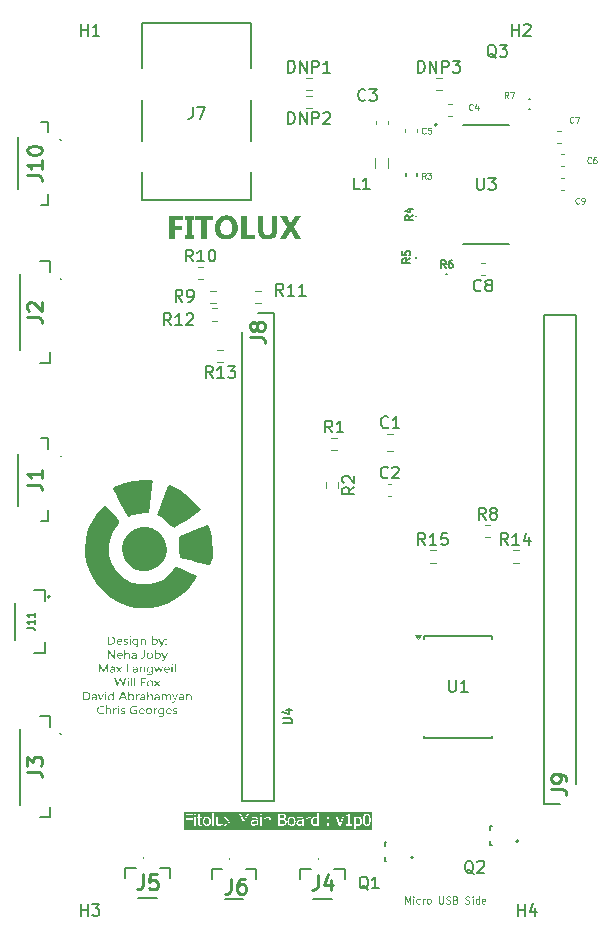
<source format=gbr>
%TF.GenerationSoftware,KiCad,Pcbnew,8.0.5*%
%TF.CreationDate,2024-11-08T20:04:07-05:00*%
%TF.ProjectId,Main,4d61696e-2e6b-4696-9361-645f70636258,rev?*%
%TF.SameCoordinates,Original*%
%TF.FileFunction,Legend,Top*%
%TF.FilePolarity,Positive*%
%FSLAX46Y46*%
G04 Gerber Fmt 4.6, Leading zero omitted, Abs format (unit mm)*
G04 Created by KiCad (PCBNEW 8.0.5) date 2024-11-08 20:04:07*
%MOMM*%
%LPD*%
G01*
G04 APERTURE LIST*
%ADD10C,0.125000*%
%ADD11C,0.200000*%
%ADD12C,0.100000*%
%ADD13C,0.150000*%
%ADD14C,0.254000*%
%ADD15C,0.050000*%
%ADD16C,0.120000*%
%ADD17C,0.127000*%
%ADD18C,0.000000*%
%ADD19C,0.152400*%
G04 APERTURE END LIST*
D10*
G36*
X137792641Y-106312961D02*
G01*
X137839810Y-106316898D01*
X137883725Y-106323459D01*
X137924388Y-106332646D01*
X137961797Y-106344457D01*
X138011812Y-106367094D01*
X138054508Y-106395637D01*
X138089885Y-106430086D01*
X138117942Y-106470440D01*
X138138680Y-106516700D01*
X138148439Y-106550820D01*
X138154945Y-106587566D01*
X138158198Y-106626935D01*
X138158605Y-106647605D01*
X138156797Y-106686546D01*
X138151375Y-106723526D01*
X138142338Y-106758545D01*
X138129686Y-106791604D01*
X138113420Y-106822702D01*
X138088003Y-106858817D01*
X138056938Y-106891868D01*
X138042931Y-106904230D01*
X138012792Y-106926911D01*
X137980210Y-106946567D01*
X137945185Y-106963199D01*
X137907718Y-106976807D01*
X137867809Y-106987391D01*
X137825457Y-106994951D01*
X137780663Y-106999487D01*
X137733427Y-107001000D01*
X137524550Y-107001000D01*
X137524550Y-106924405D01*
X137616776Y-106924405D01*
X137734404Y-106924405D01*
X137781146Y-106922656D01*
X137824529Y-106917409D01*
X137864554Y-106908665D01*
X137901221Y-106896422D01*
X137940789Y-106877114D01*
X137975520Y-106852769D01*
X138004870Y-106823801D01*
X138028148Y-106790626D01*
X138045354Y-106753244D01*
X138055053Y-106718878D01*
X138060535Y-106681590D01*
X138061884Y-106649656D01*
X138059054Y-106602939D01*
X138050564Y-106560817D01*
X138036413Y-106523289D01*
X138016602Y-106490358D01*
X137991130Y-106462021D01*
X137959998Y-106438279D01*
X137923206Y-106419133D01*
X137880754Y-106404581D01*
X137832641Y-106394625D01*
X137778868Y-106389264D01*
X137739875Y-106388243D01*
X137616776Y-106388243D01*
X137616776Y-106924405D01*
X137524550Y-106924405D01*
X137524550Y-106311648D01*
X137742219Y-106311648D01*
X137792641Y-106312961D01*
G37*
G36*
X138557771Y-106499834D02*
G01*
X138599573Y-106507850D01*
X138636588Y-106521773D01*
X138668816Y-106541603D01*
X138688905Y-106559384D01*
X138712506Y-106588611D01*
X138730311Y-106622435D01*
X138742319Y-106660858D01*
X138747998Y-106697450D01*
X138749477Y-106730525D01*
X138749477Y-106771216D01*
X138352045Y-106771216D01*
X138355192Y-106806043D01*
X138364192Y-106841378D01*
X138381207Y-106875433D01*
X138402457Y-106900640D01*
X138432589Y-106922707D01*
X138468471Y-106937552D01*
X138510102Y-106945175D01*
X138535715Y-106946289D01*
X138576532Y-106943671D01*
X138615890Y-106935817D01*
X138653789Y-106922727D01*
X138690230Y-106904401D01*
X138710398Y-106891579D01*
X138710398Y-106965096D01*
X138675632Y-106983349D01*
X138636304Y-106997119D01*
X138592413Y-107006406D01*
X138551160Y-107010798D01*
X138514222Y-107011942D01*
X138471319Y-107009591D01*
X138432001Y-107002541D01*
X138390662Y-106988375D01*
X138354204Y-106967811D01*
X138326839Y-106945092D01*
X138300268Y-106913169D01*
X138282687Y-106881665D01*
X138269901Y-106846339D01*
X138261909Y-106807189D01*
X138258913Y-106771645D01*
X138258646Y-106756683D01*
X138260464Y-106721922D01*
X138263393Y-106705563D01*
X138353217Y-106705563D01*
X138657055Y-106705563D01*
X138653835Y-106670039D01*
X138643478Y-106636119D01*
X138623842Y-106605556D01*
X138619344Y-106600759D01*
X138587553Y-106577942D01*
X138547573Y-106565656D01*
X138516371Y-106563316D01*
X138474841Y-106567963D01*
X138437837Y-106581903D01*
X138408123Y-106602639D01*
X138383619Y-106629587D01*
X138365793Y-106661277D01*
X138354645Y-106697708D01*
X138353217Y-106705563D01*
X138263393Y-106705563D01*
X138267443Y-106682941D01*
X138279657Y-106646941D01*
X138297105Y-106613922D01*
X138319787Y-106583885D01*
X138333092Y-106569984D01*
X138362279Y-106545407D01*
X138399544Y-106523160D01*
X138440268Y-106507834D01*
X138484452Y-106499429D01*
X138518130Y-106497664D01*
X138557771Y-106499834D01*
G37*
G36*
X138848542Y-106983732D02*
G01*
X138848542Y-106902521D01*
X138886302Y-106921669D01*
X138925918Y-106935347D01*
X138967390Y-106943554D01*
X139010719Y-106946289D01*
X139051026Y-106943843D01*
X139091796Y-106932970D01*
X139121911Y-106907148D01*
X139129323Y-106876704D01*
X139119163Y-106843365D01*
X139091612Y-106819258D01*
X139056734Y-106802410D01*
X139050970Y-106800281D01*
X139014004Y-106787169D01*
X139000754Y-106782671D01*
X138963485Y-106768817D01*
X138934906Y-106756512D01*
X138901847Y-106737761D01*
X138887621Y-106726764D01*
X138863731Y-106698138D01*
X138859093Y-106689150D01*
X138850276Y-106655123D01*
X138849519Y-106639740D01*
X138854647Y-106605265D01*
X138867690Y-106578533D01*
X138891905Y-106551286D01*
X138915953Y-106533909D01*
X138950503Y-106517345D01*
X138984927Y-106506896D01*
X139024397Y-106499972D01*
X139065039Y-106497664D01*
X139104924Y-106499354D01*
X139146376Y-106505198D01*
X139184814Y-106515216D01*
X139195757Y-106519035D01*
X139195757Y-106596143D01*
X139159338Y-106580274D01*
X139119982Y-106569599D01*
X139077689Y-106564118D01*
X139052924Y-106563316D01*
X139013867Y-106566968D01*
X139007397Y-106568445D01*
X138972422Y-106582636D01*
X138949951Y-106604691D01*
X138941940Y-106632901D01*
X138949951Y-106665043D01*
X138973203Y-106688124D01*
X139007813Y-106705385D01*
X139010524Y-106706418D01*
X139046940Y-106719337D01*
X139060544Y-106724028D01*
X139098047Y-106737530D01*
X139127565Y-106749845D01*
X139161255Y-106767636D01*
X139178172Y-106779593D01*
X139203179Y-106805925D01*
X139210217Y-106817720D01*
X139220443Y-106851219D01*
X139221549Y-106869011D01*
X139216958Y-106903034D01*
X139203182Y-106932270D01*
X139178563Y-106959600D01*
X139153943Y-106976893D01*
X139118647Y-106993179D01*
X139083015Y-107003222D01*
X139041982Y-107009762D01*
X139001739Y-107011933D01*
X138998995Y-107011942D01*
X138957059Y-107010178D01*
X138918004Y-107004889D01*
X138877513Y-106994724D01*
X138848542Y-106983732D01*
G37*
G36*
X139403852Y-106388243D02*
G01*
X139365875Y-106376869D01*
X139362624Y-106374394D01*
X139345774Y-106343116D01*
X139345625Y-106339175D01*
X139359586Y-106306647D01*
X139362624Y-106303955D01*
X139399373Y-106289889D01*
X139403852Y-106289764D01*
X139441444Y-106300629D01*
X139445862Y-106303955D01*
X139463099Y-106335263D01*
X139463252Y-106339175D01*
X139448970Y-106371136D01*
X139445862Y-106373882D01*
X139409937Y-106388019D01*
X139403852Y-106388243D01*
G37*
G36*
X139447816Y-107001000D02*
G01*
X139357739Y-107001000D01*
X139357739Y-106508606D01*
X139447816Y-106508606D01*
X139447816Y-107001000D01*
G37*
G36*
X139888822Y-106500441D02*
G01*
X139930996Y-106510700D01*
X139967522Y-106528519D01*
X139998401Y-106553897D01*
X140016999Y-106576652D01*
X140019149Y-106576652D01*
X140019149Y-106508606D01*
X140109226Y-106508606D01*
X140109226Y-106967147D01*
X140106619Y-107016217D01*
X140098798Y-107060461D01*
X140085763Y-107099878D01*
X140067515Y-107134468D01*
X140044053Y-107164232D01*
X140015377Y-107189169D01*
X139981487Y-107209280D01*
X139942383Y-107224564D01*
X139898066Y-107235022D01*
X139848535Y-107240653D01*
X139812617Y-107241725D01*
X139768154Y-107240130D01*
X139726234Y-107235344D01*
X139686858Y-107227367D01*
X139644970Y-107214344D01*
X139630119Y-107208386D01*
X139630119Y-107132304D01*
X139665487Y-107147179D01*
X139705950Y-107160643D01*
X139745554Y-107169918D01*
X139784297Y-107175004D01*
X139811445Y-107176073D01*
X139860125Y-107172923D01*
X139902315Y-107163474D01*
X139938014Y-107147726D01*
X139973511Y-107119183D01*
X139994606Y-107089262D01*
X140009210Y-107053042D01*
X140017323Y-107010523D01*
X140019149Y-106974499D01*
X140019149Y-106918421D01*
X140016999Y-106918421D01*
X139990612Y-106950203D01*
X139959663Y-106975410D01*
X139924154Y-106994041D01*
X139884083Y-107006097D01*
X139839450Y-107011576D01*
X139823559Y-107011942D01*
X139779532Y-107008808D01*
X139739431Y-106999408D01*
X139703258Y-106983741D01*
X139671011Y-106961807D01*
X139654348Y-106946460D01*
X139629452Y-106915668D01*
X139610670Y-106880590D01*
X139599439Y-106847110D01*
X139592700Y-106810481D01*
X139590454Y-106770703D01*
X139590689Y-106765403D01*
X139682875Y-106765403D01*
X139685044Y-106799811D01*
X139692836Y-106835287D01*
X139708374Y-106870293D01*
X139728207Y-106897050D01*
X139759401Y-106923016D01*
X139796320Y-106939365D01*
X139838963Y-106946097D01*
X139848179Y-106946289D01*
X139888677Y-106942556D01*
X139928382Y-106929654D01*
X139962515Y-106907534D01*
X139971668Y-106899101D01*
X139994620Y-106870476D01*
X140010061Y-106837684D01*
X140017990Y-106800728D01*
X140019149Y-106778397D01*
X140019149Y-106705734D01*
X140014722Y-106670719D01*
X139999626Y-106635982D01*
X139976606Y-106607838D01*
X139973817Y-106605204D01*
X139943310Y-106583115D01*
X139904727Y-106568266D01*
X139865083Y-106563357D01*
X139860879Y-106563316D01*
X139821422Y-106566640D01*
X139782433Y-106578323D01*
X139749164Y-106598418D01*
X139730161Y-106616488D01*
X139709473Y-106645735D01*
X139694697Y-106680303D01*
X139686616Y-106714915D01*
X139683060Y-106753601D01*
X139682875Y-106765403D01*
X139590689Y-106765403D01*
X139592138Y-106732797D01*
X139597190Y-106697403D01*
X139607697Y-106658247D01*
X139623055Y-106622710D01*
X139643262Y-106590792D01*
X139659428Y-106571523D01*
X139687079Y-106546422D01*
X139723854Y-106523702D01*
X139765490Y-106508050D01*
X139805049Y-106500260D01*
X139848179Y-106497664D01*
X139888822Y-106500441D01*
G37*
G36*
X140755004Y-107001000D02*
G01*
X140664732Y-107001000D01*
X140664732Y-106720096D01*
X140662689Y-106683351D01*
X140654391Y-106644309D01*
X140636009Y-106607564D01*
X140608436Y-106581842D01*
X140571671Y-106567144D01*
X140534013Y-106563316D01*
X140494029Y-106567657D01*
X140455293Y-106582460D01*
X140424847Y-106605034D01*
X140422052Y-106607769D01*
X140398765Y-106637839D01*
X140384103Y-106672483D01*
X140378281Y-106707575D01*
X140377893Y-106720096D01*
X140377893Y-107001000D01*
X140287816Y-107001000D01*
X140287816Y-106508606D01*
X140377893Y-106508606D01*
X140377893Y-106590159D01*
X140380042Y-106590159D01*
X140406008Y-106558725D01*
X140435986Y-106533795D01*
X140469975Y-106515368D01*
X140507976Y-106503445D01*
X140549989Y-106498025D01*
X140564885Y-106497664D01*
X140608287Y-106500923D01*
X140646267Y-106510700D01*
X140682513Y-106529491D01*
X140705960Y-106549810D01*
X140727416Y-106578768D01*
X140742743Y-106613496D01*
X140751124Y-106648617D01*
X140754812Y-106688155D01*
X140755004Y-106700263D01*
X140755004Y-107001000D01*
G37*
G36*
X141318130Y-106594946D02*
G01*
X141320279Y-106594946D01*
X141347422Y-106561885D01*
X141378879Y-106535665D01*
X141414650Y-106516284D01*
X141454735Y-106503744D01*
X141499134Y-106498044D01*
X141514892Y-106497664D01*
X141559997Y-106500822D01*
X141600596Y-106510296D01*
X141636688Y-106526085D01*
X141668273Y-106548191D01*
X141684299Y-106563658D01*
X141708205Y-106594674D01*
X141726240Y-106629977D01*
X141737025Y-106663649D01*
X141743496Y-106700470D01*
X141745653Y-106740441D01*
X141743973Y-106777765D01*
X141738936Y-106812693D01*
X141728458Y-106851443D01*
X141713144Y-106886744D01*
X141692994Y-106918595D01*
X141676874Y-106937912D01*
X141649376Y-106963070D01*
X141612798Y-106985843D01*
X141571376Y-107001531D01*
X141532017Y-107009339D01*
X141489100Y-107011942D01*
X141449171Y-107009062D01*
X141407414Y-106998426D01*
X141370856Y-106979951D01*
X141339496Y-106953640D01*
X141320279Y-106930047D01*
X141318130Y-106930047D01*
X141318130Y-107001000D01*
X141228053Y-107001000D01*
X141228053Y-106731209D01*
X141318130Y-106731209D01*
X141318130Y-106800110D01*
X141322557Y-106836454D01*
X141335838Y-106869192D01*
X141357972Y-106898324D01*
X141363461Y-106903718D01*
X141394179Y-106926167D01*
X141433478Y-106941259D01*
X141474213Y-106946248D01*
X141478549Y-106946289D01*
X141521882Y-106941948D01*
X141559559Y-106928924D01*
X141591578Y-106907218D01*
X141606923Y-106891408D01*
X141627268Y-106861296D01*
X141641801Y-106825841D01*
X141649748Y-106790435D01*
X141653245Y-106750939D01*
X141653427Y-106738903D01*
X141651351Y-106704626D01*
X141643895Y-106669620D01*
X141629027Y-106635551D01*
X141610049Y-106609991D01*
X141579923Y-106585377D01*
X141543768Y-106569880D01*
X141501582Y-106563499D01*
X141492422Y-106563316D01*
X141450570Y-106567103D01*
X141413603Y-106578463D01*
X141378256Y-106599968D01*
X141365806Y-106611188D01*
X141342760Y-106640036D01*
X141327255Y-106672725D01*
X141319294Y-106709255D01*
X141318130Y-106731209D01*
X141228053Y-106731209D01*
X141228053Y-106267880D01*
X141318130Y-106267880D01*
X141318130Y-106594946D01*
G37*
G36*
X142333985Y-106508606D02*
G01*
X142075087Y-107080842D01*
X142056919Y-107118549D01*
X142036998Y-107151229D01*
X142009632Y-107185008D01*
X141979528Y-107210931D01*
X141939789Y-107231670D01*
X141896107Y-107241097D01*
X141880670Y-107241725D01*
X141841210Y-107239321D01*
X141821856Y-107235570D01*
X141821856Y-107165131D01*
X141859579Y-107175004D01*
X141875199Y-107176073D01*
X141914396Y-107168676D01*
X141946991Y-107146487D01*
X141970682Y-107113869D01*
X141977390Y-107100333D01*
X142022331Y-107001000D01*
X141802512Y-106508606D01*
X141902554Y-106508606D01*
X142054766Y-106888501D01*
X142065219Y-106922401D01*
X142066295Y-106926115D01*
X142069616Y-106926115D01*
X142079554Y-106892595D01*
X142080558Y-106889527D01*
X142240586Y-106508606D01*
X142333985Y-106508606D01*
G37*
G36*
X142459037Y-106607085D02*
G01*
X142421649Y-106595522D01*
X142415855Y-106590842D01*
X142398508Y-106558809D01*
X142398074Y-106551861D01*
X142410733Y-106518646D01*
X142415855Y-106513564D01*
X142451337Y-106498052D01*
X142459037Y-106497664D01*
X142497136Y-106508983D01*
X142503001Y-106513564D01*
X142520729Y-106544976D01*
X142521173Y-106551861D01*
X142509176Y-106584523D01*
X142503001Y-106590842D01*
X142466911Y-106606688D01*
X142459037Y-106607085D01*
G37*
G36*
X142459037Y-107011942D02*
G01*
X142421649Y-107000500D01*
X142415855Y-106995870D01*
X142398508Y-106964247D01*
X142398074Y-106957402D01*
X142410733Y-106924156D01*
X142415855Y-106918934D01*
X142451337Y-106902921D01*
X142459037Y-106902521D01*
X142497136Y-106914206D01*
X142503001Y-106918934D01*
X142520729Y-106950603D01*
X142521173Y-106957402D01*
X142508236Y-106990694D01*
X142503001Y-106995870D01*
X142466911Y-107011549D01*
X142459037Y-107011942D01*
G37*
G36*
X138144536Y-108177000D02*
G01*
X138031403Y-108177000D01*
X137625764Y-107627502D01*
X137606581Y-107596792D01*
X137600558Y-107584247D01*
X137597236Y-107584247D01*
X137600461Y-107618953D01*
X137601384Y-107653495D01*
X137601535Y-107678964D01*
X137601535Y-108177000D01*
X137509309Y-108177000D01*
X137509309Y-107487648D01*
X137629086Y-107487648D01*
X138023782Y-108028427D01*
X138045033Y-108058229D01*
X138055631Y-108074588D01*
X138057781Y-108074588D01*
X138054041Y-108040541D01*
X138052572Y-108002540D01*
X138052310Y-107973203D01*
X138052310Y-107487648D01*
X138144536Y-107487648D01*
X138144536Y-108177000D01*
G37*
G36*
X138595677Y-107675834D02*
G01*
X138637479Y-107683850D01*
X138674494Y-107697773D01*
X138706722Y-107717603D01*
X138726811Y-107735384D01*
X138750413Y-107764611D01*
X138768218Y-107798435D01*
X138780226Y-107836858D01*
X138785904Y-107873450D01*
X138787383Y-107906525D01*
X138787383Y-107947216D01*
X138389951Y-107947216D01*
X138393098Y-107982043D01*
X138402098Y-108017378D01*
X138419114Y-108051433D01*
X138440363Y-108076640D01*
X138470495Y-108098707D01*
X138506377Y-108113552D01*
X138548009Y-108121175D01*
X138573622Y-108122289D01*
X138614438Y-108119671D01*
X138653796Y-108111817D01*
X138691695Y-108098727D01*
X138728136Y-108080401D01*
X138748304Y-108067579D01*
X138748304Y-108141096D01*
X138713539Y-108159349D01*
X138674210Y-108173119D01*
X138630319Y-108182406D01*
X138589066Y-108186798D01*
X138552128Y-108187942D01*
X138509225Y-108185591D01*
X138469907Y-108178541D01*
X138428568Y-108164375D01*
X138392110Y-108143811D01*
X138364745Y-108121092D01*
X138338174Y-108089169D01*
X138320593Y-108057665D01*
X138307807Y-108022339D01*
X138299816Y-107983189D01*
X138296819Y-107947645D01*
X138296553Y-107932683D01*
X138298370Y-107897922D01*
X138301299Y-107881563D01*
X138391123Y-107881563D01*
X138694962Y-107881563D01*
X138691742Y-107846039D01*
X138681384Y-107812119D01*
X138661748Y-107781556D01*
X138657250Y-107776759D01*
X138625459Y-107753942D01*
X138585480Y-107741656D01*
X138554278Y-107739316D01*
X138512748Y-107743963D01*
X138475743Y-107757903D01*
X138446029Y-107778639D01*
X138421525Y-107805587D01*
X138403699Y-107837277D01*
X138392552Y-107873708D01*
X138391123Y-107881563D01*
X138301299Y-107881563D01*
X138305349Y-107858941D01*
X138317563Y-107822941D01*
X138335011Y-107789922D01*
X138357694Y-107759885D01*
X138370998Y-107745984D01*
X138400186Y-107721407D01*
X138437450Y-107699160D01*
X138478175Y-107683834D01*
X138522358Y-107675429D01*
X138556036Y-107673664D01*
X138595677Y-107675834D01*
G37*
G36*
X139387634Y-108177000D02*
G01*
X139297362Y-108177000D01*
X139297362Y-107893189D01*
X139295320Y-107857125D01*
X139287022Y-107818807D01*
X139268640Y-107782743D01*
X139241066Y-107757499D01*
X139204302Y-107743073D01*
X139166643Y-107739316D01*
X139127408Y-107743657D01*
X139088966Y-107758460D01*
X139058305Y-107781034D01*
X139055464Y-107783769D01*
X139031765Y-107814022D01*
X139016843Y-107849218D01*
X139010918Y-107885120D01*
X139010523Y-107897976D01*
X139010523Y-108177000D01*
X138920447Y-108177000D01*
X138920447Y-107443880D01*
X139010523Y-107443880D01*
X139010523Y-107766159D01*
X139012673Y-107766159D01*
X139038936Y-107734725D01*
X139069074Y-107709795D01*
X139103087Y-107691368D01*
X139140973Y-107679445D01*
X139182734Y-107674025D01*
X139197516Y-107673664D01*
X139242075Y-107676792D01*
X139280693Y-107686177D01*
X139320610Y-107706706D01*
X139351244Y-107737010D01*
X139369068Y-107768292D01*
X139380950Y-107805831D01*
X139386892Y-107849626D01*
X139387634Y-107873870D01*
X139387634Y-108177000D01*
G37*
G36*
X139805170Y-107676530D02*
G01*
X139845455Y-107685130D01*
X139887096Y-107703940D01*
X139919053Y-107731709D01*
X139941325Y-107768435D01*
X139952171Y-107804265D01*
X139956820Y-107845828D01*
X139957013Y-107857115D01*
X139957013Y-108177000D01*
X139866936Y-108177000D01*
X139866936Y-108100234D01*
X139864787Y-108100234D01*
X139840781Y-108130041D01*
X139807843Y-108157021D01*
X139769593Y-108175608D01*
X139726033Y-108185800D01*
X139691668Y-108187942D01*
X139651929Y-108185559D01*
X139612654Y-108177181D01*
X139575758Y-108160799D01*
X139559972Y-108149815D01*
X139534933Y-108123459D01*
X139518102Y-108088874D01*
X139512538Y-108052349D01*
X139512491Y-108048430D01*
X139513001Y-108043985D01*
X139604913Y-108043985D01*
X139614186Y-108078835D01*
X139634222Y-108100405D01*
X139668562Y-108116818D01*
X139709541Y-108122268D01*
X139712575Y-108122289D01*
X139752173Y-108118449D01*
X139790441Y-108105354D01*
X139823168Y-108082966D01*
X139848087Y-108053369D01*
X139862662Y-108018884D01*
X139866936Y-107983290D01*
X139866936Y-107936274D01*
X139731333Y-107952003D01*
X139691860Y-107958391D01*
X139654616Y-107969378D01*
X139636762Y-107977990D01*
X139611911Y-108005897D01*
X139604944Y-108041053D01*
X139604913Y-108043985D01*
X139513001Y-108043985D01*
X139517028Y-108008882D01*
X139530638Y-107974870D01*
X139553321Y-107946392D01*
X139585077Y-107923448D01*
X139625907Y-107906040D01*
X139665103Y-107896098D01*
X139698311Y-107890967D01*
X139866936Y-107870621D01*
X139864103Y-107832794D01*
X139853222Y-107795865D01*
X139830213Y-107764449D01*
X139796096Y-107745599D01*
X139750872Y-107739316D01*
X139707364Y-107742458D01*
X139665745Y-107751883D01*
X139626015Y-107767590D01*
X139588173Y-107789581D01*
X139567397Y-107804969D01*
X139567397Y-107721364D01*
X139604934Y-107702778D01*
X139644884Y-107688757D01*
X139687246Y-107679300D01*
X139732020Y-107674409D01*
X139758688Y-107673664D01*
X139805170Y-107676530D01*
G37*
G36*
X140644215Y-107929606D02*
G01*
X140642765Y-107966533D01*
X140638414Y-108000806D01*
X140629365Y-108038428D01*
X140616139Y-108072228D01*
X140595430Y-108106830D01*
X140584815Y-108120066D01*
X140556911Y-108146514D01*
X140525173Y-108166465D01*
X140484208Y-108181313D01*
X140444255Y-108187345D01*
X140425959Y-108187942D01*
X140386335Y-108185199D01*
X140350146Y-108175461D01*
X140350146Y-108089463D01*
X140386666Y-108106538D01*
X140427132Y-108111347D01*
X140469497Y-108104886D01*
X140503097Y-108085501D01*
X140527932Y-108053194D01*
X140541932Y-108016399D01*
X140548750Y-107980502D01*
X140551672Y-107938862D01*
X140551793Y-107927554D01*
X140551793Y-107487648D01*
X140644215Y-107487648D01*
X140644215Y-107929606D01*
G37*
G36*
X141123429Y-107676044D02*
G01*
X141164785Y-107683185D01*
X141202253Y-107695086D01*
X141241051Y-107714987D01*
X141274557Y-107741368D01*
X141298595Y-107768538D01*
X141317660Y-107799399D01*
X141331751Y-107833950D01*
X141340869Y-107872192D01*
X141344668Y-107906879D01*
X141345290Y-107928922D01*
X141343429Y-107964488D01*
X141336285Y-108004158D01*
X141323783Y-108040547D01*
X141305923Y-108073653D01*
X141282704Y-108103478D01*
X141269086Y-108117160D01*
X141238755Y-108141215D01*
X141204771Y-108160293D01*
X141167131Y-108174394D01*
X141125837Y-108183518D01*
X141080889Y-108187665D01*
X141065094Y-108187942D01*
X141020045Y-108185525D01*
X140978541Y-108178276D01*
X140940581Y-108166195D01*
X140906165Y-108149281D01*
X140875295Y-108127534D01*
X140865792Y-108119212D01*
X140840492Y-108091799D01*
X140820427Y-108061237D01*
X140805596Y-108027525D01*
X140796000Y-107990664D01*
X140791638Y-107950653D01*
X140791347Y-107936616D01*
X140791494Y-107933709D01*
X140883768Y-107933709D01*
X140886209Y-107970239D01*
X140894974Y-108007660D01*
X140910114Y-108040465D01*
X140934766Y-108071853D01*
X140966298Y-108096234D01*
X141003301Y-108112635D01*
X141045776Y-108121058D01*
X141071738Y-108122289D01*
X141112880Y-108119190D01*
X141153123Y-108108296D01*
X141186966Y-108089558D01*
X141205973Y-108072708D01*
X141228737Y-108041518D01*
X141242717Y-108008254D01*
X141250810Y-107969775D01*
X141253063Y-107931829D01*
X141250810Y-107893399D01*
X141244050Y-107859044D01*
X141230806Y-107824770D01*
X141208871Y-107792572D01*
X141205973Y-107789411D01*
X141176396Y-107765195D01*
X141140419Y-107748905D01*
X141098044Y-107740539D01*
X141071738Y-107739316D01*
X141030619Y-107742554D01*
X140989762Y-107753937D01*
X140954624Y-107773515D01*
X140934375Y-107791120D01*
X140912235Y-107819394D01*
X140896420Y-107852584D01*
X140886931Y-107890689D01*
X140883818Y-107928063D01*
X140883768Y-107933709D01*
X140791494Y-107933709D01*
X140793236Y-107899257D01*
X140798903Y-107864544D01*
X140810691Y-107826383D01*
X140827919Y-107792032D01*
X140850588Y-107761492D01*
X140868723Y-107743249D01*
X140899722Y-107719601D01*
X140934540Y-107700845D01*
X140973178Y-107686983D01*
X141015635Y-107678013D01*
X141061911Y-107673936D01*
X141078186Y-107673664D01*
X141123429Y-107676044D01*
G37*
G36*
X141575659Y-107770946D02*
G01*
X141577809Y-107770946D01*
X141604952Y-107737885D01*
X141636409Y-107711665D01*
X141672180Y-107692284D01*
X141712264Y-107679744D01*
X141756663Y-107674044D01*
X141772421Y-107673664D01*
X141817527Y-107676822D01*
X141858125Y-107686296D01*
X141894218Y-107702085D01*
X141925803Y-107724191D01*
X141941828Y-107739658D01*
X141965735Y-107770674D01*
X141983769Y-107805977D01*
X141994554Y-107839649D01*
X142001025Y-107876470D01*
X142003182Y-107916441D01*
X142001503Y-107953765D01*
X141996465Y-107988693D01*
X141985987Y-108027443D01*
X141970673Y-108062744D01*
X141950523Y-108094595D01*
X141934403Y-108113912D01*
X141906905Y-108139070D01*
X141870327Y-108161843D01*
X141828906Y-108177531D01*
X141789547Y-108185339D01*
X141746629Y-108187942D01*
X141706700Y-108185062D01*
X141664944Y-108174426D01*
X141628385Y-108155951D01*
X141597026Y-108129640D01*
X141577809Y-108106047D01*
X141575659Y-108106047D01*
X141575659Y-108177000D01*
X141485583Y-108177000D01*
X141485583Y-107907209D01*
X141575659Y-107907209D01*
X141575659Y-107976110D01*
X141580086Y-108012454D01*
X141593367Y-108045192D01*
X141615502Y-108074324D01*
X141620991Y-108079718D01*
X141651708Y-108102167D01*
X141691007Y-108117259D01*
X141731742Y-108122248D01*
X141736078Y-108122289D01*
X141779412Y-108117948D01*
X141817088Y-108104924D01*
X141849108Y-108083218D01*
X141864452Y-108067408D01*
X141884798Y-108037296D01*
X141899330Y-108001841D01*
X141907277Y-107966435D01*
X141910774Y-107926939D01*
X141910956Y-107914903D01*
X141908880Y-107880626D01*
X141901425Y-107845620D01*
X141886556Y-107811551D01*
X141867578Y-107785991D01*
X141837453Y-107761377D01*
X141801297Y-107745880D01*
X141759112Y-107739499D01*
X141749951Y-107739316D01*
X141708100Y-107743103D01*
X141671132Y-107754463D01*
X141635786Y-107775968D01*
X141623336Y-107787188D01*
X141600289Y-107816036D01*
X141584785Y-107848725D01*
X141576823Y-107885255D01*
X141575659Y-107907209D01*
X141485583Y-107907209D01*
X141485583Y-107443880D01*
X141575659Y-107443880D01*
X141575659Y-107770946D01*
G37*
G36*
X142591514Y-107684606D02*
G01*
X142332617Y-108256842D01*
X142314448Y-108294549D01*
X142294527Y-108327229D01*
X142267161Y-108361008D01*
X142237058Y-108386931D01*
X142197318Y-108407670D01*
X142153636Y-108417097D01*
X142138200Y-108417725D01*
X142098739Y-108415321D01*
X142079386Y-108411570D01*
X142079386Y-108341131D01*
X142117108Y-108351004D01*
X142132728Y-108352073D01*
X142171926Y-108344676D01*
X142204521Y-108322487D01*
X142228211Y-108289869D01*
X142234920Y-108276333D01*
X142279860Y-108177000D01*
X142060042Y-107684606D01*
X142160084Y-107684606D01*
X142312296Y-108064501D01*
X142322749Y-108098401D01*
X142323824Y-108102115D01*
X142327146Y-108102115D01*
X142337083Y-108068595D01*
X142338088Y-108065527D01*
X142498116Y-107684606D01*
X142591514Y-107684606D01*
G37*
G36*
X137546434Y-109353000D02*
G01*
X137454599Y-109353000D01*
X137454599Y-108890526D01*
X137455343Y-108853927D01*
X137457286Y-108816878D01*
X137460024Y-108780675D01*
X137462219Y-108756485D01*
X137460070Y-108756485D01*
X137449758Y-108790035D01*
X137436427Y-108823334D01*
X137167174Y-109353000D01*
X137122038Y-109353000D01*
X136853371Y-108827096D01*
X136840216Y-108793394D01*
X136830485Y-108759432D01*
X136829728Y-108756485D01*
X136827579Y-108756485D01*
X136830026Y-108791112D01*
X136831273Y-108828640D01*
X136831773Y-108863550D01*
X136831877Y-108891551D01*
X136831877Y-109353000D01*
X136742973Y-109353000D01*
X136742973Y-108663648D01*
X136864899Y-108663648D01*
X137106797Y-109144245D01*
X137122333Y-109176128D01*
X137136768Y-109209389D01*
X137142945Y-109226995D01*
X137146267Y-109226995D01*
X137160128Y-109194340D01*
X137175408Y-109160326D01*
X137184173Y-109142364D01*
X137430956Y-108663648D01*
X137546434Y-108663648D01*
X137546434Y-109353000D01*
G37*
G36*
X137986832Y-108852530D02*
G01*
X138027116Y-108861130D01*
X138068757Y-108879940D01*
X138100714Y-108907709D01*
X138122987Y-108944435D01*
X138133832Y-108980265D01*
X138138481Y-109021828D01*
X138138674Y-109033115D01*
X138138674Y-109353000D01*
X138048598Y-109353000D01*
X138048598Y-109276234D01*
X138046448Y-109276234D01*
X138022442Y-109306041D01*
X137989504Y-109333021D01*
X137951255Y-109351608D01*
X137907695Y-109361800D01*
X137873329Y-109363942D01*
X137833591Y-109361559D01*
X137794315Y-109353181D01*
X137757419Y-109336799D01*
X137741633Y-109325815D01*
X137716595Y-109299459D01*
X137699763Y-109264874D01*
X137694199Y-109228349D01*
X137694152Y-109224430D01*
X137694662Y-109219985D01*
X137786574Y-109219985D01*
X137795848Y-109254835D01*
X137815883Y-109276405D01*
X137850224Y-109292818D01*
X137891202Y-109298268D01*
X137894236Y-109298289D01*
X137933834Y-109294449D01*
X137972102Y-109281354D01*
X138004829Y-109258966D01*
X138029748Y-109229369D01*
X138044323Y-109194884D01*
X138048598Y-109159290D01*
X138048598Y-109112274D01*
X137912994Y-109128003D01*
X137873521Y-109134391D01*
X137836277Y-109145378D01*
X137818423Y-109153990D01*
X137793572Y-109181897D01*
X137786605Y-109217053D01*
X137786574Y-109219985D01*
X137694662Y-109219985D01*
X137698689Y-109184882D01*
X137712299Y-109150870D01*
X137734982Y-109122392D01*
X137766738Y-109099448D01*
X137807568Y-109082040D01*
X137846764Y-109072098D01*
X137879972Y-109066967D01*
X138048598Y-109046621D01*
X138045764Y-109008794D01*
X138034883Y-108971865D01*
X138011874Y-108940449D01*
X137977758Y-108921599D01*
X137932533Y-108915316D01*
X137889026Y-108918458D01*
X137847406Y-108927883D01*
X137807676Y-108943590D01*
X137769834Y-108965581D01*
X137749058Y-108980969D01*
X137749058Y-108897364D01*
X137786595Y-108878778D01*
X137826545Y-108864757D01*
X137868907Y-108855300D01*
X137913681Y-108850409D01*
X137940349Y-108849664D01*
X137986832Y-108852530D01*
G37*
G36*
X138716846Y-108860606D02*
G01*
X138527704Y-109109709D01*
X138713524Y-109353000D01*
X138608598Y-109353000D01*
X138498004Y-109193314D01*
X138477747Y-109162736D01*
X138473385Y-109155871D01*
X138471235Y-109155871D01*
X138450698Y-109185473D01*
X138445248Y-109193314D01*
X138332701Y-109353000D01*
X138228751Y-109353000D01*
X138420628Y-109111590D01*
X138236958Y-108860606D01*
X138341884Y-108860606D01*
X138450719Y-109028840D01*
X138470018Y-109059966D01*
X138474362Y-109067309D01*
X138476706Y-109067309D01*
X138617390Y-108860606D01*
X138716846Y-108860606D01*
G37*
G36*
X139546490Y-109353000D02*
G01*
X139137725Y-109353000D01*
X139137725Y-108663648D01*
X139229951Y-108663648D01*
X139229951Y-109276405D01*
X139546490Y-109276405D01*
X139546490Y-109353000D01*
G37*
G36*
X139903259Y-108852530D02*
G01*
X139943544Y-108861130D01*
X139985184Y-108879940D01*
X140017141Y-108907709D01*
X140039414Y-108944435D01*
X140050260Y-108980265D01*
X140054908Y-109021828D01*
X140055101Y-109033115D01*
X140055101Y-109353000D01*
X139965025Y-109353000D01*
X139965025Y-109276234D01*
X139962875Y-109276234D01*
X139938869Y-109306041D01*
X139905931Y-109333021D01*
X139867682Y-109351608D01*
X139824122Y-109361800D01*
X139789756Y-109363942D01*
X139750018Y-109361559D01*
X139710742Y-109353181D01*
X139673846Y-109336799D01*
X139658060Y-109325815D01*
X139633022Y-109299459D01*
X139616190Y-109264874D01*
X139610626Y-109228349D01*
X139610579Y-109224430D01*
X139611089Y-109219985D01*
X139703001Y-109219985D01*
X139712275Y-109254835D01*
X139732310Y-109276405D01*
X139766651Y-109292818D01*
X139807629Y-109298268D01*
X139810663Y-109298289D01*
X139850261Y-109294449D01*
X139888529Y-109281354D01*
X139921256Y-109258966D01*
X139946175Y-109229369D01*
X139960750Y-109194884D01*
X139965025Y-109159290D01*
X139965025Y-109112274D01*
X139829421Y-109128003D01*
X139789948Y-109134391D01*
X139752704Y-109145378D01*
X139734850Y-109153990D01*
X139709999Y-109181897D01*
X139703032Y-109217053D01*
X139703001Y-109219985D01*
X139611089Y-109219985D01*
X139615116Y-109184882D01*
X139628726Y-109150870D01*
X139651409Y-109122392D01*
X139683165Y-109099448D01*
X139723995Y-109082040D01*
X139763191Y-109072098D01*
X139796399Y-109066967D01*
X139965025Y-109046621D01*
X139962191Y-109008794D01*
X139951310Y-108971865D01*
X139928301Y-108940449D01*
X139894185Y-108921599D01*
X139848961Y-108915316D01*
X139805453Y-108918458D01*
X139763833Y-108927883D01*
X139724103Y-108943590D01*
X139686261Y-108965581D01*
X139665485Y-108980969D01*
X139665485Y-108897364D01*
X139703023Y-108878778D01*
X139742972Y-108864757D01*
X139785334Y-108855300D01*
X139830108Y-108850409D01*
X139856776Y-108849664D01*
X139903259Y-108852530D01*
G37*
G36*
X140689351Y-109353000D02*
G01*
X140599079Y-109353000D01*
X140599079Y-109072096D01*
X140597037Y-109035351D01*
X140588739Y-108996309D01*
X140570357Y-108959564D01*
X140542783Y-108933842D01*
X140506019Y-108919144D01*
X140468360Y-108915316D01*
X140428377Y-108919657D01*
X140389641Y-108934460D01*
X140359194Y-108957034D01*
X140356399Y-108959769D01*
X140333112Y-108989839D01*
X140318450Y-109024483D01*
X140312628Y-109059575D01*
X140312240Y-109072096D01*
X140312240Y-109353000D01*
X140222164Y-109353000D01*
X140222164Y-108860606D01*
X140312240Y-108860606D01*
X140312240Y-108942159D01*
X140314390Y-108942159D01*
X140340356Y-108910725D01*
X140370334Y-108885795D01*
X140404323Y-108867368D01*
X140442324Y-108855445D01*
X140484337Y-108850025D01*
X140499233Y-108849664D01*
X140542635Y-108852923D01*
X140580614Y-108862700D01*
X140616860Y-108881491D01*
X140640307Y-108901810D01*
X140661764Y-108930768D01*
X140677090Y-108965496D01*
X140685472Y-109000617D01*
X140689160Y-109040155D01*
X140689351Y-109052263D01*
X140689351Y-109353000D01*
G37*
G36*
X141115899Y-108852441D02*
G01*
X141158072Y-108862700D01*
X141194598Y-108880519D01*
X141225477Y-108905897D01*
X141244076Y-108928652D01*
X141246225Y-108928652D01*
X141246225Y-108860606D01*
X141336302Y-108860606D01*
X141336302Y-109319147D01*
X141333695Y-109368217D01*
X141325874Y-109412461D01*
X141312840Y-109451878D01*
X141294591Y-109486468D01*
X141271129Y-109516232D01*
X141242453Y-109541169D01*
X141208563Y-109561280D01*
X141169459Y-109576564D01*
X141125142Y-109587022D01*
X141075611Y-109592653D01*
X141039693Y-109593725D01*
X140995230Y-109592130D01*
X140953311Y-109587344D01*
X140913934Y-109579367D01*
X140872046Y-109566344D01*
X140857195Y-109560386D01*
X140857195Y-109484304D01*
X140892563Y-109499179D01*
X140933027Y-109512643D01*
X140972630Y-109521918D01*
X141011374Y-109527004D01*
X141038521Y-109528073D01*
X141087202Y-109524923D01*
X141129391Y-109515474D01*
X141165091Y-109499726D01*
X141200587Y-109471183D01*
X141221682Y-109441262D01*
X141236286Y-109405042D01*
X141244399Y-109362523D01*
X141246225Y-109326499D01*
X141246225Y-109270421D01*
X141244076Y-109270421D01*
X141217688Y-109302203D01*
X141186740Y-109327410D01*
X141151230Y-109346041D01*
X141111159Y-109358097D01*
X141066526Y-109363576D01*
X141050635Y-109363942D01*
X141006608Y-109360808D01*
X140966507Y-109351408D01*
X140930334Y-109335741D01*
X140898087Y-109313807D01*
X140881424Y-109298460D01*
X140856528Y-109267668D01*
X140837746Y-109232590D01*
X140826515Y-109199110D01*
X140819776Y-109162481D01*
X140817530Y-109122703D01*
X140817765Y-109117403D01*
X140909951Y-109117403D01*
X140912121Y-109151811D01*
X140919912Y-109187287D01*
X140935450Y-109222293D01*
X140955283Y-109249050D01*
X140986477Y-109275016D01*
X141023396Y-109291365D01*
X141066039Y-109298097D01*
X141075255Y-109298289D01*
X141115753Y-109294556D01*
X141155458Y-109281654D01*
X141189591Y-109259534D01*
X141198744Y-109251101D01*
X141221696Y-109222476D01*
X141237137Y-109189684D01*
X141245066Y-109152728D01*
X141246225Y-109130397D01*
X141246225Y-109057734D01*
X141241798Y-109022719D01*
X141226702Y-108987982D01*
X141203682Y-108959838D01*
X141200894Y-108957204D01*
X141170386Y-108935115D01*
X141131803Y-108920266D01*
X141092159Y-108915357D01*
X141087956Y-108915316D01*
X141048498Y-108918640D01*
X141009510Y-108930323D01*
X140976240Y-108950418D01*
X140957237Y-108968488D01*
X140936549Y-108997735D01*
X140921773Y-109032303D01*
X140913692Y-109066915D01*
X140910136Y-109105601D01*
X140909951Y-109117403D01*
X140817765Y-109117403D01*
X140819214Y-109084797D01*
X140824266Y-109049403D01*
X140834773Y-109010247D01*
X140850131Y-108974710D01*
X140870338Y-108942792D01*
X140886504Y-108923523D01*
X140914155Y-108898422D01*
X140950930Y-108875702D01*
X140992567Y-108860050D01*
X141032125Y-108852260D01*
X141075255Y-108849664D01*
X141115899Y-108852441D01*
G37*
G36*
X142223783Y-108860606D02*
G01*
X142055157Y-109353000D01*
X141961759Y-109353000D01*
X141845695Y-109000459D01*
X141838057Y-108965702D01*
X141836902Y-108954810D01*
X141834753Y-108954810D01*
X141826666Y-108989643D01*
X141823224Y-108999605D01*
X141697390Y-109353000D01*
X141607314Y-109353000D01*
X141436930Y-108860606D01*
X141531501Y-108860606D01*
X141647956Y-109230756D01*
X141654653Y-109265146D01*
X141655576Y-109275037D01*
X141660070Y-109275037D01*
X141666567Y-109240242D01*
X141669840Y-109229901D01*
X141799582Y-108860606D01*
X141882038Y-108860606D01*
X141998493Y-109231782D01*
X142005578Y-109266432D01*
X142006700Y-109276063D01*
X142011194Y-109276063D01*
X142017683Y-109241100D01*
X142020573Y-109231782D01*
X142134683Y-108860606D01*
X142223783Y-108860606D01*
G37*
G36*
X142584456Y-108851834D02*
G01*
X142626258Y-108859850D01*
X142663273Y-108873773D01*
X142695501Y-108893603D01*
X142715590Y-108911384D01*
X142739192Y-108940611D01*
X142756997Y-108974435D01*
X142769005Y-109012858D01*
X142774683Y-109049450D01*
X142776162Y-109082525D01*
X142776162Y-109123216D01*
X142378730Y-109123216D01*
X142381877Y-109158043D01*
X142390877Y-109193378D01*
X142407893Y-109227433D01*
X142429142Y-109252640D01*
X142459274Y-109274707D01*
X142495156Y-109289552D01*
X142536788Y-109297175D01*
X142562401Y-109298289D01*
X142603217Y-109295671D01*
X142642575Y-109287817D01*
X142680474Y-109274727D01*
X142716915Y-109256401D01*
X142737083Y-109243579D01*
X142737083Y-109317096D01*
X142702318Y-109335349D01*
X142662989Y-109349119D01*
X142619098Y-109358406D01*
X142577845Y-109362798D01*
X142540907Y-109363942D01*
X142498004Y-109361591D01*
X142458686Y-109354541D01*
X142417348Y-109340375D01*
X142380889Y-109319811D01*
X142353524Y-109297092D01*
X142326953Y-109265169D01*
X142309372Y-109233665D01*
X142296586Y-109198339D01*
X142288595Y-109159189D01*
X142285598Y-109123645D01*
X142285332Y-109108683D01*
X142287149Y-109073922D01*
X142290078Y-109057563D01*
X142379903Y-109057563D01*
X142683741Y-109057563D01*
X142680521Y-109022039D01*
X142670163Y-108988119D01*
X142650527Y-108957556D01*
X142646030Y-108952759D01*
X142614238Y-108929942D01*
X142574259Y-108917656D01*
X142543057Y-108915316D01*
X142501527Y-108919963D01*
X142464522Y-108933903D01*
X142434808Y-108954639D01*
X142410304Y-108981587D01*
X142392478Y-109013277D01*
X142381331Y-109049708D01*
X142379903Y-109057563D01*
X142290078Y-109057563D01*
X142294129Y-109034941D01*
X142306342Y-108998941D01*
X142323790Y-108965922D01*
X142346473Y-108935885D01*
X142359777Y-108921984D01*
X142388965Y-108897407D01*
X142426230Y-108875160D01*
X142466954Y-108859834D01*
X142511138Y-108851429D01*
X142544815Y-108849664D01*
X142584456Y-108851834D01*
G37*
G36*
X142955339Y-108740243D02*
G01*
X142917361Y-108728869D01*
X142914111Y-108726394D01*
X142897261Y-108695116D01*
X142897111Y-108691175D01*
X142911073Y-108658647D01*
X142914111Y-108655955D01*
X142950859Y-108641889D01*
X142955339Y-108641764D01*
X142992931Y-108652629D01*
X142997349Y-108655955D01*
X143014586Y-108687263D01*
X143014739Y-108691175D01*
X143000456Y-108723136D01*
X142997349Y-108725882D01*
X142961423Y-108740019D01*
X142955339Y-108740243D01*
G37*
G36*
X142999302Y-109353000D02*
G01*
X142909226Y-109353000D01*
X142909226Y-108860606D01*
X142999302Y-108860606D01*
X142999302Y-109353000D01*
G37*
G36*
X143270510Y-109353000D02*
G01*
X143180433Y-109353000D01*
X143180433Y-108619880D01*
X143270510Y-108619880D01*
X143270510Y-109353000D01*
G37*
G36*
X139096888Y-109839648D02*
G01*
X138874334Y-110529000D01*
X138766086Y-110529000D01*
X138603908Y-110025151D01*
X138595555Y-109991555D01*
X138591362Y-109957420D01*
X138591208Y-109955053D01*
X138589058Y-109955053D01*
X138583832Y-109990145D01*
X138574795Y-110024296D01*
X138411640Y-110529000D01*
X138304369Y-110529000D01*
X138073608Y-109839648D01*
X138175213Y-109839648D01*
X138342862Y-110368459D01*
X138351459Y-110402353D01*
X138356148Y-110437702D01*
X138358884Y-110437702D01*
X138365609Y-110403254D01*
X138375883Y-110368459D01*
X138550175Y-109839648D01*
X138638493Y-109839648D01*
X138805555Y-110372220D01*
X138814087Y-110406162D01*
X138818842Y-110436676D01*
X138820991Y-110436676D01*
X138827263Y-110401248D01*
X138835841Y-110370339D01*
X138996846Y-109839648D01*
X139096888Y-109839648D01*
G37*
G36*
X139242457Y-109916243D02*
G01*
X139204480Y-109904869D01*
X139201229Y-109902394D01*
X139184379Y-109871116D01*
X139184229Y-109867175D01*
X139198191Y-109834647D01*
X139201229Y-109831955D01*
X139237977Y-109817889D01*
X139242457Y-109817764D01*
X139280049Y-109828629D01*
X139284467Y-109831955D01*
X139301704Y-109863263D01*
X139301857Y-109867175D01*
X139287574Y-109899136D01*
X139284467Y-109901882D01*
X139248542Y-109916019D01*
X139242457Y-109916243D01*
G37*
G36*
X139286421Y-110529000D02*
G01*
X139196344Y-110529000D01*
X139196344Y-110036606D01*
X139286421Y-110036606D01*
X139286421Y-110529000D01*
G37*
G36*
X139557628Y-110529000D02*
G01*
X139467551Y-110529000D01*
X139467551Y-109795880D01*
X139557628Y-109795880D01*
X139557628Y-110529000D01*
G37*
G36*
X139828835Y-110529000D02*
G01*
X139738758Y-110529000D01*
X139738758Y-109795880D01*
X139828835Y-109795880D01*
X139828835Y-110529000D01*
G37*
G36*
X140728430Y-109916243D02*
G01*
X140420684Y-109916243D01*
X140420684Y-110146027D01*
X140705374Y-110146027D01*
X140705374Y-110222621D01*
X140420684Y-110222621D01*
X140420684Y-110529000D01*
X140328458Y-110529000D01*
X140328458Y-109839648D01*
X140728430Y-109839648D01*
X140728430Y-109916243D01*
G37*
G36*
X141156256Y-110028044D02*
G01*
X141197612Y-110035185D01*
X141235079Y-110047086D01*
X141273877Y-110066987D01*
X141307384Y-110093368D01*
X141331422Y-110120538D01*
X141350486Y-110151399D01*
X141364578Y-110185950D01*
X141373696Y-110224192D01*
X141377495Y-110258879D01*
X141378116Y-110280922D01*
X141376256Y-110316488D01*
X141369112Y-110356158D01*
X141356610Y-110392547D01*
X141338749Y-110425653D01*
X141315531Y-110455478D01*
X141301913Y-110469160D01*
X141271582Y-110493215D01*
X141237597Y-110512293D01*
X141199958Y-110526394D01*
X141158664Y-110535518D01*
X141113716Y-110539665D01*
X141097921Y-110539942D01*
X141052872Y-110537525D01*
X141011367Y-110530276D01*
X140973407Y-110518195D01*
X140938992Y-110501281D01*
X140908121Y-110479534D01*
X140898619Y-110471212D01*
X140873319Y-110443799D01*
X140853254Y-110413237D01*
X140838423Y-110379525D01*
X140828826Y-110342664D01*
X140824464Y-110302653D01*
X140824174Y-110288616D01*
X140824321Y-110285709D01*
X140916595Y-110285709D01*
X140919035Y-110322239D01*
X140927801Y-110359660D01*
X140942941Y-110392465D01*
X140967593Y-110423853D01*
X140999125Y-110448234D01*
X141036128Y-110464635D01*
X141078603Y-110473058D01*
X141104564Y-110474289D01*
X141145707Y-110471190D01*
X141185949Y-110460296D01*
X141219793Y-110441558D01*
X141238800Y-110424708D01*
X141261563Y-110393518D01*
X141275543Y-110360254D01*
X141283637Y-110321775D01*
X141285890Y-110283829D01*
X141283637Y-110245399D01*
X141276877Y-110211044D01*
X141263633Y-110176770D01*
X141241697Y-110144572D01*
X141238800Y-110141411D01*
X141209223Y-110117195D01*
X141173246Y-110100905D01*
X141130871Y-110092539D01*
X141104564Y-110091316D01*
X141063446Y-110094554D01*
X141022589Y-110105937D01*
X140987451Y-110125515D01*
X140967202Y-110143120D01*
X140945062Y-110171394D01*
X140929247Y-110204584D01*
X140919758Y-110242689D01*
X140916644Y-110280063D01*
X140916595Y-110285709D01*
X140824321Y-110285709D01*
X140826063Y-110251257D01*
X140831730Y-110216544D01*
X140843518Y-110178383D01*
X140860746Y-110144032D01*
X140883415Y-110113492D01*
X140901550Y-110095249D01*
X140932549Y-110071601D01*
X140967367Y-110052845D01*
X141006005Y-110038983D01*
X141048462Y-110030013D01*
X141094738Y-110025936D01*
X141111012Y-110025664D01*
X141156256Y-110028044D01*
G37*
G36*
X141929519Y-110036606D02*
G01*
X141740377Y-110285709D01*
X141926197Y-110529000D01*
X141821271Y-110529000D01*
X141710677Y-110369314D01*
X141690420Y-110338736D01*
X141686058Y-110331871D01*
X141683908Y-110331871D01*
X141663371Y-110361473D01*
X141657921Y-110369314D01*
X141545374Y-110529000D01*
X141441424Y-110529000D01*
X141633301Y-110287590D01*
X141449631Y-110036606D01*
X141554557Y-110036606D01*
X141663392Y-110204840D01*
X141682691Y-110235966D01*
X141687035Y-110243309D01*
X141689379Y-110243309D01*
X141830063Y-110036606D01*
X141929519Y-110036606D01*
G37*
G36*
X135681601Y-111016961D02*
G01*
X135728770Y-111020898D01*
X135772685Y-111027459D01*
X135813348Y-111036646D01*
X135850757Y-111048457D01*
X135900772Y-111071094D01*
X135943468Y-111099637D01*
X135978845Y-111134086D01*
X136006902Y-111174440D01*
X136027640Y-111220700D01*
X136037399Y-111254820D01*
X136043905Y-111291566D01*
X136047158Y-111330935D01*
X136047565Y-111351605D01*
X136045757Y-111390546D01*
X136040335Y-111427526D01*
X136031298Y-111462545D01*
X136018646Y-111495604D01*
X136002380Y-111526702D01*
X135976963Y-111562817D01*
X135945898Y-111595868D01*
X135931891Y-111608230D01*
X135901752Y-111630911D01*
X135869170Y-111650567D01*
X135834145Y-111667199D01*
X135796678Y-111680807D01*
X135756769Y-111691391D01*
X135714417Y-111698951D01*
X135669623Y-111703487D01*
X135622387Y-111705000D01*
X135413510Y-111705000D01*
X135413510Y-111628405D01*
X135505736Y-111628405D01*
X135623364Y-111628405D01*
X135670106Y-111626656D01*
X135713489Y-111621409D01*
X135753514Y-111612665D01*
X135790181Y-111600422D01*
X135829749Y-111581114D01*
X135864480Y-111556769D01*
X135893830Y-111527801D01*
X135917108Y-111494626D01*
X135934314Y-111457244D01*
X135944013Y-111422878D01*
X135949495Y-111385590D01*
X135950844Y-111353656D01*
X135948014Y-111306939D01*
X135939524Y-111264817D01*
X135925373Y-111227289D01*
X135905562Y-111194358D01*
X135880090Y-111166021D01*
X135848958Y-111142279D01*
X135812166Y-111123133D01*
X135769714Y-111108581D01*
X135721601Y-111098625D01*
X135667828Y-111093264D01*
X135628835Y-111092243D01*
X135505736Y-111092243D01*
X135505736Y-111628405D01*
X135413510Y-111628405D01*
X135413510Y-111015648D01*
X135631179Y-111015648D01*
X135681601Y-111016961D01*
G37*
G36*
X136436964Y-111204530D02*
G01*
X136477249Y-111213130D01*
X136518889Y-111231940D01*
X136550846Y-111259709D01*
X136573119Y-111296435D01*
X136583965Y-111332265D01*
X136588613Y-111373828D01*
X136588807Y-111385115D01*
X136588807Y-111705000D01*
X136498730Y-111705000D01*
X136498730Y-111628234D01*
X136496581Y-111628234D01*
X136472575Y-111658041D01*
X136439636Y-111685021D01*
X136401387Y-111703608D01*
X136357827Y-111713800D01*
X136323461Y-111715942D01*
X136283723Y-111713559D01*
X136244448Y-111705181D01*
X136207552Y-111688799D01*
X136191765Y-111677815D01*
X136166727Y-111651459D01*
X136149895Y-111616874D01*
X136144331Y-111580349D01*
X136144285Y-111576430D01*
X136144795Y-111571985D01*
X136236706Y-111571985D01*
X136245980Y-111606835D01*
X136266015Y-111628405D01*
X136300356Y-111644818D01*
X136341334Y-111650268D01*
X136344368Y-111650289D01*
X136383966Y-111646449D01*
X136422235Y-111633354D01*
X136454962Y-111610966D01*
X136479880Y-111581369D01*
X136494456Y-111546884D01*
X136498730Y-111511290D01*
X136498730Y-111464274D01*
X136363126Y-111480003D01*
X136323653Y-111486391D01*
X136286410Y-111497378D01*
X136268555Y-111505990D01*
X136243704Y-111533897D01*
X136236737Y-111569053D01*
X136236706Y-111571985D01*
X136144795Y-111571985D01*
X136148821Y-111536882D01*
X136162431Y-111502870D01*
X136185114Y-111474392D01*
X136216871Y-111451448D01*
X136257700Y-111434040D01*
X136296897Y-111424098D01*
X136330105Y-111418967D01*
X136498730Y-111398621D01*
X136495896Y-111360794D01*
X136485015Y-111323865D01*
X136462006Y-111292449D01*
X136427890Y-111273599D01*
X136382666Y-111267316D01*
X136339158Y-111270458D01*
X136297539Y-111279883D01*
X136257808Y-111295590D01*
X136219966Y-111317581D01*
X136199190Y-111332969D01*
X136199190Y-111249364D01*
X136236728Y-111230778D01*
X136276677Y-111216757D01*
X136319039Y-111207300D01*
X136363813Y-111202409D01*
X136390481Y-111201664D01*
X136436964Y-111204530D01*
G37*
G36*
X137198241Y-111212606D02*
G01*
X136973929Y-111705000D01*
X136885415Y-111705000D01*
X136672240Y-111212606D01*
X136771305Y-111212606D01*
X136914138Y-111570446D01*
X136926357Y-111605133D01*
X136933873Y-111639176D01*
X136936022Y-111639176D01*
X136943154Y-111603913D01*
X136953608Y-111572327D01*
X137103084Y-111212606D01*
X137198241Y-111212606D01*
G37*
G36*
X137338144Y-111092243D02*
G01*
X137300166Y-111080869D01*
X137296916Y-111078394D01*
X137280066Y-111047116D01*
X137279916Y-111043175D01*
X137293878Y-111010647D01*
X137296916Y-111007955D01*
X137333664Y-110993889D01*
X137338144Y-110993764D01*
X137375736Y-111004629D01*
X137380153Y-111007955D01*
X137397391Y-111039263D01*
X137397544Y-111043175D01*
X137383261Y-111075136D01*
X137380153Y-111077882D01*
X137344228Y-111092019D01*
X137338144Y-111092243D01*
G37*
G36*
X137382107Y-111705000D02*
G01*
X137292031Y-111705000D01*
X137292031Y-111212606D01*
X137382107Y-111212606D01*
X137382107Y-111705000D01*
G37*
G36*
X138043517Y-111705000D02*
G01*
X137953440Y-111705000D01*
X137953440Y-111621566D01*
X137951291Y-111621566D01*
X137925380Y-111653639D01*
X137894688Y-111679076D01*
X137859214Y-111697878D01*
X137818960Y-111710043D01*
X137773925Y-111715573D01*
X137757851Y-111715942D01*
X137713471Y-111712784D01*
X137673167Y-111703310D01*
X137636940Y-111687520D01*
X137604790Y-111665415D01*
X137588248Y-111649947D01*
X137563504Y-111618792D01*
X137544838Y-111583072D01*
X137533675Y-111548821D01*
X137526978Y-111511216D01*
X137524745Y-111470258D01*
X137524920Y-111466496D01*
X137617167Y-111466496D01*
X137619336Y-111502037D01*
X137627127Y-111538467D01*
X137642666Y-111574111D01*
X137662498Y-111601050D01*
X137693864Y-111627016D01*
X137731298Y-111643365D01*
X137770177Y-111649856D01*
X137784229Y-111650289D01*
X137824303Y-111646529D01*
X137863572Y-111633533D01*
X137897309Y-111611254D01*
X137906350Y-111602759D01*
X137929114Y-111573953D01*
X137944427Y-111541198D01*
X137952291Y-111504494D01*
X137953440Y-111482397D01*
X137953440Y-111409734D01*
X137949032Y-111374228D01*
X137934002Y-111339298D01*
X137911081Y-111311295D01*
X137908304Y-111308691D01*
X137877831Y-111286872D01*
X137838801Y-111272205D01*
X137798310Y-111267357D01*
X137793999Y-111267316D01*
X137755054Y-111270629D01*
X137716467Y-111282275D01*
X137683414Y-111302305D01*
X137664452Y-111320317D01*
X137641594Y-111353239D01*
X137627557Y-111387884D01*
X137620122Y-111422354D01*
X137617213Y-111460702D01*
X137617167Y-111466496D01*
X137524920Y-111466496D01*
X137526463Y-111433398D01*
X137531615Y-111398901D01*
X137542331Y-111360623D01*
X137557993Y-111325747D01*
X137578601Y-111294273D01*
X137595087Y-111275181D01*
X137623107Y-111250197D01*
X137659947Y-111227581D01*
X137701256Y-111212002D01*
X137740222Y-111204248D01*
X137782470Y-111201664D01*
X137823769Y-111204441D01*
X137866324Y-111214700D01*
X137902821Y-111232519D01*
X137933259Y-111257897D01*
X137951291Y-111280652D01*
X137953440Y-111280652D01*
X137953440Y-110971880D01*
X138043517Y-110971880D01*
X138043517Y-111705000D01*
G37*
G36*
X139150621Y-111705000D02*
G01*
X139048430Y-111705000D01*
X138964801Y-111518984D01*
X138630677Y-111518984D01*
X138552128Y-111705000D01*
X138449351Y-111705000D01*
X138564503Y-111442390D01*
X138661549Y-111442390D01*
X138934515Y-111442390D01*
X138811026Y-111149005D01*
X138801183Y-111114381D01*
X138798911Y-111103185D01*
X138796567Y-111103185D01*
X138788305Y-111137331D01*
X138784061Y-111149005D01*
X138661549Y-111442390D01*
X138564503Y-111442390D01*
X138751626Y-111015648D01*
X138847174Y-111015648D01*
X139150621Y-111705000D01*
G37*
G36*
X139340740Y-111298946D02*
G01*
X139342889Y-111298946D01*
X139370032Y-111265885D01*
X139401489Y-111239665D01*
X139437260Y-111220284D01*
X139477345Y-111207744D01*
X139521743Y-111202044D01*
X139537502Y-111201664D01*
X139582607Y-111204822D01*
X139623206Y-111214296D01*
X139659298Y-111230085D01*
X139690883Y-111252191D01*
X139706909Y-111267658D01*
X139730815Y-111298674D01*
X139748850Y-111333977D01*
X139759634Y-111367649D01*
X139766105Y-111404470D01*
X139768262Y-111444441D01*
X139766583Y-111481765D01*
X139761546Y-111516693D01*
X139751068Y-111555443D01*
X139735754Y-111590744D01*
X139715604Y-111622595D01*
X139699484Y-111641912D01*
X139671986Y-111667070D01*
X139635407Y-111689843D01*
X139593986Y-111705531D01*
X139554627Y-111713339D01*
X139511710Y-111715942D01*
X139471781Y-111713062D01*
X139430024Y-111702426D01*
X139393466Y-111683951D01*
X139362106Y-111657640D01*
X139342889Y-111634047D01*
X139340740Y-111634047D01*
X139340740Y-111705000D01*
X139250663Y-111705000D01*
X139250663Y-111435209D01*
X139340740Y-111435209D01*
X139340740Y-111504110D01*
X139345167Y-111540454D01*
X139358447Y-111573192D01*
X139380582Y-111602324D01*
X139386071Y-111607718D01*
X139416788Y-111630167D01*
X139456087Y-111645259D01*
X139496822Y-111650248D01*
X139501158Y-111650289D01*
X139544492Y-111645948D01*
X139582168Y-111632924D01*
X139614188Y-111611218D01*
X139629532Y-111595408D01*
X139649878Y-111565296D01*
X139664410Y-111529841D01*
X139672358Y-111494435D01*
X139675855Y-111454939D01*
X139676036Y-111442903D01*
X139673961Y-111408626D01*
X139666505Y-111373620D01*
X139651636Y-111339551D01*
X139632659Y-111313991D01*
X139602533Y-111289377D01*
X139566377Y-111273880D01*
X139524192Y-111267499D01*
X139515031Y-111267316D01*
X139473180Y-111271103D01*
X139436213Y-111282463D01*
X139400866Y-111303968D01*
X139388416Y-111315188D01*
X139365369Y-111344036D01*
X139349865Y-111376725D01*
X139341904Y-111413255D01*
X139340740Y-111435209D01*
X139250663Y-111435209D01*
X139250663Y-110971880D01*
X139340740Y-110971880D01*
X139340740Y-111298946D01*
G37*
G36*
X140202233Y-111289200D02*
G01*
X140164513Y-111279797D01*
X140134040Y-111278258D01*
X140093447Y-111284942D01*
X140058130Y-111304994D01*
X140037516Y-111325788D01*
X140017114Y-111358760D01*
X140005213Y-111394202D01*
X139999772Y-111430292D01*
X139998828Y-111455041D01*
X139998828Y-111705000D01*
X139908751Y-111705000D01*
X139908751Y-111212606D01*
X139998828Y-111212606D01*
X139998828Y-111315701D01*
X140000977Y-111315701D01*
X140016654Y-111281483D01*
X140039181Y-111250560D01*
X140059791Y-111231755D01*
X140093534Y-111212272D01*
X140133263Y-111202398D01*
X140148304Y-111201664D01*
X140187398Y-111204535D01*
X140202233Y-111208332D01*
X140202233Y-111289200D01*
G37*
G36*
X140548841Y-111204530D02*
G01*
X140589126Y-111213130D01*
X140630766Y-111231940D01*
X140662723Y-111259709D01*
X140684996Y-111296435D01*
X140695842Y-111332265D01*
X140700490Y-111373828D01*
X140700684Y-111385115D01*
X140700684Y-111705000D01*
X140610607Y-111705000D01*
X140610607Y-111628234D01*
X140608458Y-111628234D01*
X140584452Y-111658041D01*
X140551513Y-111685021D01*
X140513264Y-111703608D01*
X140469704Y-111713800D01*
X140435338Y-111715942D01*
X140395600Y-111713559D01*
X140356325Y-111705181D01*
X140319429Y-111688799D01*
X140303643Y-111677815D01*
X140278604Y-111651459D01*
X140261772Y-111616874D01*
X140256208Y-111580349D01*
X140256162Y-111576430D01*
X140256672Y-111571985D01*
X140348583Y-111571985D01*
X140357857Y-111606835D01*
X140377892Y-111628405D01*
X140412233Y-111644818D01*
X140453211Y-111650268D01*
X140456246Y-111650289D01*
X140495843Y-111646449D01*
X140534112Y-111633354D01*
X140566839Y-111610966D01*
X140591758Y-111581369D01*
X140606333Y-111546884D01*
X140610607Y-111511290D01*
X140610607Y-111464274D01*
X140475003Y-111480003D01*
X140435530Y-111486391D01*
X140398287Y-111497378D01*
X140380433Y-111505990D01*
X140355581Y-111533897D01*
X140348614Y-111569053D01*
X140348583Y-111571985D01*
X140256672Y-111571985D01*
X140260698Y-111536882D01*
X140274308Y-111502870D01*
X140296991Y-111474392D01*
X140328748Y-111451448D01*
X140369577Y-111434040D01*
X140408774Y-111424098D01*
X140441982Y-111418967D01*
X140610607Y-111398621D01*
X140607773Y-111360794D01*
X140596892Y-111323865D01*
X140573884Y-111292449D01*
X140539767Y-111273599D01*
X140494543Y-111267316D01*
X140451035Y-111270458D01*
X140409416Y-111279883D01*
X140369685Y-111295590D01*
X140331844Y-111317581D01*
X140311068Y-111332969D01*
X140311068Y-111249364D01*
X140348605Y-111230778D01*
X140388554Y-111216757D01*
X140430916Y-111207300D01*
X140475690Y-111202409D01*
X140502359Y-111201664D01*
X140548841Y-111204530D01*
G37*
G36*
X141334934Y-111705000D02*
G01*
X141244662Y-111705000D01*
X141244662Y-111421189D01*
X141242619Y-111385125D01*
X141234321Y-111346807D01*
X141215939Y-111310743D01*
X141188366Y-111285499D01*
X141151601Y-111271073D01*
X141113943Y-111267316D01*
X141074707Y-111271657D01*
X141036265Y-111286460D01*
X141005605Y-111309034D01*
X141002763Y-111311769D01*
X140979064Y-111342022D01*
X140964142Y-111377218D01*
X140958218Y-111413120D01*
X140957823Y-111425976D01*
X140957823Y-111705000D01*
X140867746Y-111705000D01*
X140867746Y-110971880D01*
X140957823Y-110971880D01*
X140957823Y-111294159D01*
X140959972Y-111294159D01*
X140986236Y-111262725D01*
X141016374Y-111237795D01*
X141050386Y-111219368D01*
X141088273Y-111207445D01*
X141130034Y-111202025D01*
X141144815Y-111201664D01*
X141189374Y-111204792D01*
X141227992Y-111214177D01*
X141267909Y-111234706D01*
X141298544Y-111265010D01*
X141316367Y-111296292D01*
X141328250Y-111333831D01*
X141334191Y-111377626D01*
X141334934Y-111401870D01*
X141334934Y-111705000D01*
G37*
G36*
X141752470Y-111204530D02*
G01*
X141792755Y-111213130D01*
X141834395Y-111231940D01*
X141866352Y-111259709D01*
X141888625Y-111296435D01*
X141899471Y-111332265D01*
X141904119Y-111373828D01*
X141904313Y-111385115D01*
X141904313Y-111705000D01*
X141814236Y-111705000D01*
X141814236Y-111628234D01*
X141812086Y-111628234D01*
X141788080Y-111658041D01*
X141755142Y-111685021D01*
X141716893Y-111703608D01*
X141673333Y-111713800D01*
X141638967Y-111715942D01*
X141599229Y-111713559D01*
X141559953Y-111705181D01*
X141523058Y-111688799D01*
X141507271Y-111677815D01*
X141482233Y-111651459D01*
X141465401Y-111616874D01*
X141459837Y-111580349D01*
X141459791Y-111576430D01*
X141460301Y-111571985D01*
X141552212Y-111571985D01*
X141561486Y-111606835D01*
X141581521Y-111628405D01*
X141615862Y-111644818D01*
X141656840Y-111650268D01*
X141659874Y-111650289D01*
X141699472Y-111646449D01*
X141737740Y-111633354D01*
X141770468Y-111610966D01*
X141795386Y-111581369D01*
X141809962Y-111546884D01*
X141814236Y-111511290D01*
X141814236Y-111464274D01*
X141678632Y-111480003D01*
X141639159Y-111486391D01*
X141601916Y-111497378D01*
X141584061Y-111505990D01*
X141559210Y-111533897D01*
X141552243Y-111569053D01*
X141552212Y-111571985D01*
X141460301Y-111571985D01*
X141464327Y-111536882D01*
X141477937Y-111502870D01*
X141500620Y-111474392D01*
X141532377Y-111451448D01*
X141573206Y-111434040D01*
X141612403Y-111424098D01*
X141645611Y-111418967D01*
X141814236Y-111398621D01*
X141811402Y-111360794D01*
X141800521Y-111323865D01*
X141777512Y-111292449D01*
X141743396Y-111273599D01*
X141698172Y-111267316D01*
X141654664Y-111270458D01*
X141613045Y-111279883D01*
X141573314Y-111295590D01*
X141535472Y-111317581D01*
X141514696Y-111332969D01*
X141514696Y-111249364D01*
X141552234Y-111230778D01*
X141592183Y-111216757D01*
X141634545Y-111207300D01*
X141679319Y-111202409D01*
X141705987Y-111201664D01*
X141752470Y-111204530D01*
G37*
G36*
X142870342Y-111705000D02*
G01*
X142780265Y-111705000D01*
X142780265Y-111422215D01*
X142778458Y-111384174D01*
X142772104Y-111348122D01*
X142758125Y-111313756D01*
X142751347Y-111303904D01*
X142721495Y-111280215D01*
X142682377Y-111269067D01*
X142654431Y-111267316D01*
X142613499Y-111273808D01*
X142577458Y-111293282D01*
X142556148Y-111313478D01*
X142534922Y-111344116D01*
X142521557Y-111378327D01*
X142516054Y-111416110D01*
X142515897Y-111424096D01*
X142515897Y-111705000D01*
X142425820Y-111705000D01*
X142425820Y-111412641D01*
X142422695Y-111370775D01*
X142413322Y-111336005D01*
X142393824Y-111303647D01*
X142359704Y-111278812D01*
X142320709Y-111268594D01*
X142297837Y-111267316D01*
X142256227Y-111273447D01*
X142220497Y-111291840D01*
X142199944Y-111310914D01*
X142179645Y-111340626D01*
X142166864Y-111375482D01*
X142161790Y-111411248D01*
X142161451Y-111424096D01*
X142161451Y-111705000D01*
X142071375Y-111705000D01*
X142071375Y-111212606D01*
X142161451Y-111212606D01*
X142161451Y-111290397D01*
X142163601Y-111290397D01*
X142188019Y-111260242D01*
X142216284Y-111236325D01*
X142254122Y-111216308D01*
X142297196Y-111204783D01*
X142338283Y-111201664D01*
X142379545Y-111205607D01*
X142416575Y-111217436D01*
X142438911Y-111229703D01*
X142469261Y-111255224D01*
X142490776Y-111286501D01*
X142497725Y-111302878D01*
X142518823Y-111273720D01*
X142548096Y-111245253D01*
X142581682Y-111223903D01*
X142619583Y-111209670D01*
X142661797Y-111202553D01*
X142684522Y-111201664D01*
X142728073Y-111204792D01*
X142765818Y-111214177D01*
X142804833Y-111234706D01*
X142834775Y-111265010D01*
X142852195Y-111296292D01*
X142863809Y-111333831D01*
X142869616Y-111377626D01*
X142870342Y-111401870D01*
X142870342Y-111705000D01*
G37*
G36*
X143483685Y-111212606D02*
G01*
X143224787Y-111784842D01*
X143206618Y-111822549D01*
X143186697Y-111855229D01*
X143159332Y-111889008D01*
X143129228Y-111914931D01*
X143089489Y-111935670D01*
X143045807Y-111945097D01*
X143030370Y-111945725D01*
X142990909Y-111943321D01*
X142971556Y-111939570D01*
X142971556Y-111869131D01*
X143009279Y-111879004D01*
X143024899Y-111880073D01*
X143064096Y-111872676D01*
X143096691Y-111850487D01*
X143120382Y-111817869D01*
X143127090Y-111804333D01*
X143172031Y-111705000D01*
X142952212Y-111212606D01*
X143052254Y-111212606D01*
X143204466Y-111592501D01*
X143214919Y-111626401D01*
X143215994Y-111630115D01*
X143219316Y-111630115D01*
X143229254Y-111596595D01*
X143230258Y-111593527D01*
X143390286Y-111212606D01*
X143483685Y-111212606D01*
G37*
G36*
X143828339Y-111204530D02*
G01*
X143868623Y-111213130D01*
X143910264Y-111231940D01*
X143942221Y-111259709D01*
X143964494Y-111296435D01*
X143975339Y-111332265D01*
X143979988Y-111373828D01*
X143980181Y-111385115D01*
X143980181Y-111705000D01*
X143890105Y-111705000D01*
X143890105Y-111628234D01*
X143887955Y-111628234D01*
X143863949Y-111658041D01*
X143831011Y-111685021D01*
X143792762Y-111703608D01*
X143749202Y-111713800D01*
X143714836Y-111715942D01*
X143675098Y-111713559D01*
X143635822Y-111705181D01*
X143598926Y-111688799D01*
X143583140Y-111677815D01*
X143558102Y-111651459D01*
X143541270Y-111616874D01*
X143535706Y-111580349D01*
X143535659Y-111576430D01*
X143536169Y-111571985D01*
X143628081Y-111571985D01*
X143637354Y-111606835D01*
X143657390Y-111628405D01*
X143691731Y-111644818D01*
X143732709Y-111650268D01*
X143735743Y-111650289D01*
X143775341Y-111646449D01*
X143813609Y-111633354D01*
X143846336Y-111610966D01*
X143871255Y-111581369D01*
X143885830Y-111546884D01*
X143890105Y-111511290D01*
X143890105Y-111464274D01*
X143754501Y-111480003D01*
X143715028Y-111486391D01*
X143677784Y-111497378D01*
X143659930Y-111505990D01*
X143635079Y-111533897D01*
X143628112Y-111569053D01*
X143628081Y-111571985D01*
X143536169Y-111571985D01*
X143540196Y-111536882D01*
X143553806Y-111502870D01*
X143576489Y-111474392D01*
X143608245Y-111451448D01*
X143649075Y-111434040D01*
X143688271Y-111424098D01*
X143721479Y-111418967D01*
X143890105Y-111398621D01*
X143887271Y-111360794D01*
X143876390Y-111323865D01*
X143853381Y-111292449D01*
X143819265Y-111273599D01*
X143774040Y-111267316D01*
X143730533Y-111270458D01*
X143688913Y-111279883D01*
X143649183Y-111295590D01*
X143611341Y-111317581D01*
X143590565Y-111332969D01*
X143590565Y-111249364D01*
X143628102Y-111230778D01*
X143668052Y-111216757D01*
X143710414Y-111207300D01*
X143755188Y-111202409D01*
X143781856Y-111201664D01*
X143828339Y-111204530D01*
G37*
G36*
X144614431Y-111705000D02*
G01*
X144524159Y-111705000D01*
X144524159Y-111424096D01*
X144522117Y-111387351D01*
X144513819Y-111348309D01*
X144495437Y-111311564D01*
X144467863Y-111285842D01*
X144431099Y-111271144D01*
X144393440Y-111267316D01*
X144353457Y-111271657D01*
X144314721Y-111286460D01*
X144284274Y-111309034D01*
X144281479Y-111311769D01*
X144258192Y-111341839D01*
X144243530Y-111376483D01*
X144237708Y-111411575D01*
X144237320Y-111424096D01*
X144237320Y-111705000D01*
X144147243Y-111705000D01*
X144147243Y-111212606D01*
X144237320Y-111212606D01*
X144237320Y-111294159D01*
X144239470Y-111294159D01*
X144265436Y-111262725D01*
X144295413Y-111237795D01*
X144329403Y-111219368D01*
X144367404Y-111207445D01*
X144409417Y-111202025D01*
X144424313Y-111201664D01*
X144467715Y-111204923D01*
X144505694Y-111214700D01*
X144541940Y-111233491D01*
X144565387Y-111253810D01*
X144586844Y-111282768D01*
X144602170Y-111317496D01*
X144610552Y-111352617D01*
X144614240Y-111392155D01*
X144614431Y-111404263D01*
X144614431Y-111705000D01*
G37*
G36*
X137196092Y-112849883D02*
G01*
X137155824Y-112866271D01*
X137118033Y-112877114D01*
X137077220Y-112885000D01*
X137033385Y-112889929D01*
X136986527Y-112891901D01*
X136978423Y-112891942D01*
X136937412Y-112890464D01*
X136898495Y-112886032D01*
X136852794Y-112876338D01*
X136810365Y-112862027D01*
X136771209Y-112843099D01*
X136735325Y-112819554D01*
X136708974Y-112797395D01*
X136679872Y-112766409D01*
X136655703Y-112732543D01*
X136636466Y-112695797D01*
X136622161Y-112656171D01*
X136614269Y-112622397D01*
X136609534Y-112586779D01*
X136607956Y-112549318D01*
X136609732Y-112509020D01*
X136615063Y-112470704D01*
X136623947Y-112434370D01*
X136636385Y-112400018D01*
X136652377Y-112367649D01*
X136671923Y-112337261D01*
X136695022Y-112308856D01*
X136721675Y-112282434D01*
X136751103Y-112258591D01*
X136782430Y-112237928D01*
X136824260Y-112216569D01*
X136869057Y-112200178D01*
X136907030Y-112190641D01*
X136946903Y-112184283D01*
X136988674Y-112181104D01*
X137010272Y-112180706D01*
X137050978Y-112181909D01*
X137095047Y-112186350D01*
X137135432Y-112194063D01*
X137177075Y-112206886D01*
X137196092Y-112214900D01*
X137196092Y-112301069D01*
X137158236Y-112284015D01*
X137118696Y-112271150D01*
X137077474Y-112262473D01*
X137034568Y-112257985D01*
X137009295Y-112257301D01*
X136968113Y-112259209D01*
X136929439Y-112264931D01*
X136886344Y-112276834D01*
X136846861Y-112294231D01*
X136810992Y-112317122D01*
X136789086Y-112335434D01*
X136760400Y-112366580D01*
X136737649Y-112401415D01*
X136723223Y-112433264D01*
X136712919Y-112467676D01*
X136706737Y-112504651D01*
X136704676Y-112544189D01*
X136706598Y-112581697D01*
X136712366Y-112616751D01*
X136724362Y-112655576D01*
X136741895Y-112690866D01*
X136764964Y-112722623D01*
X136783420Y-112741830D01*
X136814753Y-112766814D01*
X136849548Y-112786629D01*
X136887806Y-112801275D01*
X136929526Y-112810752D01*
X136974708Y-112815060D01*
X136990538Y-112815347D01*
X137033961Y-112813808D01*
X137075131Y-112809192D01*
X137114048Y-112801498D01*
X137156604Y-112788633D01*
X137196092Y-112771579D01*
X137196092Y-112849883D01*
G37*
G36*
X137808067Y-112881000D02*
G01*
X137717795Y-112881000D01*
X137717795Y-112597189D01*
X137715753Y-112561125D01*
X137707455Y-112522807D01*
X137689073Y-112486743D01*
X137661499Y-112461499D01*
X137624735Y-112447073D01*
X137587076Y-112443316D01*
X137547841Y-112447657D01*
X137509399Y-112462460D01*
X137478738Y-112485034D01*
X137475897Y-112487769D01*
X137452198Y-112518022D01*
X137437276Y-112553218D01*
X137431351Y-112589120D01*
X137430956Y-112601976D01*
X137430956Y-112881000D01*
X137340880Y-112881000D01*
X137340880Y-112147880D01*
X137430956Y-112147880D01*
X137430956Y-112470159D01*
X137433106Y-112470159D01*
X137459369Y-112438725D01*
X137489507Y-112413795D01*
X137523520Y-112395368D01*
X137561406Y-112383445D01*
X137603167Y-112378025D01*
X137617949Y-112377664D01*
X137662508Y-112380792D01*
X137701126Y-112390177D01*
X137741043Y-112410706D01*
X137771677Y-112441010D01*
X137789501Y-112472292D01*
X137801383Y-112509831D01*
X137807325Y-112553626D01*
X137808067Y-112577870D01*
X137808067Y-112881000D01*
G37*
G36*
X138268221Y-112465200D02*
G01*
X138230501Y-112455797D01*
X138200028Y-112454258D01*
X138159435Y-112460942D01*
X138124117Y-112480994D01*
X138103503Y-112501788D01*
X138083101Y-112534760D01*
X138071200Y-112570202D01*
X138065760Y-112606292D01*
X138064815Y-112631041D01*
X138064815Y-112881000D01*
X137974739Y-112881000D01*
X137974739Y-112388606D01*
X138064815Y-112388606D01*
X138064815Y-112491701D01*
X138066965Y-112491701D01*
X138082642Y-112457483D01*
X138105169Y-112426560D01*
X138125778Y-112407755D01*
X138159522Y-112388272D01*
X138199251Y-112378398D01*
X138214292Y-112377664D01*
X138253385Y-112380535D01*
X138268221Y-112384332D01*
X138268221Y-112465200D01*
G37*
G36*
X138410077Y-112268243D02*
G01*
X138372100Y-112256869D01*
X138368849Y-112254394D01*
X138351999Y-112223116D01*
X138351850Y-112219175D01*
X138365811Y-112186647D01*
X138368849Y-112183955D01*
X138405598Y-112169889D01*
X138410077Y-112169764D01*
X138447669Y-112180629D01*
X138452087Y-112183955D01*
X138469324Y-112215263D01*
X138469477Y-112219175D01*
X138455195Y-112251136D01*
X138452087Y-112253882D01*
X138416162Y-112268019D01*
X138410077Y-112268243D01*
G37*
G36*
X138454041Y-112881000D02*
G01*
X138363964Y-112881000D01*
X138363964Y-112388606D01*
X138454041Y-112388606D01*
X138454041Y-112881000D01*
G37*
G36*
X138601173Y-112863732D02*
G01*
X138601173Y-112782521D01*
X138638933Y-112801669D01*
X138678549Y-112815347D01*
X138720021Y-112823554D01*
X138763350Y-112826289D01*
X138803657Y-112823843D01*
X138844427Y-112812970D01*
X138874541Y-112787148D01*
X138881954Y-112756704D01*
X138871794Y-112723365D01*
X138844243Y-112699258D01*
X138809365Y-112682410D01*
X138803601Y-112680281D01*
X138766635Y-112667169D01*
X138753385Y-112662671D01*
X138716116Y-112648817D01*
X138687537Y-112636512D01*
X138654478Y-112617761D01*
X138640251Y-112606764D01*
X138616361Y-112578138D01*
X138611724Y-112569150D01*
X138602907Y-112535123D01*
X138602150Y-112519740D01*
X138607278Y-112485265D01*
X138620321Y-112458533D01*
X138644536Y-112431286D01*
X138668584Y-112413909D01*
X138703134Y-112397345D01*
X138737558Y-112386896D01*
X138777027Y-112379972D01*
X138817669Y-112377664D01*
X138857555Y-112379354D01*
X138899007Y-112385198D01*
X138937445Y-112395216D01*
X138948388Y-112399035D01*
X138948388Y-112476143D01*
X138911969Y-112460274D01*
X138872613Y-112449599D01*
X138830320Y-112444118D01*
X138805555Y-112443316D01*
X138766498Y-112446968D01*
X138760028Y-112448445D01*
X138725053Y-112462636D01*
X138702582Y-112484691D01*
X138694571Y-112512901D01*
X138702582Y-112545043D01*
X138725834Y-112568124D01*
X138760444Y-112585385D01*
X138763154Y-112586418D01*
X138799571Y-112599337D01*
X138813175Y-112604028D01*
X138850678Y-112617530D01*
X138880196Y-112629845D01*
X138913886Y-112647636D01*
X138930803Y-112659593D01*
X138955810Y-112685925D01*
X138962847Y-112697720D01*
X138973074Y-112731219D01*
X138974180Y-112749011D01*
X138969589Y-112783034D01*
X138955813Y-112812270D01*
X138931194Y-112839600D01*
X138906574Y-112856893D01*
X138871278Y-112873179D01*
X138835646Y-112883222D01*
X138794613Y-112889762D01*
X138754370Y-112891933D01*
X138751626Y-112891942D01*
X138709690Y-112890178D01*
X138670635Y-112884889D01*
X138630144Y-112874724D01*
X138601173Y-112863732D01*
G37*
G36*
X140017977Y-112829196D02*
G01*
X139980212Y-112847272D01*
X139941170Y-112862284D01*
X139900849Y-112874233D01*
X139859249Y-112883118D01*
X139816371Y-112888939D01*
X139772215Y-112891696D01*
X139754194Y-112891942D01*
X139713000Y-112890456D01*
X139673826Y-112886000D01*
X139627701Y-112876253D01*
X139584735Y-112861864D01*
X139544926Y-112842834D01*
X139508275Y-112819162D01*
X139481228Y-112796882D01*
X139451226Y-112765678D01*
X139426308Y-112731476D01*
X139406476Y-112694278D01*
X139391729Y-112654082D01*
X139383592Y-112619768D01*
X139378711Y-112583536D01*
X139377083Y-112545385D01*
X139378891Y-112506359D01*
X139384313Y-112469122D01*
X139393350Y-112433675D01*
X139406002Y-112400018D01*
X139422268Y-112368151D01*
X139442150Y-112338074D01*
X139465646Y-112309786D01*
X139492757Y-112283288D01*
X139522643Y-112259246D01*
X139554465Y-112238409D01*
X139588222Y-112220778D01*
X139623915Y-112206352D01*
X139661544Y-112195132D01*
X139701108Y-112187118D01*
X139742608Y-112182309D01*
X139786044Y-112180706D01*
X139825215Y-112181637D01*
X139869563Y-112185212D01*
X139911013Y-112191467D01*
X139949564Y-112200403D01*
X139990875Y-112214216D01*
X140001954Y-112218833D01*
X140001954Y-112312011D01*
X139964880Y-112293418D01*
X139925320Y-112278672D01*
X139883273Y-112267773D01*
X139838739Y-112260720D01*
X139799728Y-112257782D01*
X139775492Y-112257301D01*
X139735262Y-112259221D01*
X139690071Y-112266594D01*
X139648246Y-112279497D01*
X139609787Y-112297930D01*
X139574694Y-112321892D01*
X139558409Y-112335947D01*
X139529656Y-112367010D01*
X139506853Y-112401343D01*
X139489998Y-112438946D01*
X139480496Y-112472779D01*
X139475125Y-112508883D01*
X139473803Y-112539401D01*
X139475721Y-112578289D01*
X139481474Y-112614488D01*
X139491063Y-112647999D01*
X139507631Y-112684664D01*
X139529723Y-112717458D01*
X139552352Y-112741830D01*
X139583786Y-112766814D01*
X139619177Y-112786629D01*
X139658524Y-112801275D01*
X139701829Y-112810752D01*
X139740938Y-112814701D01*
X139765723Y-112815347D01*
X139804893Y-112813801D01*
X139846775Y-112808247D01*
X139885579Y-112798654D01*
X139925555Y-112783034D01*
X139925555Y-112596505D01*
X139753022Y-112596505D01*
X139753022Y-112519911D01*
X140017977Y-112519911D01*
X140017977Y-112829196D01*
G37*
G36*
X140445670Y-112379834D02*
G01*
X140487472Y-112387850D01*
X140524487Y-112401773D01*
X140556715Y-112421603D01*
X140576804Y-112439384D01*
X140600406Y-112468611D01*
X140618211Y-112502435D01*
X140630219Y-112540858D01*
X140635898Y-112577450D01*
X140637376Y-112610525D01*
X140637376Y-112651216D01*
X140239944Y-112651216D01*
X140243091Y-112686043D01*
X140252092Y-112721378D01*
X140269107Y-112755433D01*
X140290356Y-112780640D01*
X140320488Y-112802707D01*
X140356370Y-112817552D01*
X140398002Y-112825175D01*
X140423615Y-112826289D01*
X140464431Y-112823671D01*
X140503789Y-112815817D01*
X140541689Y-112802727D01*
X140578129Y-112784401D01*
X140598298Y-112771579D01*
X140598298Y-112845096D01*
X140563532Y-112863349D01*
X140524203Y-112877119D01*
X140480312Y-112886406D01*
X140439060Y-112890798D01*
X140402122Y-112891942D01*
X140359218Y-112889591D01*
X140319900Y-112882541D01*
X140278562Y-112868375D01*
X140242104Y-112847811D01*
X140214739Y-112825092D01*
X140188167Y-112793169D01*
X140170587Y-112761665D01*
X140157800Y-112726339D01*
X140149809Y-112687189D01*
X140146812Y-112651645D01*
X140146546Y-112636683D01*
X140148363Y-112601922D01*
X140151292Y-112585563D01*
X140241117Y-112585563D01*
X140544955Y-112585563D01*
X140541735Y-112550039D01*
X140531377Y-112516119D01*
X140511742Y-112485556D01*
X140507244Y-112480759D01*
X140475453Y-112457942D01*
X140435473Y-112445656D01*
X140404271Y-112443316D01*
X140362741Y-112447963D01*
X140325736Y-112461903D01*
X140296023Y-112482639D01*
X140271518Y-112509587D01*
X140253692Y-112541277D01*
X140242545Y-112577708D01*
X140241117Y-112585563D01*
X140151292Y-112585563D01*
X140155343Y-112562941D01*
X140167556Y-112526941D01*
X140185004Y-112493922D01*
X140207687Y-112463885D01*
X140220991Y-112449984D01*
X140250179Y-112425407D01*
X140287444Y-112403160D01*
X140328168Y-112387834D01*
X140372352Y-112379429D01*
X140406030Y-112377664D01*
X140445670Y-112379834D01*
G37*
G36*
X141064030Y-112380044D02*
G01*
X141105385Y-112387185D01*
X141142853Y-112399086D01*
X141181651Y-112418987D01*
X141215157Y-112445368D01*
X141239195Y-112472538D01*
X141258260Y-112503399D01*
X141272351Y-112537950D01*
X141281469Y-112576192D01*
X141285268Y-112610879D01*
X141285890Y-112632922D01*
X141284030Y-112668488D01*
X141276885Y-112708158D01*
X141264383Y-112744547D01*
X141246523Y-112777653D01*
X141223305Y-112807478D01*
X141209686Y-112821160D01*
X141179356Y-112845215D01*
X141145371Y-112864293D01*
X141107732Y-112878394D01*
X141066438Y-112887518D01*
X141021489Y-112891665D01*
X141005695Y-112891942D01*
X140960646Y-112889525D01*
X140919141Y-112882276D01*
X140881181Y-112870195D01*
X140846766Y-112853281D01*
X140815895Y-112831534D01*
X140806392Y-112823212D01*
X140781093Y-112795799D01*
X140761027Y-112765237D01*
X140746196Y-112731525D01*
X140736600Y-112694664D01*
X140732238Y-112654653D01*
X140731947Y-112640616D01*
X140732094Y-112637709D01*
X140824369Y-112637709D01*
X140826809Y-112674239D01*
X140835574Y-112711660D01*
X140850714Y-112744465D01*
X140875367Y-112775853D01*
X140906899Y-112800234D01*
X140943902Y-112816635D01*
X140986377Y-112825058D01*
X141012338Y-112826289D01*
X141053481Y-112823190D01*
X141093723Y-112812296D01*
X141127566Y-112793558D01*
X141146574Y-112776708D01*
X141169337Y-112745518D01*
X141183317Y-112712254D01*
X141191411Y-112673775D01*
X141193664Y-112635829D01*
X141191411Y-112597399D01*
X141184651Y-112563044D01*
X141171407Y-112528770D01*
X141149471Y-112496572D01*
X141146574Y-112493411D01*
X141116996Y-112469195D01*
X141081020Y-112452905D01*
X141038645Y-112444539D01*
X141012338Y-112443316D01*
X140971220Y-112446554D01*
X140930363Y-112457937D01*
X140895224Y-112477515D01*
X140874976Y-112495120D01*
X140852835Y-112523394D01*
X140837020Y-112556584D01*
X140827532Y-112594689D01*
X140824418Y-112632063D01*
X140824369Y-112637709D01*
X140732094Y-112637709D01*
X140733836Y-112603257D01*
X140739503Y-112568544D01*
X140751291Y-112530383D01*
X140768520Y-112496032D01*
X140791188Y-112465492D01*
X140809323Y-112447249D01*
X140840322Y-112423601D01*
X140875141Y-112404845D01*
X140913778Y-112390983D01*
X140956235Y-112382013D01*
X141002512Y-112377936D01*
X141018786Y-112377664D01*
X141064030Y-112380044D01*
G37*
G36*
X141719665Y-112465200D02*
G01*
X141681945Y-112455797D01*
X141651473Y-112454258D01*
X141610880Y-112460942D01*
X141575562Y-112480994D01*
X141554948Y-112501788D01*
X141534546Y-112534760D01*
X141522645Y-112570202D01*
X141517204Y-112606292D01*
X141516260Y-112631041D01*
X141516260Y-112881000D01*
X141426183Y-112881000D01*
X141426183Y-112388606D01*
X141516260Y-112388606D01*
X141516260Y-112491701D01*
X141518409Y-112491701D01*
X141534086Y-112457483D01*
X141556613Y-112426560D01*
X141577223Y-112407755D01*
X141610966Y-112388272D01*
X141650695Y-112378398D01*
X141665736Y-112377664D01*
X141704830Y-112380535D01*
X141719665Y-112384332D01*
X141719665Y-112465200D01*
G37*
G36*
X142075284Y-112380441D02*
G01*
X142117458Y-112390700D01*
X142153984Y-112408519D01*
X142184863Y-112433897D01*
X142203462Y-112456652D01*
X142205611Y-112456652D01*
X142205611Y-112388606D01*
X142295688Y-112388606D01*
X142295688Y-112847147D01*
X142293081Y-112896217D01*
X142285260Y-112940461D01*
X142272225Y-112979878D01*
X142253977Y-113014468D01*
X142230515Y-113044232D01*
X142201839Y-113069169D01*
X142167949Y-113089280D01*
X142128845Y-113104564D01*
X142084528Y-113115022D01*
X142034997Y-113120653D01*
X141999079Y-113121725D01*
X141954616Y-113120130D01*
X141912697Y-113115344D01*
X141873320Y-113107367D01*
X141831432Y-113094344D01*
X141816581Y-113088386D01*
X141816581Y-113012304D01*
X141851949Y-113027179D01*
X141892413Y-113040643D01*
X141932016Y-113049918D01*
X141970760Y-113055004D01*
X141997907Y-113056073D01*
X142046587Y-113052923D01*
X142088777Y-113043474D01*
X142124476Y-113027726D01*
X142159973Y-112999183D01*
X142181068Y-112969262D01*
X142195672Y-112933042D01*
X142203785Y-112890523D01*
X142205611Y-112854499D01*
X142205611Y-112798421D01*
X142203462Y-112798421D01*
X142177074Y-112830203D01*
X142146126Y-112855410D01*
X142110616Y-112874041D01*
X142070545Y-112886097D01*
X142025912Y-112891576D01*
X142010021Y-112891942D01*
X141965994Y-112888808D01*
X141925893Y-112879408D01*
X141889720Y-112863741D01*
X141857473Y-112841807D01*
X141840810Y-112826460D01*
X141815914Y-112795668D01*
X141797132Y-112760590D01*
X141785901Y-112727110D01*
X141779162Y-112690481D01*
X141776916Y-112650703D01*
X141777151Y-112645403D01*
X141869337Y-112645403D01*
X141871506Y-112679811D01*
X141879298Y-112715287D01*
X141894836Y-112750293D01*
X141914669Y-112777050D01*
X141945863Y-112803016D01*
X141982782Y-112819365D01*
X142025425Y-112826097D01*
X142034641Y-112826289D01*
X142075139Y-112822556D01*
X142114844Y-112809654D01*
X142148977Y-112787534D01*
X142158130Y-112779101D01*
X142181082Y-112750476D01*
X142196523Y-112717684D01*
X142204452Y-112680728D01*
X142205611Y-112658397D01*
X142205611Y-112585734D01*
X142201184Y-112550719D01*
X142186088Y-112515982D01*
X142163068Y-112487838D01*
X142160279Y-112485204D01*
X142129772Y-112463115D01*
X142091189Y-112448266D01*
X142051545Y-112443357D01*
X142047341Y-112443316D01*
X142007884Y-112446640D01*
X141968895Y-112458323D01*
X141935626Y-112478418D01*
X141916623Y-112496488D01*
X141895935Y-112525735D01*
X141881159Y-112560303D01*
X141873078Y-112594915D01*
X141869522Y-112633601D01*
X141869337Y-112645403D01*
X141777151Y-112645403D01*
X141778600Y-112612797D01*
X141783652Y-112577403D01*
X141794159Y-112538247D01*
X141809517Y-112502710D01*
X141829724Y-112470792D01*
X141845890Y-112451523D01*
X141873541Y-112426422D01*
X141910316Y-112403702D01*
X141951952Y-112388050D01*
X141991511Y-112380260D01*
X142034641Y-112377664D01*
X142075284Y-112380441D01*
G37*
G36*
X142734910Y-112379834D02*
G01*
X142776712Y-112387850D01*
X142813727Y-112401773D01*
X142845955Y-112421603D01*
X142866044Y-112439384D01*
X142889645Y-112468611D01*
X142907450Y-112502435D01*
X142919458Y-112540858D01*
X142925137Y-112577450D01*
X142926616Y-112610525D01*
X142926616Y-112651216D01*
X142529184Y-112651216D01*
X142532331Y-112686043D01*
X142541331Y-112721378D01*
X142558346Y-112755433D01*
X142579596Y-112780640D01*
X142609728Y-112802707D01*
X142645610Y-112817552D01*
X142687241Y-112825175D01*
X142712854Y-112826289D01*
X142753671Y-112823671D01*
X142793029Y-112815817D01*
X142830928Y-112802727D01*
X142867369Y-112784401D01*
X142887537Y-112771579D01*
X142887537Y-112845096D01*
X142852771Y-112863349D01*
X142813443Y-112877119D01*
X142769552Y-112886406D01*
X142728299Y-112890798D01*
X142691361Y-112891942D01*
X142648457Y-112889591D01*
X142609140Y-112882541D01*
X142567801Y-112868375D01*
X142531343Y-112847811D01*
X142503978Y-112825092D01*
X142477407Y-112793169D01*
X142459826Y-112761665D01*
X142447040Y-112726339D01*
X142439048Y-112687189D01*
X142436052Y-112651645D01*
X142435785Y-112636683D01*
X142437603Y-112601922D01*
X142440532Y-112585563D01*
X142530356Y-112585563D01*
X142834194Y-112585563D01*
X142830974Y-112550039D01*
X142820617Y-112516119D01*
X142800981Y-112485556D01*
X142796483Y-112480759D01*
X142764692Y-112457942D01*
X142724712Y-112445656D01*
X142693510Y-112443316D01*
X142651980Y-112447963D01*
X142614976Y-112461903D01*
X142585262Y-112482639D01*
X142560758Y-112509587D01*
X142542932Y-112541277D01*
X142531784Y-112577708D01*
X142530356Y-112585563D01*
X142440532Y-112585563D01*
X142444582Y-112562941D01*
X142456796Y-112526941D01*
X142474244Y-112493922D01*
X142496926Y-112463885D01*
X142510231Y-112449984D01*
X142539418Y-112425407D01*
X142576683Y-112403160D01*
X142617407Y-112387834D01*
X142661591Y-112379429D01*
X142695269Y-112377664D01*
X142734910Y-112379834D01*
G37*
G36*
X143025681Y-112863732D02*
G01*
X143025681Y-112782521D01*
X143063441Y-112801669D01*
X143103057Y-112815347D01*
X143144529Y-112823554D01*
X143187858Y-112826289D01*
X143228165Y-112823843D01*
X143268935Y-112812970D01*
X143299049Y-112787148D01*
X143306462Y-112756704D01*
X143296302Y-112723365D01*
X143268751Y-112699258D01*
X143233873Y-112682410D01*
X143228109Y-112680281D01*
X143191143Y-112667169D01*
X143177893Y-112662671D01*
X143140624Y-112648817D01*
X143112045Y-112636512D01*
X143078986Y-112617761D01*
X143064759Y-112606764D01*
X143040869Y-112578138D01*
X143036232Y-112569150D01*
X143027415Y-112535123D01*
X143026658Y-112519740D01*
X143031786Y-112485265D01*
X143044829Y-112458533D01*
X143069044Y-112431286D01*
X143093092Y-112413909D01*
X143127642Y-112397345D01*
X143162066Y-112386896D01*
X143201535Y-112379972D01*
X143242178Y-112377664D01*
X143282063Y-112379354D01*
X143323515Y-112385198D01*
X143361953Y-112395216D01*
X143372896Y-112399035D01*
X143372896Y-112476143D01*
X143336477Y-112460274D01*
X143297121Y-112449599D01*
X143254828Y-112444118D01*
X143230063Y-112443316D01*
X143191006Y-112446968D01*
X143184536Y-112448445D01*
X143149561Y-112462636D01*
X143127090Y-112484691D01*
X143119079Y-112512901D01*
X143127090Y-112545043D01*
X143150342Y-112568124D01*
X143184952Y-112585385D01*
X143187662Y-112586418D01*
X143224079Y-112599337D01*
X143237683Y-112604028D01*
X143275186Y-112617530D01*
X143304704Y-112629845D01*
X143338394Y-112647636D01*
X143355311Y-112659593D01*
X143380318Y-112685925D01*
X143387355Y-112697720D01*
X143397582Y-112731219D01*
X143398688Y-112749011D01*
X143394097Y-112783034D01*
X143380321Y-112812270D01*
X143355702Y-112839600D01*
X143331082Y-112856893D01*
X143295786Y-112873179D01*
X143260154Y-112883222D01*
X143219121Y-112889762D01*
X143178878Y-112891933D01*
X143176134Y-112891942D01*
X143134198Y-112890178D01*
X143095143Y-112884889D01*
X143054652Y-112874724D01*
X143025681Y-112863732D01*
G37*
D11*
G36*
X143864340Y-71065582D02*
G01*
X143169225Y-71065582D01*
X143169225Y-71534528D01*
X143808164Y-71534528D01*
X143808164Y-71909685D01*
X143169225Y-71909685D01*
X143169225Y-72660000D01*
X142725191Y-72660000D01*
X142725191Y-70690425D01*
X143864340Y-70690425D01*
X143864340Y-71065582D01*
G37*
G36*
X144789532Y-70690425D02*
G01*
X144789532Y-71034319D01*
X144624912Y-71034319D01*
X144624912Y-72316106D01*
X144789532Y-72316106D01*
X144789532Y-72660000D01*
X144016259Y-72660000D01*
X144016259Y-72316106D01*
X144180879Y-72316106D01*
X144180879Y-71034319D01*
X144016259Y-71034319D01*
X144016259Y-70690425D01*
X144789532Y-70690425D01*
G37*
G36*
X146451360Y-71065582D02*
G01*
X145889602Y-71065582D01*
X145889602Y-72660000D01*
X145444591Y-72660000D01*
X145444591Y-71065582D01*
X144885275Y-71065582D01*
X144885275Y-70690425D01*
X146451360Y-70690425D01*
X146451360Y-71065582D01*
G37*
G36*
X147674445Y-70663467D02*
G01*
X147772378Y-70676381D01*
X147887690Y-70704631D01*
X147995107Y-70746334D01*
X148094629Y-70801489D01*
X148186255Y-70870096D01*
X148253872Y-70934668D01*
X148328879Y-71025045D01*
X148391173Y-71123985D01*
X148440754Y-71231487D01*
X148477622Y-71347553D01*
X148497963Y-71446571D01*
X148510167Y-71551068D01*
X148514235Y-71661046D01*
X148510015Y-71774016D01*
X148497352Y-71881384D01*
X148476248Y-71983149D01*
X148446702Y-72079312D01*
X148408715Y-72169873D01*
X148349360Y-72275195D01*
X148276814Y-72371764D01*
X148244103Y-72407941D01*
X148155820Y-72489562D01*
X148059499Y-72557349D01*
X147955140Y-72611302D01*
X147842743Y-72651420D01*
X147747038Y-72673555D01*
X147646189Y-72686836D01*
X147540195Y-72691263D01*
X147436766Y-72686973D01*
X147338237Y-72674105D01*
X147221966Y-72645955D01*
X147113352Y-72604400D01*
X147012394Y-72549440D01*
X146919093Y-72481076D01*
X146849965Y-72416734D01*
X146773269Y-72326736D01*
X146709573Y-72228628D01*
X146658876Y-72122411D01*
X146621178Y-72008085D01*
X146600379Y-71910785D01*
X146587900Y-71808294D01*
X146583740Y-71700614D01*
X146584575Y-71678143D01*
X147050732Y-71678143D01*
X147055558Y-71784292D01*
X147070035Y-71881819D01*
X147099123Y-71984705D01*
X147141348Y-72075856D01*
X147187997Y-72144647D01*
X147261972Y-72219660D01*
X147346632Y-72273241D01*
X147441979Y-72305389D01*
X147548011Y-72316106D01*
X147656851Y-72305695D01*
X147753785Y-72274462D01*
X147838812Y-72222408D01*
X147911933Y-72149532D01*
X147970917Y-72057941D01*
X148008704Y-71964575D01*
X148033588Y-71858868D01*
X148044648Y-71758438D01*
X148046755Y-71686448D01*
X148042169Y-71575502D01*
X148028413Y-71474208D01*
X148000774Y-71368230D01*
X147960653Y-71275389D01*
X147916329Y-71206266D01*
X147845102Y-71131039D01*
X147761845Y-71077306D01*
X147666560Y-71045066D01*
X147559246Y-71034319D01*
X147461506Y-71042781D01*
X147361137Y-71073174D01*
X147272859Y-71125671D01*
X147196670Y-71200272D01*
X147187997Y-71211151D01*
X147134512Y-71293771D01*
X147094164Y-71387330D01*
X147066952Y-71491829D01*
X147054083Y-71590106D01*
X147050732Y-71678143D01*
X146584575Y-71678143D01*
X146587968Y-71586896D01*
X146600654Y-71478750D01*
X146621796Y-71376175D01*
X146651395Y-71279173D01*
X146689451Y-71187742D01*
X146748914Y-71081289D01*
X146821590Y-70983541D01*
X146854361Y-70946880D01*
X146943223Y-70863993D01*
X147040672Y-70795154D01*
X147146708Y-70740364D01*
X147261331Y-70699622D01*
X147359211Y-70677144D01*
X147462587Y-70663658D01*
X147571458Y-70659162D01*
X147674445Y-70663467D01*
G37*
G36*
X150002651Y-72660000D02*
G01*
X148829309Y-72660000D01*
X148829309Y-70690425D01*
X149273342Y-70690425D01*
X149273342Y-72284842D01*
X150002651Y-72284842D01*
X150002651Y-72660000D01*
G37*
G36*
X151865736Y-71805150D02*
G01*
X151862505Y-71912452D01*
X151852814Y-72012832D01*
X151826162Y-72150422D01*
X151784973Y-72272436D01*
X151729247Y-72378873D01*
X151658984Y-72469734D01*
X151574184Y-72545019D01*
X151474846Y-72604728D01*
X151360971Y-72648861D01*
X151232559Y-72677417D01*
X151089610Y-72690397D01*
X151038729Y-72691263D01*
X150895299Y-72683659D01*
X150765977Y-72660849D01*
X150650763Y-72622831D01*
X150549656Y-72569607D01*
X150462657Y-72501175D01*
X150389767Y-72417537D01*
X150330984Y-72318692D01*
X150286309Y-72204639D01*
X150255742Y-72075380D01*
X150239283Y-71930914D01*
X150236147Y-71826154D01*
X150236147Y-70690425D01*
X150681646Y-70690425D01*
X150681646Y-71836901D01*
X150687485Y-71949215D01*
X150705002Y-72046553D01*
X150743320Y-72147167D01*
X150813387Y-72237018D01*
X150909730Y-72293175D01*
X151010086Y-72314234D01*
X151055338Y-72316106D01*
X151161023Y-72304800D01*
X151264200Y-72261386D01*
X151341583Y-72185411D01*
X151386365Y-72097226D01*
X151413234Y-71986429D01*
X151421832Y-71881512D01*
X151422191Y-71853021D01*
X151422191Y-70690425D01*
X151865736Y-70690425D01*
X151865736Y-71805150D01*
G37*
G36*
X153892951Y-72660000D02*
G01*
X153366364Y-72660000D01*
X153027355Y-72018618D01*
X152996228Y-71925930D01*
X152987299Y-71886727D01*
X152981926Y-71886727D01*
X152952708Y-71980974D01*
X152936496Y-72023991D01*
X152596022Y-72660000D01*
X152066992Y-72660000D01*
X152694696Y-71675212D01*
X152120725Y-70690425D01*
X152660502Y-70690425D01*
X152942358Y-71281004D01*
X152978985Y-71373255D01*
X153001465Y-71447090D01*
X153006838Y-71447090D01*
X153038857Y-71353094D01*
X153068876Y-71275631D01*
X153381995Y-70690425D01*
X153876343Y-70690425D01*
X153285764Y-71666908D01*
X153892951Y-72660000D01*
G37*
D12*
X162708646Y-128921371D02*
X162708646Y-128321371D01*
X162708646Y-128321371D02*
X162908646Y-128749942D01*
X162908646Y-128749942D02*
X163108646Y-128321371D01*
X163108646Y-128321371D02*
X163108646Y-128921371D01*
X163394360Y-128921371D02*
X163394360Y-128521371D01*
X163394360Y-128321371D02*
X163365788Y-128349942D01*
X163365788Y-128349942D02*
X163394360Y-128378514D01*
X163394360Y-128378514D02*
X163422931Y-128349942D01*
X163422931Y-128349942D02*
X163394360Y-128321371D01*
X163394360Y-128321371D02*
X163394360Y-128378514D01*
X163937217Y-128892800D02*
X163880074Y-128921371D01*
X163880074Y-128921371D02*
X163765788Y-128921371D01*
X163765788Y-128921371D02*
X163708645Y-128892800D01*
X163708645Y-128892800D02*
X163680074Y-128864228D01*
X163680074Y-128864228D02*
X163651502Y-128807085D01*
X163651502Y-128807085D02*
X163651502Y-128635657D01*
X163651502Y-128635657D02*
X163680074Y-128578514D01*
X163680074Y-128578514D02*
X163708645Y-128549942D01*
X163708645Y-128549942D02*
X163765788Y-128521371D01*
X163765788Y-128521371D02*
X163880074Y-128521371D01*
X163880074Y-128521371D02*
X163937217Y-128549942D01*
X164194360Y-128921371D02*
X164194360Y-128521371D01*
X164194360Y-128635657D02*
X164222931Y-128578514D01*
X164222931Y-128578514D02*
X164251503Y-128549942D01*
X164251503Y-128549942D02*
X164308645Y-128521371D01*
X164308645Y-128521371D02*
X164365788Y-128521371D01*
X164651503Y-128921371D02*
X164594360Y-128892800D01*
X164594360Y-128892800D02*
X164565789Y-128864228D01*
X164565789Y-128864228D02*
X164537217Y-128807085D01*
X164537217Y-128807085D02*
X164537217Y-128635657D01*
X164537217Y-128635657D02*
X164565789Y-128578514D01*
X164565789Y-128578514D02*
X164594360Y-128549942D01*
X164594360Y-128549942D02*
X164651503Y-128521371D01*
X164651503Y-128521371D02*
X164737217Y-128521371D01*
X164737217Y-128521371D02*
X164794360Y-128549942D01*
X164794360Y-128549942D02*
X164822932Y-128578514D01*
X164822932Y-128578514D02*
X164851503Y-128635657D01*
X164851503Y-128635657D02*
X164851503Y-128807085D01*
X164851503Y-128807085D02*
X164822932Y-128864228D01*
X164822932Y-128864228D02*
X164794360Y-128892800D01*
X164794360Y-128892800D02*
X164737217Y-128921371D01*
X164737217Y-128921371D02*
X164651503Y-128921371D01*
X165565789Y-128321371D02*
X165565789Y-128807085D01*
X165565789Y-128807085D02*
X165594360Y-128864228D01*
X165594360Y-128864228D02*
X165622932Y-128892800D01*
X165622932Y-128892800D02*
X165680074Y-128921371D01*
X165680074Y-128921371D02*
X165794360Y-128921371D01*
X165794360Y-128921371D02*
X165851503Y-128892800D01*
X165851503Y-128892800D02*
X165880074Y-128864228D01*
X165880074Y-128864228D02*
X165908646Y-128807085D01*
X165908646Y-128807085D02*
X165908646Y-128321371D01*
X166165788Y-128892800D02*
X166251503Y-128921371D01*
X166251503Y-128921371D02*
X166394360Y-128921371D01*
X166394360Y-128921371D02*
X166451503Y-128892800D01*
X166451503Y-128892800D02*
X166480074Y-128864228D01*
X166480074Y-128864228D02*
X166508645Y-128807085D01*
X166508645Y-128807085D02*
X166508645Y-128749942D01*
X166508645Y-128749942D02*
X166480074Y-128692800D01*
X166480074Y-128692800D02*
X166451503Y-128664228D01*
X166451503Y-128664228D02*
X166394360Y-128635657D01*
X166394360Y-128635657D02*
X166280074Y-128607085D01*
X166280074Y-128607085D02*
X166222931Y-128578514D01*
X166222931Y-128578514D02*
X166194360Y-128549942D01*
X166194360Y-128549942D02*
X166165788Y-128492800D01*
X166165788Y-128492800D02*
X166165788Y-128435657D01*
X166165788Y-128435657D02*
X166194360Y-128378514D01*
X166194360Y-128378514D02*
X166222931Y-128349942D01*
X166222931Y-128349942D02*
X166280074Y-128321371D01*
X166280074Y-128321371D02*
X166422931Y-128321371D01*
X166422931Y-128321371D02*
X166508645Y-128349942D01*
X166965789Y-128607085D02*
X167051503Y-128635657D01*
X167051503Y-128635657D02*
X167080074Y-128664228D01*
X167080074Y-128664228D02*
X167108646Y-128721371D01*
X167108646Y-128721371D02*
X167108646Y-128807085D01*
X167108646Y-128807085D02*
X167080074Y-128864228D01*
X167080074Y-128864228D02*
X167051503Y-128892800D01*
X167051503Y-128892800D02*
X166994360Y-128921371D01*
X166994360Y-128921371D02*
X166765789Y-128921371D01*
X166765789Y-128921371D02*
X166765789Y-128321371D01*
X166765789Y-128321371D02*
X166965789Y-128321371D01*
X166965789Y-128321371D02*
X167022932Y-128349942D01*
X167022932Y-128349942D02*
X167051503Y-128378514D01*
X167051503Y-128378514D02*
X167080074Y-128435657D01*
X167080074Y-128435657D02*
X167080074Y-128492800D01*
X167080074Y-128492800D02*
X167051503Y-128549942D01*
X167051503Y-128549942D02*
X167022932Y-128578514D01*
X167022932Y-128578514D02*
X166965789Y-128607085D01*
X166965789Y-128607085D02*
X166765789Y-128607085D01*
X167794360Y-128892800D02*
X167880075Y-128921371D01*
X167880075Y-128921371D02*
X168022932Y-128921371D01*
X168022932Y-128921371D02*
X168080075Y-128892800D01*
X168080075Y-128892800D02*
X168108646Y-128864228D01*
X168108646Y-128864228D02*
X168137217Y-128807085D01*
X168137217Y-128807085D02*
X168137217Y-128749942D01*
X168137217Y-128749942D02*
X168108646Y-128692800D01*
X168108646Y-128692800D02*
X168080075Y-128664228D01*
X168080075Y-128664228D02*
X168022932Y-128635657D01*
X168022932Y-128635657D02*
X167908646Y-128607085D01*
X167908646Y-128607085D02*
X167851503Y-128578514D01*
X167851503Y-128578514D02*
X167822932Y-128549942D01*
X167822932Y-128549942D02*
X167794360Y-128492800D01*
X167794360Y-128492800D02*
X167794360Y-128435657D01*
X167794360Y-128435657D02*
X167822932Y-128378514D01*
X167822932Y-128378514D02*
X167851503Y-128349942D01*
X167851503Y-128349942D02*
X167908646Y-128321371D01*
X167908646Y-128321371D02*
X168051503Y-128321371D01*
X168051503Y-128321371D02*
X168137217Y-128349942D01*
X168394361Y-128921371D02*
X168394361Y-128521371D01*
X168394361Y-128321371D02*
X168365789Y-128349942D01*
X168365789Y-128349942D02*
X168394361Y-128378514D01*
X168394361Y-128378514D02*
X168422932Y-128349942D01*
X168422932Y-128349942D02*
X168394361Y-128321371D01*
X168394361Y-128321371D02*
X168394361Y-128378514D01*
X168937218Y-128921371D02*
X168937218Y-128321371D01*
X168937218Y-128892800D02*
X168880075Y-128921371D01*
X168880075Y-128921371D02*
X168765789Y-128921371D01*
X168765789Y-128921371D02*
X168708646Y-128892800D01*
X168708646Y-128892800D02*
X168680075Y-128864228D01*
X168680075Y-128864228D02*
X168651503Y-128807085D01*
X168651503Y-128807085D02*
X168651503Y-128635657D01*
X168651503Y-128635657D02*
X168680075Y-128578514D01*
X168680075Y-128578514D02*
X168708646Y-128549942D01*
X168708646Y-128549942D02*
X168765789Y-128521371D01*
X168765789Y-128521371D02*
X168880075Y-128521371D01*
X168880075Y-128521371D02*
X168937218Y-128549942D01*
X169451503Y-128892800D02*
X169394360Y-128921371D01*
X169394360Y-128921371D02*
X169280075Y-128921371D01*
X169280075Y-128921371D02*
X169222932Y-128892800D01*
X169222932Y-128892800D02*
X169194360Y-128835657D01*
X169194360Y-128835657D02*
X169194360Y-128607085D01*
X169194360Y-128607085D02*
X169222932Y-128549942D01*
X169222932Y-128549942D02*
X169280075Y-128521371D01*
X169280075Y-128521371D02*
X169394360Y-128521371D01*
X169394360Y-128521371D02*
X169451503Y-128549942D01*
X169451503Y-128549942D02*
X169480075Y-128607085D01*
X169480075Y-128607085D02*
X169480075Y-128664228D01*
X169480075Y-128664228D02*
X169194360Y-128721371D01*
D13*
G36*
X158716084Y-121669637D02*
G01*
X158768730Y-121678052D01*
X158814849Y-121703507D01*
X158846057Y-121741374D01*
X158866364Y-121786246D01*
X158878836Y-121833885D01*
X158886056Y-121888820D01*
X158888066Y-121942875D01*
X158888012Y-121951556D01*
X158884586Y-122008652D01*
X158875830Y-122059320D01*
X158859298Y-122109356D01*
X158832379Y-122155610D01*
X158817816Y-122172669D01*
X158775264Y-122205365D01*
X158729463Y-122222637D01*
X158676552Y-122228394D01*
X158643041Y-122227158D01*
X158593754Y-122219602D01*
X158553942Y-122206840D01*
X158506803Y-122186140D01*
X158506803Y-121755785D01*
X158518420Y-121746534D01*
X158560281Y-121717522D01*
X158604012Y-121693747D01*
X158610438Y-121690819D01*
X158659543Y-121674880D01*
X158710258Y-121669567D01*
X158716084Y-121669637D01*
G37*
G36*
X145920291Y-121662369D02*
G01*
X145970566Y-121671643D01*
X146017907Y-121694999D01*
X146056280Y-121732093D01*
X146062876Y-121741177D01*
X146087290Y-121789256D01*
X146101757Y-121841886D01*
X146108831Y-121895576D01*
X146110746Y-121947271D01*
X146110532Y-121964851D01*
X146107327Y-122014224D01*
X146098725Y-122065445D01*
X146082483Y-122115568D01*
X146056036Y-122161228D01*
X146045385Y-122173930D01*
X146004207Y-122207246D01*
X145954299Y-122226680D01*
X145901919Y-122232302D01*
X145877365Y-122231173D01*
X145827420Y-122220371D01*
X145780537Y-122194954D01*
X145746092Y-122160006D01*
X145739496Y-122150675D01*
X145715082Y-122102141D01*
X145700615Y-122050014D01*
X145693540Y-121997466D01*
X145691625Y-121947271D01*
X145691838Y-121929457D01*
X145695030Y-121879509D01*
X145703593Y-121827856D01*
X145719763Y-121777553D01*
X145746092Y-121732093D01*
X145756758Y-121719522D01*
X145798203Y-121686549D01*
X145848711Y-121667315D01*
X145901919Y-121661751D01*
X145920291Y-121662369D01*
G37*
G36*
X150109490Y-122135582D02*
G01*
X150098526Y-122144745D01*
X150058648Y-122173990D01*
X150016434Y-122198841D01*
X150003916Y-122204852D01*
X149957220Y-122219578D01*
X149906036Y-122224487D01*
X149892964Y-122224205D01*
X149843265Y-122216488D01*
X149797592Y-122192491D01*
X149795308Y-122190461D01*
X149767573Y-122146758D01*
X149760467Y-122097725D01*
X149766872Y-122053887D01*
X149793928Y-122011263D01*
X149832091Y-121984274D01*
X149879169Y-121965345D01*
X149893411Y-121961589D01*
X149944008Y-121951969D01*
X149992986Y-121946050D01*
X150005963Y-121944793D01*
X150057283Y-121939944D01*
X150109490Y-121935303D01*
X150109490Y-122135582D01*
G37*
G36*
X153088330Y-121662369D02*
G01*
X153138605Y-121671643D01*
X153185946Y-121694999D01*
X153224319Y-121732093D01*
X153230915Y-121741177D01*
X153255329Y-121789256D01*
X153269796Y-121841886D01*
X153276870Y-121895576D01*
X153278785Y-121947271D01*
X153278572Y-121964851D01*
X153275366Y-122014224D01*
X153266764Y-122065445D01*
X153250522Y-122115568D01*
X153224075Y-122161228D01*
X153213424Y-122173930D01*
X153172246Y-122207246D01*
X153122338Y-122226680D01*
X153069958Y-122232302D01*
X153045404Y-122231173D01*
X152995459Y-122220371D01*
X152948576Y-122194954D01*
X152914131Y-122160006D01*
X152907535Y-122150675D01*
X152883121Y-122102141D01*
X152868654Y-122050014D01*
X152861579Y-121997466D01*
X152859665Y-121947271D01*
X152859877Y-121929457D01*
X152863069Y-121879509D01*
X152871632Y-121827856D01*
X152887802Y-121777553D01*
X152914131Y-121732093D01*
X152924797Y-121719522D01*
X152966242Y-121686549D01*
X153016750Y-121667315D01*
X153069958Y-121661751D01*
X153088330Y-121662369D01*
G37*
G36*
X153972435Y-122135582D02*
G01*
X153961471Y-122144745D01*
X153921593Y-122173990D01*
X153879378Y-122198841D01*
X153866861Y-122204852D01*
X153820165Y-122219578D01*
X153768981Y-122224487D01*
X153755909Y-122224205D01*
X153706210Y-122216488D01*
X153660537Y-122192491D01*
X153658253Y-122190461D01*
X153630518Y-122146758D01*
X153623412Y-122097725D01*
X153629817Y-122053887D01*
X153656873Y-122011263D01*
X153695036Y-121984274D01*
X153742114Y-121965345D01*
X153756356Y-121961589D01*
X153806953Y-121951969D01*
X153855931Y-121946050D01*
X153868908Y-121944793D01*
X153920228Y-121939944D01*
X153972435Y-121935303D01*
X153972435Y-122135582D01*
G37*
G36*
X155104707Y-121670735D02*
G01*
X155154815Y-121677871D01*
X155195603Y-121689534D01*
X155241277Y-121707913D01*
X155241277Y-122137536D01*
X155229824Y-122147291D01*
X155188237Y-122177344D01*
X155144312Y-122201039D01*
X155141092Y-122202482D01*
X155092960Y-122218625D01*
X155041974Y-122224487D01*
X155036057Y-122224418D01*
X154982495Y-122216232D01*
X154935368Y-122191470D01*
X154903244Y-122154633D01*
X154900585Y-122150191D01*
X154880447Y-122104764D01*
X154868288Y-122056144D01*
X154862082Y-122007241D01*
X154860013Y-121952400D01*
X154860068Y-121943869D01*
X154863524Y-121887706D01*
X154872357Y-121837761D01*
X154889034Y-121788294D01*
X154916189Y-121742351D01*
X154930970Y-121725292D01*
X154973832Y-121692596D01*
X155019626Y-121675324D01*
X155072260Y-121669567D01*
X155104707Y-121670735D01*
G37*
G36*
X159491325Y-121417496D02*
G01*
X159535799Y-121438269D01*
X159568039Y-121470997D01*
X159592463Y-121515938D01*
X159602049Y-121542713D01*
X159614242Y-121593125D01*
X159621284Y-121642456D01*
X159623676Y-121666849D01*
X159627244Y-121719571D01*
X159629069Y-121771508D01*
X159629588Y-121821242D01*
X159629458Y-121846704D01*
X159628217Y-121900869D01*
X159625663Y-121950706D01*
X159621284Y-122001004D01*
X159617840Y-122028570D01*
X159608429Y-122078190D01*
X159593196Y-122126789D01*
X159570366Y-122170156D01*
X159535799Y-122205680D01*
X159491082Y-122226453D01*
X159442009Y-122232302D01*
X159391480Y-122226184D01*
X159346022Y-122204459D01*
X159313599Y-122170448D01*
X159289602Y-122124591D01*
X159280721Y-122099515D01*
X159268135Y-122049162D01*
X159261025Y-121998318D01*
X159259126Y-121975354D01*
X159256292Y-121924455D01*
X159254843Y-121872975D01*
X159254431Y-121822707D01*
X159254549Y-121798477D01*
X159255680Y-121746277D01*
X159258009Y-121697284D01*
X159262002Y-121646608D01*
X159265305Y-121618243D01*
X159274693Y-121567181D01*
X159290334Y-121517159D01*
X159313637Y-121473793D01*
X159348220Y-121438269D01*
X159393058Y-121417496D01*
X159442009Y-121411646D01*
X159491325Y-121417496D01*
G37*
G36*
X152261603Y-121837625D02*
G01*
X152311652Y-121838679D01*
X152361165Y-121842491D01*
X152384430Y-121846608D01*
X152431751Y-121864228D01*
X152466870Y-121887118D01*
X152498185Y-121927243D01*
X152511144Y-121972410D01*
X152514794Y-122021765D01*
X152511851Y-122062276D01*
X152496964Y-122109448D01*
X152477389Y-122137585D01*
X152440544Y-122169776D01*
X152398351Y-122191819D01*
X152349930Y-122204703D01*
X152310026Y-122209292D01*
X152261175Y-122211976D01*
X152209002Y-122212763D01*
X152098604Y-122212763D01*
X152098604Y-121837606D01*
X152252965Y-121837606D01*
X152261603Y-121837625D01*
G37*
G36*
X152237824Y-121431202D02*
G01*
X152289129Y-121432098D01*
X152340893Y-121435338D01*
X152367872Y-121439670D01*
X152414410Y-121457076D01*
X152421069Y-121461037D01*
X152454221Y-121498597D01*
X152459671Y-121512274D01*
X152466678Y-121560635D01*
X152465390Y-121587773D01*
X152453489Y-121637571D01*
X152445902Y-121652348D01*
X152409769Y-121687885D01*
X152393664Y-121696937D01*
X152346999Y-121714019D01*
X152302460Y-121719154D01*
X152252965Y-121720369D01*
X152098604Y-121720369D01*
X152098604Y-121431186D01*
X152229030Y-121431186D01*
X152237824Y-121431202D01*
G37*
G36*
X159880161Y-122722478D02*
G01*
X143992692Y-122722478D01*
X143992692Y-122330000D01*
X144103803Y-122330000D01*
X144239846Y-122330000D01*
X144826029Y-122330000D01*
X144955233Y-122330000D01*
X144955233Y-121564054D01*
X145064654Y-121564054D01*
X145064654Y-121673475D01*
X145151849Y-121673475D01*
X145151849Y-122096748D01*
X145153292Y-122135430D01*
X145161604Y-122190278D01*
X145179786Y-122241618D01*
X145210956Y-122285792D01*
X145230565Y-122303030D01*
X145276618Y-122328743D01*
X145325857Y-122341891D01*
X145375819Y-122345631D01*
X145396213Y-122345035D01*
X145444940Y-122339525D01*
X145470516Y-122334947D01*
X145518702Y-122323161D01*
X145518702Y-122204947D01*
X145511130Y-122204947D01*
X145468632Y-122222044D01*
X145457481Y-122225530D01*
X145407571Y-122232302D01*
X145386383Y-122231554D01*
X145336741Y-122220334D01*
X145335121Y-122219575D01*
X145298883Y-122184431D01*
X145294157Y-122174035D01*
X145283007Y-122125812D01*
X145281542Y-122087650D01*
X145281053Y-122036175D01*
X145281053Y-121947271D01*
X145558269Y-121947271D01*
X145559700Y-121992051D01*
X145565514Y-122044657D01*
X145575800Y-122093517D01*
X145594047Y-122147207D01*
X145618733Y-122195504D01*
X145649860Y-122238408D01*
X145661606Y-122251392D01*
X145700052Y-122285318D01*
X145743306Y-122311705D01*
X145791368Y-122330553D01*
X145844239Y-122341861D01*
X145901919Y-122345631D01*
X145921064Y-122345226D01*
X145975604Y-122339143D01*
X146009901Y-122330000D01*
X146375505Y-122330000D01*
X146504710Y-122330000D01*
X146504710Y-122057669D01*
X146686671Y-122057669D01*
X146687536Y-122090218D01*
X146693043Y-122140851D01*
X146704745Y-122188339D01*
X146705904Y-122191679D01*
X146726727Y-122237493D01*
X146756036Y-122277487D01*
X146789416Y-122306503D01*
X146833217Y-122329267D01*
X146876125Y-122341013D01*
X146927739Y-122345631D01*
X146948042Y-122344969D01*
X146997986Y-122337053D01*
X147047173Y-122318520D01*
X147077881Y-122301280D01*
X147120328Y-122272103D01*
X147160746Y-122239141D01*
X147160746Y-122330000D01*
X147289706Y-122330000D01*
X147386182Y-122330000D01*
X147532484Y-122330000D01*
X147724214Y-122040572D01*
X147910327Y-122330000D01*
X148069085Y-122330000D01*
X148612526Y-122330000D01*
X148739532Y-122330000D01*
X148739532Y-121454145D01*
X149004047Y-122048632D01*
X149086357Y-122048632D01*
X149353070Y-121454145D01*
X149353070Y-122330000D01*
X149488869Y-122330000D01*
X149488869Y-122106517D01*
X149627110Y-122106517D01*
X149631189Y-122152789D01*
X149645673Y-122202505D01*
X149664299Y-122239497D01*
X149695254Y-122278953D01*
X149725428Y-122304024D01*
X149769993Y-122328290D01*
X149811083Y-122340737D01*
X149860118Y-122345631D01*
X149899708Y-122344257D01*
X149949511Y-122335861D01*
X149969747Y-122329097D01*
X150015945Y-122308506D01*
X150025256Y-122303617D01*
X150066992Y-122275289D01*
X150070278Y-122272700D01*
X150109490Y-122242561D01*
X150109490Y-122330000D01*
X150237718Y-122330000D01*
X150418213Y-122330000D01*
X150547418Y-122330000D01*
X150547418Y-121564054D01*
X150734996Y-121564054D01*
X150734996Y-122330000D01*
X150863956Y-122330000D01*
X150863956Y-121761646D01*
X150879275Y-121749205D01*
X150919606Y-121720430D01*
X150963852Y-121695212D01*
X150967054Y-121693635D01*
X151014349Y-121675978D01*
X151063258Y-121669567D01*
X151091761Y-121670926D01*
X151140195Y-121683489D01*
X151150299Y-121689233D01*
X151184159Y-121726231D01*
X151193661Y-121749140D01*
X151203698Y-121798771D01*
X151207545Y-121845788D01*
X151208827Y-121896468D01*
X151208827Y-122330000D01*
X151338032Y-122330000D01*
X151338032Y-121836385D01*
X151337782Y-121819120D01*
X151332970Y-121762780D01*
X151323691Y-121720369D01*
X151962561Y-121720369D01*
X151962561Y-122212763D01*
X151962561Y-122330000D01*
X152255896Y-122330000D01*
X152268783Y-122329926D01*
X152323066Y-122327777D01*
X152376265Y-122321900D01*
X152426133Y-122311193D01*
X152462571Y-122298390D01*
X152509111Y-122274828D01*
X152549720Y-122246713D01*
X152567334Y-122231795D01*
X152600667Y-122194524D01*
X152627390Y-122150481D01*
X152641321Y-122116098D01*
X152652805Y-122065866D01*
X152656210Y-122015415D01*
X152655770Y-121997247D01*
X152649308Y-121947271D01*
X152726308Y-121947271D01*
X152727739Y-121992051D01*
X152733553Y-122044657D01*
X152743839Y-122093517D01*
X152762086Y-122147207D01*
X152786772Y-122195504D01*
X152817899Y-122238408D01*
X152829646Y-122251392D01*
X152868091Y-122285318D01*
X152911345Y-122311705D01*
X152959407Y-122330553D01*
X153012278Y-122341861D01*
X153069958Y-122345631D01*
X153089103Y-122345226D01*
X153143643Y-122339143D01*
X153193837Y-122325762D01*
X153239687Y-122305083D01*
X153281192Y-122277105D01*
X153318353Y-122241828D01*
X153345302Y-122207267D01*
X153371611Y-122160189D01*
X153391343Y-122106997D01*
X153391455Y-122106517D01*
X153490055Y-122106517D01*
X153494134Y-122152789D01*
X153508618Y-122202505D01*
X153527244Y-122239497D01*
X153558199Y-122278953D01*
X153588373Y-122304024D01*
X153632937Y-122328290D01*
X153674028Y-122340737D01*
X153723063Y-122345631D01*
X153762653Y-122344257D01*
X153812456Y-122335861D01*
X153832692Y-122329097D01*
X153878890Y-122308506D01*
X153888201Y-122303617D01*
X153929937Y-122275289D01*
X153933223Y-122272700D01*
X153972435Y-122242561D01*
X153972435Y-122330000D01*
X154100662Y-122330000D01*
X154278471Y-122330000D01*
X154407431Y-122330000D01*
X154407431Y-121952889D01*
X154726657Y-121952889D01*
X154726837Y-121970558D01*
X154729542Y-122021273D01*
X154736354Y-122073589D01*
X154747173Y-122121660D01*
X154757062Y-122152607D01*
X154777768Y-122200492D01*
X154805547Y-122245003D01*
X154815080Y-122256967D01*
X154852413Y-122293011D01*
X154895917Y-122319986D01*
X154912783Y-122327374D01*
X154962418Y-122341399D01*
X155011688Y-122345631D01*
X155030632Y-122345173D01*
X155080321Y-122338304D01*
X155091334Y-122335433D01*
X155137473Y-122318032D01*
X155146524Y-122313692D01*
X155189009Y-122287990D01*
X155202030Y-122277952D01*
X155241277Y-122245980D01*
X155241277Y-122330000D01*
X155370237Y-122330000D01*
X156059490Y-122330000D01*
X156223866Y-122330000D01*
X156223866Y-122126789D01*
X156059490Y-122126789D01*
X156059490Y-122330000D01*
X155370237Y-122330000D01*
X155370237Y-121767264D01*
X156059490Y-121767264D01*
X156223866Y-121767264D01*
X156223866Y-121564054D01*
X156827878Y-121564054D01*
X157115108Y-122330000D01*
X157231123Y-122330000D01*
X157520307Y-121564054D01*
X157385729Y-121564054D01*
X157177390Y-122155122D01*
X156967341Y-121564054D01*
X156827878Y-121564054D01*
X156223866Y-121564054D01*
X156059490Y-121564054D01*
X156059490Y-121767264D01*
X155370237Y-121767264D01*
X155370237Y-121454633D01*
X157675645Y-121454633D01*
X157675645Y-121548422D01*
X157861025Y-121548422D01*
X157861025Y-122224487D01*
X157675645Y-122224487D01*
X157675645Y-122330000D01*
X158174389Y-122330000D01*
X158174389Y-122224487D01*
X157992916Y-122224487D01*
X157992916Y-121564054D01*
X158377843Y-121564054D01*
X158377843Y-121755785D01*
X158377843Y-122611367D01*
X158506803Y-122611367D01*
X158506803Y-122292386D01*
X158549597Y-122314865D01*
X158596929Y-122332686D01*
X158647294Y-122342787D01*
X158697801Y-122345631D01*
X158748666Y-122341673D01*
X158803688Y-122327048D01*
X158854059Y-122301648D01*
X158893532Y-122271300D01*
X158929588Y-122233035D01*
X158956044Y-122195882D01*
X158981873Y-122146309D01*
X159001244Y-122091291D01*
X159012455Y-122041284D01*
X159019181Y-121987497D01*
X159021423Y-121929930D01*
X159021134Y-121908408D01*
X159017882Y-121857024D01*
X159012669Y-121822707D01*
X159114968Y-121822707D01*
X159115045Y-121839122D01*
X159116894Y-121902135D01*
X159121208Y-121960912D01*
X159127988Y-122015452D01*
X159137233Y-122065757D01*
X159152256Y-122122680D01*
X159171131Y-122172985D01*
X159193859Y-122216671D01*
X159209486Y-122239717D01*
X159245482Y-122279010D01*
X159287797Y-122309235D01*
X159336431Y-122330393D01*
X159391386Y-122342483D01*
X159442009Y-122345631D01*
X159462551Y-122345137D01*
X159520091Y-122337724D01*
X159571499Y-122321415D01*
X159616776Y-122296210D01*
X159655923Y-122262110D01*
X159688939Y-122219113D01*
X159703256Y-122194077D01*
X159723988Y-122146711D01*
X159740808Y-122092296D01*
X159751448Y-122043690D01*
X159759584Y-121990573D01*
X159765217Y-121932945D01*
X159768346Y-121870806D01*
X159769050Y-121821242D01*
X159768973Y-121804991D01*
X159767118Y-121742558D01*
X159762791Y-121684239D01*
X159755990Y-121630035D01*
X159746717Y-121579944D01*
X159731647Y-121523116D01*
X159712713Y-121472715D01*
X159689916Y-121428743D01*
X159674332Y-121405435D01*
X159638411Y-121365696D01*
X159596153Y-121335127D01*
X159547558Y-121313729D01*
X159492626Y-121301502D01*
X159442009Y-121298318D01*
X159421496Y-121298810D01*
X159364019Y-121306195D01*
X159312640Y-121322441D01*
X159267357Y-121347548D01*
X159228170Y-121381517D01*
X159195080Y-121424347D01*
X159180763Y-121449263D01*
X159160031Y-121496506D01*
X159143211Y-121550891D01*
X159132571Y-121599543D01*
X159124434Y-121652767D01*
X159118802Y-121710563D01*
X159115672Y-121772931D01*
X159114968Y-121822707D01*
X159012669Y-121822707D01*
X159009209Y-121799928D01*
X158995333Y-121747813D01*
X158976254Y-121700678D01*
X158947418Y-121651981D01*
X158928069Y-121627710D01*
X158889838Y-121593022D01*
X158846043Y-121568244D01*
X158796686Y-121553378D01*
X158741765Y-121548422D01*
X158707739Y-121550239D01*
X158659161Y-121559776D01*
X158613538Y-121577487D01*
X158591925Y-121588793D01*
X158547631Y-121616706D01*
X158506803Y-121649295D01*
X158506803Y-121564054D01*
X158377843Y-121564054D01*
X157992916Y-121564054D01*
X157992916Y-121313949D01*
X157886427Y-121313949D01*
X157882600Y-121342795D01*
X157865724Y-121389460D01*
X157830495Y-121425324D01*
X157824051Y-121428873D01*
X157776332Y-121445360D01*
X157724707Y-121452801D01*
X157675645Y-121454633D01*
X155370237Y-121454633D01*
X155370237Y-121267055D01*
X155241277Y-121267055D01*
X155241277Y-121600690D01*
X155197753Y-121578615D01*
X155151151Y-121561123D01*
X155101654Y-121551213D01*
X155050767Y-121548422D01*
X155026518Y-121549410D01*
X154975393Y-121558324D01*
X154926203Y-121576510D01*
X154904556Y-121587790D01*
X154861837Y-121617356D01*
X154824842Y-121653935D01*
X154798076Y-121689508D01*
X154773096Y-121732880D01*
X154752791Y-121780697D01*
X154746666Y-121799309D01*
X154734926Y-121849479D01*
X154728724Y-121899078D01*
X154726676Y-121952400D01*
X154726657Y-121952889D01*
X154407431Y-121952889D01*
X154407431Y-121786559D01*
X154421988Y-121773205D01*
X154461064Y-121743506D01*
X154505129Y-121719637D01*
X154511572Y-121716886D01*
X154560023Y-121701913D01*
X154608688Y-121696922D01*
X154647522Y-121698387D01*
X154678053Y-121704738D01*
X154685136Y-121704738D01*
X154685136Y-121568206D01*
X154662665Y-121565275D01*
X154632868Y-121564054D01*
X154629766Y-121564079D01*
X154579360Y-121571361D01*
X154530774Y-121589944D01*
X154488814Y-121614330D01*
X154445825Y-121645736D01*
X154407431Y-121677871D01*
X154407431Y-121564054D01*
X154278471Y-121564054D01*
X154278471Y-122330000D01*
X154100662Y-122330000D01*
X154100662Y-121808053D01*
X154100162Y-121786149D01*
X154094171Y-121734224D01*
X154080146Y-121686420D01*
X154054256Y-121641174D01*
X154017620Y-121605087D01*
X154012173Y-121601165D01*
X153968585Y-121576675D01*
X153920167Y-121560879D01*
X153887697Y-121554857D01*
X153838272Y-121549894D01*
X153786810Y-121548422D01*
X153754112Y-121549231D01*
X153704722Y-121553479D01*
X153654919Y-121561367D01*
X153650782Y-121562159D01*
X153602513Y-121572060D01*
X153552581Y-121584570D01*
X153552581Y-121720369D01*
X153560153Y-121720369D01*
X153582859Y-121710134D01*
X153631996Y-121691257D01*
X153681053Y-121676894D01*
X153684823Y-121675962D01*
X153734298Y-121666025D01*
X153786078Y-121661751D01*
X153809524Y-121662252D01*
X153859595Y-121666880D01*
X153874765Y-121669650D01*
X153920167Y-121688129D01*
X153927608Y-121693178D01*
X153958513Y-121731360D01*
X153966997Y-121754750D01*
X153972435Y-121804877D01*
X153972435Y-121829790D01*
X153934731Y-121832011D01*
X153885982Y-121835614D01*
X153833219Y-121840543D01*
X153782658Y-121846399D01*
X153777186Y-121847103D01*
X153724979Y-121856091D01*
X153677351Y-121868608D01*
X153630251Y-121886454D01*
X153596301Y-121903994D01*
X153554535Y-121935627D01*
X153523761Y-121973649D01*
X153507468Y-122006279D01*
X153494038Y-122055554D01*
X153490742Y-122097725D01*
X153490055Y-122106517D01*
X153391455Y-122106517D01*
X153402762Y-122058001D01*
X153409614Y-122004759D01*
X153411898Y-121947271D01*
X153410436Y-121901105D01*
X153404498Y-121847165D01*
X153393993Y-121797412D01*
X153375357Y-121743233D01*
X153350143Y-121695082D01*
X153318353Y-121652958D01*
X153306449Y-121640300D01*
X153267840Y-121607224D01*
X153224887Y-121581498D01*
X153177589Y-121563123D01*
X153125946Y-121552097D01*
X153069958Y-121548422D01*
X153050867Y-121548832D01*
X152996410Y-121554971D01*
X152946178Y-121568478D01*
X152900171Y-121589352D01*
X152858388Y-121617594D01*
X152820830Y-121653203D01*
X152793599Y-121688010D01*
X152767015Y-121735225D01*
X152747077Y-121788382D01*
X152735539Y-121837219D01*
X152728616Y-121890182D01*
X152726308Y-121947271D01*
X152649308Y-121947271D01*
X152649169Y-121946195D01*
X152632544Y-121895543D01*
X152606140Y-121851284D01*
X152596390Y-121839325D01*
X152558646Y-121804673D01*
X152512841Y-121778035D01*
X152464724Y-121760914D01*
X152464724Y-121755296D01*
X152496491Y-121737176D01*
X152537329Y-121704787D01*
X152569993Y-121666147D01*
X152586662Y-121637266D01*
X152602736Y-121590508D01*
X152608094Y-121539630D01*
X152607871Y-121527958D01*
X152600925Y-121477295D01*
X152582693Y-121429965D01*
X152577671Y-121421331D01*
X152544766Y-121382927D01*
X152502337Y-121354249D01*
X152496060Y-121351057D01*
X152447828Y-121331859D01*
X152397557Y-121321032D01*
X152386864Y-121319766D01*
X152334474Y-121315948D01*
X152285083Y-121314392D01*
X152233914Y-121313949D01*
X151962561Y-121313949D01*
X151962561Y-121720369D01*
X151323691Y-121720369D01*
X151322034Y-121712798D01*
X151302036Y-121663461D01*
X151274040Y-121622428D01*
X151243778Y-121593592D01*
X151197897Y-121566924D01*
X151150529Y-121553048D01*
X151096964Y-121548422D01*
X151073731Y-121549384D01*
X151024867Y-121558066D01*
X150978018Y-121575778D01*
X150946283Y-121592921D01*
X150903551Y-121621669D01*
X150863956Y-121653935D01*
X150863956Y-121564054D01*
X150734996Y-121564054D01*
X150547418Y-121564054D01*
X150418213Y-121564054D01*
X150418213Y-122330000D01*
X150237718Y-122330000D01*
X150237718Y-121808053D01*
X150237217Y-121786149D01*
X150231226Y-121734224D01*
X150217201Y-121686420D01*
X150191311Y-121641174D01*
X150154675Y-121605087D01*
X150149228Y-121601165D01*
X150105640Y-121576675D01*
X150057222Y-121560879D01*
X150024752Y-121554857D01*
X149975327Y-121549894D01*
X149923866Y-121548422D01*
X149891168Y-121549231D01*
X149841777Y-121553479D01*
X149791974Y-121561367D01*
X149787837Y-121562159D01*
X149739568Y-121572060D01*
X149689637Y-121584570D01*
X149689637Y-121720369D01*
X149697208Y-121720369D01*
X149719914Y-121710134D01*
X149769052Y-121691257D01*
X149818108Y-121676894D01*
X149821878Y-121675962D01*
X149871353Y-121666025D01*
X149923133Y-121661751D01*
X149946579Y-121662252D01*
X149996650Y-121666880D01*
X150011820Y-121669650D01*
X150057222Y-121688129D01*
X150064663Y-121693178D01*
X150095568Y-121731360D01*
X150104052Y-121754750D01*
X150109490Y-121804877D01*
X150109490Y-121829790D01*
X150071786Y-121832011D01*
X150023037Y-121835614D01*
X149970274Y-121840543D01*
X149919713Y-121846399D01*
X149914241Y-121847103D01*
X149862034Y-121856091D01*
X149814407Y-121868608D01*
X149767306Y-121886454D01*
X149733356Y-121903994D01*
X149691591Y-121935627D01*
X149660816Y-121973649D01*
X149644523Y-122006279D01*
X149631093Y-122055554D01*
X149627797Y-122097725D01*
X149627110Y-122106517D01*
X149488869Y-122106517D01*
X149488869Y-121446817D01*
X150409176Y-121446817D01*
X150556210Y-121446817D01*
X150556210Y-121313949D01*
X150409176Y-121313949D01*
X150409176Y-121446817D01*
X149488869Y-121446817D01*
X149488869Y-121313949D01*
X149300069Y-121313949D01*
X149053384Y-121878394D01*
X148797906Y-121313949D01*
X148612526Y-121313949D01*
X148612526Y-122330000D01*
X148069085Y-122330000D01*
X147803838Y-121941165D01*
X148069085Y-121564054D01*
X147922051Y-121564054D01*
X147732519Y-121850795D01*
X147547627Y-121564054D01*
X147388869Y-121564054D01*
X147652651Y-121950202D01*
X147386182Y-122330000D01*
X147289706Y-122330000D01*
X147289706Y-121564054D01*
X147160746Y-121564054D01*
X147160746Y-122129965D01*
X147149431Y-122139723D01*
X147107603Y-122170811D01*
X147062316Y-122197131D01*
X147058979Y-122198814D01*
X147010354Y-122217648D01*
X146961444Y-122224487D01*
X146932006Y-122223151D01*
X146883531Y-122210809D01*
X146873759Y-122205130D01*
X146840544Y-122167822D01*
X146830986Y-122146153D01*
X146820272Y-122098213D01*
X146820001Y-122095690D01*
X146816717Y-122046659D01*
X146815875Y-121997585D01*
X146815875Y-121564054D01*
X146686671Y-121564054D01*
X146686671Y-122057669D01*
X146504710Y-122057669D01*
X146504710Y-121267055D01*
X146375505Y-121267055D01*
X146375505Y-122330000D01*
X146009901Y-122330000D01*
X146025798Y-122325762D01*
X146071648Y-122305083D01*
X146113153Y-122277105D01*
X146150314Y-122241828D01*
X146177263Y-122207267D01*
X146203572Y-122160189D01*
X146223304Y-122106997D01*
X146234723Y-122058001D01*
X146241575Y-122004759D01*
X146243859Y-121947271D01*
X146242397Y-121901105D01*
X146236459Y-121847165D01*
X146225953Y-121797412D01*
X146207318Y-121743233D01*
X146182104Y-121695082D01*
X146150314Y-121652958D01*
X146138410Y-121640300D01*
X146099801Y-121607224D01*
X146056848Y-121581498D01*
X146009550Y-121563123D01*
X145957906Y-121552097D01*
X145901919Y-121548422D01*
X145882828Y-121548832D01*
X145828371Y-121554971D01*
X145778139Y-121568478D01*
X145732132Y-121589352D01*
X145690349Y-121617594D01*
X145652791Y-121653203D01*
X145625560Y-121688010D01*
X145598976Y-121735225D01*
X145579038Y-121788382D01*
X145567500Y-121837219D01*
X145560577Y-121890182D01*
X145558269Y-121947271D01*
X145281053Y-121947271D01*
X145281053Y-121673475D01*
X145518702Y-121673475D01*
X145518702Y-121564054D01*
X145281053Y-121564054D01*
X145281053Y-121345212D01*
X145151849Y-121345212D01*
X145151849Y-121564054D01*
X145064654Y-121564054D01*
X144955233Y-121564054D01*
X144826029Y-121564054D01*
X144826029Y-122330000D01*
X144239846Y-122330000D01*
X144239846Y-121841514D01*
X144695847Y-121841514D01*
X144695847Y-121720369D01*
X144239846Y-121720369D01*
X144239846Y-121446817D01*
X144816992Y-121446817D01*
X144964026Y-121446817D01*
X144964026Y-121313949D01*
X144816992Y-121313949D01*
X144816992Y-121446817D01*
X144239846Y-121446817D01*
X144239846Y-121435094D01*
X144715875Y-121435094D01*
X144715875Y-121313949D01*
X144103803Y-121313949D01*
X144103803Y-122330000D01*
X143992692Y-122330000D01*
X143992692Y-121155944D01*
X159880161Y-121155944D01*
X159880161Y-122722478D01*
G37*
X156508333Y-89024819D02*
X156175000Y-88548628D01*
X155936905Y-89024819D02*
X155936905Y-88024819D01*
X155936905Y-88024819D02*
X156317857Y-88024819D01*
X156317857Y-88024819D02*
X156413095Y-88072438D01*
X156413095Y-88072438D02*
X156460714Y-88120057D01*
X156460714Y-88120057D02*
X156508333Y-88215295D01*
X156508333Y-88215295D02*
X156508333Y-88358152D01*
X156508333Y-88358152D02*
X156460714Y-88453390D01*
X156460714Y-88453390D02*
X156413095Y-88501009D01*
X156413095Y-88501009D02*
X156317857Y-88548628D01*
X156317857Y-88548628D02*
X155936905Y-88548628D01*
X157460714Y-89024819D02*
X156889286Y-89024819D01*
X157175000Y-89024819D02*
X157175000Y-88024819D01*
X157175000Y-88024819D02*
X157079762Y-88167676D01*
X157079762Y-88167676D02*
X156984524Y-88262914D01*
X156984524Y-88262914D02*
X156889286Y-88310533D01*
X168480295Y-126400591D02*
X168385057Y-126352972D01*
X168385057Y-126352972D02*
X168289819Y-126257734D01*
X168289819Y-126257734D02*
X168146962Y-126114876D01*
X168146962Y-126114876D02*
X168051724Y-126067257D01*
X168051724Y-126067257D02*
X167956486Y-126067257D01*
X168004105Y-126305353D02*
X167908867Y-126257734D01*
X167908867Y-126257734D02*
X167813629Y-126162495D01*
X167813629Y-126162495D02*
X167766010Y-125972019D01*
X167766010Y-125972019D02*
X167766010Y-125638686D01*
X167766010Y-125638686D02*
X167813629Y-125448210D01*
X167813629Y-125448210D02*
X167908867Y-125352972D01*
X167908867Y-125352972D02*
X168004105Y-125305353D01*
X168004105Y-125305353D02*
X168194581Y-125305353D01*
X168194581Y-125305353D02*
X168289819Y-125352972D01*
X168289819Y-125352972D02*
X168385057Y-125448210D01*
X168385057Y-125448210D02*
X168432676Y-125638686D01*
X168432676Y-125638686D02*
X168432676Y-125972019D01*
X168432676Y-125972019D02*
X168385057Y-126162495D01*
X168385057Y-126162495D02*
X168289819Y-126257734D01*
X168289819Y-126257734D02*
X168194581Y-126305353D01*
X168194581Y-126305353D02*
X168004105Y-126305353D01*
X168813629Y-125400591D02*
X168861248Y-125352972D01*
X168861248Y-125352972D02*
X168956486Y-125305353D01*
X168956486Y-125305353D02*
X169194581Y-125305353D01*
X169194581Y-125305353D02*
X169289819Y-125352972D01*
X169289819Y-125352972D02*
X169337438Y-125400591D01*
X169337438Y-125400591D02*
X169385057Y-125495829D01*
X169385057Y-125495829D02*
X169385057Y-125591067D01*
X169385057Y-125591067D02*
X169337438Y-125733924D01*
X169337438Y-125733924D02*
X168766010Y-126305353D01*
X168766010Y-126305353D02*
X169385057Y-126305353D01*
X159559761Y-127735057D02*
X159464523Y-127687438D01*
X159464523Y-127687438D02*
X159369285Y-127592200D01*
X159369285Y-127592200D02*
X159226428Y-127449342D01*
X159226428Y-127449342D02*
X159131190Y-127401723D01*
X159131190Y-127401723D02*
X159035952Y-127401723D01*
X159083571Y-127639819D02*
X158988333Y-127592200D01*
X158988333Y-127592200D02*
X158893095Y-127496961D01*
X158893095Y-127496961D02*
X158845476Y-127306485D01*
X158845476Y-127306485D02*
X158845476Y-126973152D01*
X158845476Y-126973152D02*
X158893095Y-126782676D01*
X158893095Y-126782676D02*
X158988333Y-126687438D01*
X158988333Y-126687438D02*
X159083571Y-126639819D01*
X159083571Y-126639819D02*
X159274047Y-126639819D01*
X159274047Y-126639819D02*
X159369285Y-126687438D01*
X159369285Y-126687438D02*
X159464523Y-126782676D01*
X159464523Y-126782676D02*
X159512142Y-126973152D01*
X159512142Y-126973152D02*
X159512142Y-127306485D01*
X159512142Y-127306485D02*
X159464523Y-127496961D01*
X159464523Y-127496961D02*
X159369285Y-127592200D01*
X159369285Y-127592200D02*
X159274047Y-127639819D01*
X159274047Y-127639819D02*
X159083571Y-127639819D01*
X160464523Y-127639819D02*
X159893095Y-127639819D01*
X160178809Y-127639819D02*
X160178809Y-126639819D01*
X160178809Y-126639819D02*
X160083571Y-126782676D01*
X160083571Y-126782676D02*
X159988333Y-126877914D01*
X159988333Y-126877914D02*
X159893095Y-126925533D01*
X158833333Y-68454819D02*
X158357143Y-68454819D01*
X158357143Y-68454819D02*
X158357143Y-67454819D01*
X159690476Y-68454819D02*
X159119048Y-68454819D01*
X159404762Y-68454819D02*
X159404762Y-67454819D01*
X159404762Y-67454819D02*
X159309524Y-67597676D01*
X159309524Y-67597676D02*
X159214286Y-67692914D01*
X159214286Y-67692914D02*
X159119048Y-67740533D01*
X144717676Y-74560353D02*
X144384343Y-74084162D01*
X144146248Y-74560353D02*
X144146248Y-73560353D01*
X144146248Y-73560353D02*
X144527200Y-73560353D01*
X144527200Y-73560353D02*
X144622438Y-73607972D01*
X144622438Y-73607972D02*
X144670057Y-73655591D01*
X144670057Y-73655591D02*
X144717676Y-73750829D01*
X144717676Y-73750829D02*
X144717676Y-73893686D01*
X144717676Y-73893686D02*
X144670057Y-73988924D01*
X144670057Y-73988924D02*
X144622438Y-74036543D01*
X144622438Y-74036543D02*
X144527200Y-74084162D01*
X144527200Y-74084162D02*
X144146248Y-74084162D01*
X145670057Y-74560353D02*
X145098629Y-74560353D01*
X145384343Y-74560353D02*
X145384343Y-73560353D01*
X145384343Y-73560353D02*
X145289105Y-73703210D01*
X145289105Y-73703210D02*
X145193867Y-73798448D01*
X145193867Y-73798448D02*
X145098629Y-73846067D01*
X146289105Y-73560353D02*
X146384343Y-73560353D01*
X146384343Y-73560353D02*
X146479581Y-73607972D01*
X146479581Y-73607972D02*
X146527200Y-73655591D01*
X146527200Y-73655591D02*
X146574819Y-73750829D01*
X146574819Y-73750829D02*
X146622438Y-73941305D01*
X146622438Y-73941305D02*
X146622438Y-74179400D01*
X146622438Y-74179400D02*
X146574819Y-74369876D01*
X146574819Y-74369876D02*
X146527200Y-74465114D01*
X146527200Y-74465114D02*
X146479581Y-74512734D01*
X146479581Y-74512734D02*
X146384343Y-74560353D01*
X146384343Y-74560353D02*
X146289105Y-74560353D01*
X146289105Y-74560353D02*
X146193867Y-74512734D01*
X146193867Y-74512734D02*
X146146248Y-74465114D01*
X146146248Y-74465114D02*
X146098629Y-74369876D01*
X146098629Y-74369876D02*
X146051010Y-74179400D01*
X146051010Y-74179400D02*
X146051010Y-73941305D01*
X146051010Y-73941305D02*
X146098629Y-73750829D01*
X146098629Y-73750829D02*
X146146248Y-73655591D01*
X146146248Y-73655591D02*
X146193867Y-73607972D01*
X146193867Y-73607972D02*
X146289105Y-73560353D01*
X166403629Y-109990353D02*
X166403629Y-110799876D01*
X166403629Y-110799876D02*
X166451248Y-110895114D01*
X166451248Y-110895114D02*
X166498867Y-110942734D01*
X166498867Y-110942734D02*
X166594105Y-110990353D01*
X166594105Y-110990353D02*
X166784581Y-110990353D01*
X166784581Y-110990353D02*
X166879819Y-110942734D01*
X166879819Y-110942734D02*
X166927438Y-110895114D01*
X166927438Y-110895114D02*
X166975057Y-110799876D01*
X166975057Y-110799876D02*
X166975057Y-109990353D01*
X167975057Y-110990353D02*
X167403629Y-110990353D01*
X167689343Y-110990353D02*
X167689343Y-109990353D01*
X167689343Y-109990353D02*
X167594105Y-110133210D01*
X167594105Y-110133210D02*
X167498867Y-110228448D01*
X167498867Y-110228448D02*
X167403629Y-110276067D01*
X169108333Y-77000114D02*
X169060714Y-77047734D01*
X169060714Y-77047734D02*
X168917857Y-77095353D01*
X168917857Y-77095353D02*
X168822619Y-77095353D01*
X168822619Y-77095353D02*
X168679762Y-77047734D01*
X168679762Y-77047734D02*
X168584524Y-76952495D01*
X168584524Y-76952495D02*
X168536905Y-76857257D01*
X168536905Y-76857257D02*
X168489286Y-76666781D01*
X168489286Y-76666781D02*
X168489286Y-76523924D01*
X168489286Y-76523924D02*
X168536905Y-76333448D01*
X168536905Y-76333448D02*
X168584524Y-76238210D01*
X168584524Y-76238210D02*
X168679762Y-76142972D01*
X168679762Y-76142972D02*
X168822619Y-76095353D01*
X168822619Y-76095353D02*
X168917857Y-76095353D01*
X168917857Y-76095353D02*
X169060714Y-76142972D01*
X169060714Y-76142972D02*
X169108333Y-76190591D01*
X169679762Y-76523924D02*
X169584524Y-76476305D01*
X169584524Y-76476305D02*
X169536905Y-76428686D01*
X169536905Y-76428686D02*
X169489286Y-76333448D01*
X169489286Y-76333448D02*
X169489286Y-76285829D01*
X169489286Y-76285829D02*
X169536905Y-76190591D01*
X169536905Y-76190591D02*
X169584524Y-76142972D01*
X169584524Y-76142972D02*
X169679762Y-76095353D01*
X169679762Y-76095353D02*
X169870238Y-76095353D01*
X169870238Y-76095353D02*
X169965476Y-76142972D01*
X169965476Y-76142972D02*
X170013095Y-76190591D01*
X170013095Y-76190591D02*
X170060714Y-76285829D01*
X170060714Y-76285829D02*
X170060714Y-76333448D01*
X170060714Y-76333448D02*
X170013095Y-76428686D01*
X170013095Y-76428686D02*
X169965476Y-76476305D01*
X169965476Y-76476305D02*
X169870238Y-76523924D01*
X169870238Y-76523924D02*
X169679762Y-76523924D01*
X169679762Y-76523924D02*
X169584524Y-76571543D01*
X169584524Y-76571543D02*
X169536905Y-76619162D01*
X169536905Y-76619162D02*
X169489286Y-76714400D01*
X169489286Y-76714400D02*
X169489286Y-76904876D01*
X169489286Y-76904876D02*
X169536905Y-77000114D01*
X169536905Y-77000114D02*
X169584524Y-77047734D01*
X169584524Y-77047734D02*
X169679762Y-77095353D01*
X169679762Y-77095353D02*
X169870238Y-77095353D01*
X169870238Y-77095353D02*
X169965476Y-77047734D01*
X169965476Y-77047734D02*
X170013095Y-77000114D01*
X170013095Y-77000114D02*
X170060714Y-76904876D01*
X170060714Y-76904876D02*
X170060714Y-76714400D01*
X170060714Y-76714400D02*
X170013095Y-76619162D01*
X170013095Y-76619162D02*
X169965476Y-76571543D01*
X169965476Y-76571543D02*
X169870238Y-76523924D01*
D14*
X140476667Y-126454318D02*
X140476667Y-127361461D01*
X140476667Y-127361461D02*
X140416190Y-127542889D01*
X140416190Y-127542889D02*
X140295238Y-127663842D01*
X140295238Y-127663842D02*
X140113809Y-127724318D01*
X140113809Y-127724318D02*
X139992857Y-127724318D01*
X141686190Y-126454318D02*
X141081428Y-126454318D01*
X141081428Y-126454318D02*
X141020952Y-127059080D01*
X141020952Y-127059080D02*
X141081428Y-126998603D01*
X141081428Y-126998603D02*
X141202381Y-126938127D01*
X141202381Y-126938127D02*
X141504762Y-126938127D01*
X141504762Y-126938127D02*
X141625714Y-126998603D01*
X141625714Y-126998603D02*
X141686190Y-127059080D01*
X141686190Y-127059080D02*
X141746667Y-127180032D01*
X141746667Y-127180032D02*
X141746667Y-127482413D01*
X141746667Y-127482413D02*
X141686190Y-127603365D01*
X141686190Y-127603365D02*
X141625714Y-127663842D01*
X141625714Y-127663842D02*
X141504762Y-127724318D01*
X141504762Y-127724318D02*
X141202381Y-127724318D01*
X141202381Y-127724318D02*
X141081428Y-127663842D01*
X141081428Y-127663842D02*
X141020952Y-127603365D01*
D13*
X170404663Y-57314861D02*
X170309327Y-57267193D01*
X170309327Y-57267193D02*
X170213991Y-57171857D01*
X170213991Y-57171857D02*
X170070986Y-57028852D01*
X170070986Y-57028852D02*
X169975650Y-56981184D01*
X169975650Y-56981184D02*
X169880314Y-56981184D01*
X169927982Y-57219525D02*
X169832646Y-57171857D01*
X169832646Y-57171857D02*
X169737309Y-57076520D01*
X169737309Y-57076520D02*
X169689641Y-56885848D01*
X169689641Y-56885848D02*
X169689641Y-56552171D01*
X169689641Y-56552171D02*
X169737309Y-56361498D01*
X169737309Y-56361498D02*
X169832646Y-56266162D01*
X169832646Y-56266162D02*
X169927982Y-56218494D01*
X169927982Y-56218494D02*
X170118654Y-56218494D01*
X170118654Y-56218494D02*
X170213991Y-56266162D01*
X170213991Y-56266162D02*
X170309327Y-56361498D01*
X170309327Y-56361498D02*
X170356995Y-56552171D01*
X170356995Y-56552171D02*
X170356995Y-56885848D01*
X170356995Y-56885848D02*
X170309327Y-57076520D01*
X170309327Y-57076520D02*
X170213991Y-57171857D01*
X170213991Y-57171857D02*
X170118654Y-57219525D01*
X170118654Y-57219525D02*
X169927982Y-57219525D01*
X170690672Y-56218494D02*
X171310358Y-56218494D01*
X171310358Y-56218494D02*
X170976681Y-56599839D01*
X170976681Y-56599839D02*
X171119685Y-56599839D01*
X171119685Y-56599839D02*
X171215022Y-56647507D01*
X171215022Y-56647507D02*
X171262690Y-56695175D01*
X171262690Y-56695175D02*
X171310358Y-56790511D01*
X171310358Y-56790511D02*
X171310358Y-57028852D01*
X171310358Y-57028852D02*
X171262690Y-57124188D01*
X171262690Y-57124188D02*
X171215022Y-57171857D01*
X171215022Y-57171857D02*
X171119685Y-57219525D01*
X171119685Y-57219525D02*
X170833676Y-57219525D01*
X170833676Y-57219525D02*
X170738340Y-57171857D01*
X170738340Y-57171857D02*
X170690672Y-57124188D01*
X163323810Y-70642200D02*
X163019048Y-70855534D01*
X163323810Y-71007915D02*
X162683810Y-71007915D01*
X162683810Y-71007915D02*
X162683810Y-70764105D01*
X162683810Y-70764105D02*
X162714286Y-70703153D01*
X162714286Y-70703153D02*
X162744762Y-70672676D01*
X162744762Y-70672676D02*
X162805714Y-70642200D01*
X162805714Y-70642200D02*
X162897143Y-70642200D01*
X162897143Y-70642200D02*
X162958095Y-70672676D01*
X162958095Y-70672676D02*
X162988572Y-70703153D01*
X162988572Y-70703153D02*
X163019048Y-70764105D01*
X163019048Y-70764105D02*
X163019048Y-71007915D01*
X162897143Y-70093629D02*
X163323810Y-70093629D01*
X162653334Y-70246010D02*
X163110476Y-70398391D01*
X163110476Y-70398391D02*
X163110476Y-70002200D01*
D15*
X164416666Y-63681090D02*
X164392857Y-63704900D01*
X164392857Y-63704900D02*
X164321428Y-63728709D01*
X164321428Y-63728709D02*
X164273809Y-63728709D01*
X164273809Y-63728709D02*
X164202381Y-63704900D01*
X164202381Y-63704900D02*
X164154762Y-63657280D01*
X164154762Y-63657280D02*
X164130952Y-63609661D01*
X164130952Y-63609661D02*
X164107143Y-63514423D01*
X164107143Y-63514423D02*
X164107143Y-63442995D01*
X164107143Y-63442995D02*
X164130952Y-63347757D01*
X164130952Y-63347757D02*
X164154762Y-63300138D01*
X164154762Y-63300138D02*
X164202381Y-63252519D01*
X164202381Y-63252519D02*
X164273809Y-63228709D01*
X164273809Y-63228709D02*
X164321428Y-63228709D01*
X164321428Y-63228709D02*
X164392857Y-63252519D01*
X164392857Y-63252519D02*
X164416666Y-63276328D01*
X164869047Y-63228709D02*
X164630952Y-63228709D01*
X164630952Y-63228709D02*
X164607143Y-63466804D01*
X164607143Y-63466804D02*
X164630952Y-63442995D01*
X164630952Y-63442995D02*
X164678571Y-63419185D01*
X164678571Y-63419185D02*
X164797619Y-63419185D01*
X164797619Y-63419185D02*
X164845238Y-63442995D01*
X164845238Y-63442995D02*
X164869047Y-63466804D01*
X164869047Y-63466804D02*
X164892857Y-63514423D01*
X164892857Y-63514423D02*
X164892857Y-63633471D01*
X164892857Y-63633471D02*
X164869047Y-63681090D01*
X164869047Y-63681090D02*
X164845238Y-63704900D01*
X164845238Y-63704900D02*
X164797619Y-63728709D01*
X164797619Y-63728709D02*
X164678571Y-63728709D01*
X164678571Y-63728709D02*
X164630952Y-63704900D01*
X164630952Y-63704900D02*
X164607143Y-63681090D01*
D13*
X146392676Y-84420353D02*
X146059343Y-83944162D01*
X145821248Y-84420353D02*
X145821248Y-83420353D01*
X145821248Y-83420353D02*
X146202200Y-83420353D01*
X146202200Y-83420353D02*
X146297438Y-83467972D01*
X146297438Y-83467972D02*
X146345057Y-83515591D01*
X146345057Y-83515591D02*
X146392676Y-83610829D01*
X146392676Y-83610829D02*
X146392676Y-83753686D01*
X146392676Y-83753686D02*
X146345057Y-83848924D01*
X146345057Y-83848924D02*
X146297438Y-83896543D01*
X146297438Y-83896543D02*
X146202200Y-83944162D01*
X146202200Y-83944162D02*
X145821248Y-83944162D01*
X147345057Y-84420353D02*
X146773629Y-84420353D01*
X147059343Y-84420353D02*
X147059343Y-83420353D01*
X147059343Y-83420353D02*
X146964105Y-83563210D01*
X146964105Y-83563210D02*
X146868867Y-83658448D01*
X146868867Y-83658448D02*
X146773629Y-83706067D01*
X147678391Y-83420353D02*
X148297438Y-83420353D01*
X148297438Y-83420353D02*
X147964105Y-83801305D01*
X147964105Y-83801305D02*
X148106962Y-83801305D01*
X148106962Y-83801305D02*
X148202200Y-83848924D01*
X148202200Y-83848924D02*
X148249819Y-83896543D01*
X148249819Y-83896543D02*
X148297438Y-83991781D01*
X148297438Y-83991781D02*
X148297438Y-84229876D01*
X148297438Y-84229876D02*
X148249819Y-84325114D01*
X148249819Y-84325114D02*
X148202200Y-84372734D01*
X148202200Y-84372734D02*
X148106962Y-84420353D01*
X148106962Y-84420353D02*
X147821248Y-84420353D01*
X147821248Y-84420353D02*
X147726010Y-84372734D01*
X147726010Y-84372734D02*
X147678391Y-84325114D01*
D14*
X149569852Y-80958866D02*
X150476995Y-80958866D01*
X150476995Y-80958866D02*
X150658423Y-81019343D01*
X150658423Y-81019343D02*
X150779376Y-81140295D01*
X150779376Y-81140295D02*
X150839852Y-81321724D01*
X150839852Y-81321724D02*
X150839852Y-81442676D01*
X150114137Y-80172676D02*
X150053661Y-80293628D01*
X150053661Y-80293628D02*
X149993185Y-80354105D01*
X149993185Y-80354105D02*
X149872233Y-80414581D01*
X149872233Y-80414581D02*
X149811756Y-80414581D01*
X149811756Y-80414581D02*
X149690804Y-80354105D01*
X149690804Y-80354105D02*
X149630328Y-80293628D01*
X149630328Y-80293628D02*
X149569852Y-80172676D01*
X149569852Y-80172676D02*
X149569852Y-79930771D01*
X149569852Y-79930771D02*
X149630328Y-79809819D01*
X149630328Y-79809819D02*
X149690804Y-79749343D01*
X149690804Y-79749343D02*
X149811756Y-79688866D01*
X149811756Y-79688866D02*
X149872233Y-79688866D01*
X149872233Y-79688866D02*
X149993185Y-79749343D01*
X149993185Y-79749343D02*
X150053661Y-79809819D01*
X150053661Y-79809819D02*
X150114137Y-79930771D01*
X150114137Y-79930771D02*
X150114137Y-80172676D01*
X150114137Y-80172676D02*
X150174614Y-80293628D01*
X150174614Y-80293628D02*
X150235090Y-80354105D01*
X150235090Y-80354105D02*
X150356042Y-80414581D01*
X150356042Y-80414581D02*
X150597947Y-80414581D01*
X150597947Y-80414581D02*
X150718899Y-80354105D01*
X150718899Y-80354105D02*
X150779376Y-80293628D01*
X150779376Y-80293628D02*
X150839852Y-80172676D01*
X150839852Y-80172676D02*
X150839852Y-79930771D01*
X150839852Y-79930771D02*
X150779376Y-79809819D01*
X150779376Y-79809819D02*
X150718899Y-79749343D01*
X150718899Y-79749343D02*
X150597947Y-79688866D01*
X150597947Y-79688866D02*
X150356042Y-79688866D01*
X150356042Y-79688866D02*
X150235090Y-79749343D01*
X150235090Y-79749343D02*
X150174614Y-79809819D01*
X150174614Y-79809819D02*
X150114137Y-79930771D01*
X130689852Y-93458866D02*
X131596995Y-93458866D01*
X131596995Y-93458866D02*
X131778423Y-93519343D01*
X131778423Y-93519343D02*
X131899376Y-93640295D01*
X131899376Y-93640295D02*
X131959852Y-93821724D01*
X131959852Y-93821724D02*
X131959852Y-93942676D01*
X131959852Y-92188866D02*
X131959852Y-92914581D01*
X131959852Y-92551724D02*
X130689852Y-92551724D01*
X130689852Y-92551724D02*
X130871280Y-92672676D01*
X130871280Y-92672676D02*
X130992233Y-92793628D01*
X130992233Y-92793628D02*
X131052709Y-92914581D01*
D13*
X158384819Y-93666666D02*
X157908628Y-93999999D01*
X158384819Y-94238094D02*
X157384819Y-94238094D01*
X157384819Y-94238094D02*
X157384819Y-93857142D01*
X157384819Y-93857142D02*
X157432438Y-93761904D01*
X157432438Y-93761904D02*
X157480057Y-93714285D01*
X157480057Y-93714285D02*
X157575295Y-93666666D01*
X157575295Y-93666666D02*
X157718152Y-93666666D01*
X157718152Y-93666666D02*
X157813390Y-93714285D01*
X157813390Y-93714285D02*
X157861009Y-93761904D01*
X157861009Y-93761904D02*
X157908628Y-93857142D01*
X157908628Y-93857142D02*
X157908628Y-94238094D01*
X157480057Y-93285713D02*
X157432438Y-93238094D01*
X157432438Y-93238094D02*
X157384819Y-93142856D01*
X157384819Y-93142856D02*
X157384819Y-92904761D01*
X157384819Y-92904761D02*
X157432438Y-92809523D01*
X157432438Y-92809523D02*
X157480057Y-92761904D01*
X157480057Y-92761904D02*
X157575295Y-92714285D01*
X157575295Y-92714285D02*
X157670533Y-92714285D01*
X157670533Y-92714285D02*
X157813390Y-92761904D01*
X157813390Y-92761904D02*
X158384819Y-93333332D01*
X158384819Y-93333332D02*
X158384819Y-92714285D01*
D14*
X130689852Y-67263628D02*
X131596995Y-67263628D01*
X131596995Y-67263628D02*
X131778423Y-67324105D01*
X131778423Y-67324105D02*
X131899376Y-67445057D01*
X131899376Y-67445057D02*
X131959852Y-67626486D01*
X131959852Y-67626486D02*
X131959852Y-67747438D01*
X131959852Y-65993628D02*
X131959852Y-66719343D01*
X131959852Y-66356486D02*
X130689852Y-66356486D01*
X130689852Y-66356486D02*
X130871280Y-66477438D01*
X130871280Y-66477438D02*
X130992233Y-66598390D01*
X130992233Y-66598390D02*
X131052709Y-66719343D01*
X130689852Y-65207438D02*
X130689852Y-65086485D01*
X130689852Y-65086485D02*
X130750328Y-64965533D01*
X130750328Y-64965533D02*
X130810804Y-64905057D01*
X130810804Y-64905057D02*
X130931756Y-64844581D01*
X130931756Y-64844581D02*
X131173661Y-64784104D01*
X131173661Y-64784104D02*
X131476042Y-64784104D01*
X131476042Y-64784104D02*
X131717947Y-64844581D01*
X131717947Y-64844581D02*
X131838899Y-64905057D01*
X131838899Y-64905057D02*
X131899376Y-64965533D01*
X131899376Y-64965533D02*
X131959852Y-65086485D01*
X131959852Y-65086485D02*
X131959852Y-65207438D01*
X131959852Y-65207438D02*
X131899376Y-65328390D01*
X131899376Y-65328390D02*
X131838899Y-65388866D01*
X131838899Y-65388866D02*
X131717947Y-65449343D01*
X131717947Y-65449343D02*
X131476042Y-65509819D01*
X131476042Y-65509819D02*
X131173661Y-65509819D01*
X131173661Y-65509819D02*
X130931756Y-65449343D01*
X130931756Y-65449343D02*
X130810804Y-65388866D01*
X130810804Y-65388866D02*
X130750328Y-65328390D01*
X130750328Y-65328390D02*
X130689852Y-65207438D01*
D13*
X130683810Y-105553628D02*
X131140953Y-105553628D01*
X131140953Y-105553628D02*
X131232381Y-105584105D01*
X131232381Y-105584105D02*
X131293334Y-105645057D01*
X131293334Y-105645057D02*
X131323810Y-105736486D01*
X131323810Y-105736486D02*
X131323810Y-105797438D01*
X131323810Y-104913628D02*
X131323810Y-105279343D01*
X131323810Y-105096486D02*
X130683810Y-105096486D01*
X130683810Y-105096486D02*
X130775238Y-105157438D01*
X130775238Y-105157438D02*
X130836191Y-105218390D01*
X130836191Y-105218390D02*
X130866667Y-105279343D01*
X131323810Y-104304104D02*
X131323810Y-104669819D01*
X131323810Y-104486962D02*
X130683810Y-104486962D01*
X130683810Y-104486962D02*
X130775238Y-104547914D01*
X130775238Y-104547914D02*
X130836191Y-104608866D01*
X130836191Y-104608866D02*
X130866667Y-104669819D01*
X143833333Y-77954819D02*
X143500000Y-77478628D01*
X143261905Y-77954819D02*
X143261905Y-76954819D01*
X143261905Y-76954819D02*
X143642857Y-76954819D01*
X143642857Y-76954819D02*
X143738095Y-77002438D01*
X143738095Y-77002438D02*
X143785714Y-77050057D01*
X143785714Y-77050057D02*
X143833333Y-77145295D01*
X143833333Y-77145295D02*
X143833333Y-77288152D01*
X143833333Y-77288152D02*
X143785714Y-77383390D01*
X143785714Y-77383390D02*
X143738095Y-77431009D01*
X143738095Y-77431009D02*
X143642857Y-77478628D01*
X143642857Y-77478628D02*
X143261905Y-77478628D01*
X144309524Y-77954819D02*
X144500000Y-77954819D01*
X144500000Y-77954819D02*
X144595238Y-77907200D01*
X144595238Y-77907200D02*
X144642857Y-77859580D01*
X144642857Y-77859580D02*
X144738095Y-77716723D01*
X144738095Y-77716723D02*
X144785714Y-77526247D01*
X144785714Y-77526247D02*
X144785714Y-77145295D01*
X144785714Y-77145295D02*
X144738095Y-77050057D01*
X144738095Y-77050057D02*
X144690476Y-77002438D01*
X144690476Y-77002438D02*
X144595238Y-76954819D01*
X144595238Y-76954819D02*
X144404762Y-76954819D01*
X144404762Y-76954819D02*
X144309524Y-77002438D01*
X144309524Y-77002438D02*
X144261905Y-77050057D01*
X144261905Y-77050057D02*
X144214286Y-77145295D01*
X144214286Y-77145295D02*
X144214286Y-77383390D01*
X144214286Y-77383390D02*
X144261905Y-77478628D01*
X144261905Y-77478628D02*
X144309524Y-77526247D01*
X144309524Y-77526247D02*
X144404762Y-77573866D01*
X144404762Y-77573866D02*
X144595238Y-77573866D01*
X144595238Y-77573866D02*
X144690476Y-77526247D01*
X144690476Y-77526247D02*
X144738095Y-77478628D01*
X144738095Y-77478628D02*
X144785714Y-77383390D01*
X163773629Y-58560353D02*
X163773629Y-57560353D01*
X163773629Y-57560353D02*
X164011724Y-57560353D01*
X164011724Y-57560353D02*
X164154581Y-57607972D01*
X164154581Y-57607972D02*
X164249819Y-57703210D01*
X164249819Y-57703210D02*
X164297438Y-57798448D01*
X164297438Y-57798448D02*
X164345057Y-57988924D01*
X164345057Y-57988924D02*
X164345057Y-58131781D01*
X164345057Y-58131781D02*
X164297438Y-58322257D01*
X164297438Y-58322257D02*
X164249819Y-58417495D01*
X164249819Y-58417495D02*
X164154581Y-58512734D01*
X164154581Y-58512734D02*
X164011724Y-58560353D01*
X164011724Y-58560353D02*
X163773629Y-58560353D01*
X164773629Y-58560353D02*
X164773629Y-57560353D01*
X164773629Y-57560353D02*
X165345057Y-58560353D01*
X165345057Y-58560353D02*
X165345057Y-57560353D01*
X165821248Y-58560353D02*
X165821248Y-57560353D01*
X165821248Y-57560353D02*
X166202200Y-57560353D01*
X166202200Y-57560353D02*
X166297438Y-57607972D01*
X166297438Y-57607972D02*
X166345057Y-57655591D01*
X166345057Y-57655591D02*
X166392676Y-57750829D01*
X166392676Y-57750829D02*
X166392676Y-57893686D01*
X166392676Y-57893686D02*
X166345057Y-57988924D01*
X166345057Y-57988924D02*
X166297438Y-58036543D01*
X166297438Y-58036543D02*
X166202200Y-58084162D01*
X166202200Y-58084162D02*
X165821248Y-58084162D01*
X166726010Y-57560353D02*
X167345057Y-57560353D01*
X167345057Y-57560353D02*
X167011724Y-57941305D01*
X167011724Y-57941305D02*
X167154581Y-57941305D01*
X167154581Y-57941305D02*
X167249819Y-57988924D01*
X167249819Y-57988924D02*
X167297438Y-58036543D01*
X167297438Y-58036543D02*
X167345057Y-58131781D01*
X167345057Y-58131781D02*
X167345057Y-58369876D01*
X167345057Y-58369876D02*
X167297438Y-58465114D01*
X167297438Y-58465114D02*
X167249819Y-58512734D01*
X167249819Y-58512734D02*
X167154581Y-58560353D01*
X167154581Y-58560353D02*
X166868867Y-58560353D01*
X166868867Y-58560353D02*
X166773629Y-58512734D01*
X166773629Y-58512734D02*
X166726010Y-58465114D01*
D14*
X155276667Y-126504318D02*
X155276667Y-127411461D01*
X155276667Y-127411461D02*
X155216190Y-127592889D01*
X155216190Y-127592889D02*
X155095238Y-127713842D01*
X155095238Y-127713842D02*
X154913809Y-127774318D01*
X154913809Y-127774318D02*
X154792857Y-127774318D01*
X156425714Y-126927651D02*
X156425714Y-127774318D01*
X156123333Y-126443842D02*
X155820952Y-127350984D01*
X155820952Y-127350984D02*
X156607143Y-127350984D01*
D13*
X159333333Y-60859580D02*
X159285714Y-60907200D01*
X159285714Y-60907200D02*
X159142857Y-60954819D01*
X159142857Y-60954819D02*
X159047619Y-60954819D01*
X159047619Y-60954819D02*
X158904762Y-60907200D01*
X158904762Y-60907200D02*
X158809524Y-60811961D01*
X158809524Y-60811961D02*
X158761905Y-60716723D01*
X158761905Y-60716723D02*
X158714286Y-60526247D01*
X158714286Y-60526247D02*
X158714286Y-60383390D01*
X158714286Y-60383390D02*
X158761905Y-60192914D01*
X158761905Y-60192914D02*
X158809524Y-60097676D01*
X158809524Y-60097676D02*
X158904762Y-60002438D01*
X158904762Y-60002438D02*
X159047619Y-59954819D01*
X159047619Y-59954819D02*
X159142857Y-59954819D01*
X159142857Y-59954819D02*
X159285714Y-60002438D01*
X159285714Y-60002438D02*
X159333333Y-60050057D01*
X159666667Y-59954819D02*
X160285714Y-59954819D01*
X160285714Y-59954819D02*
X159952381Y-60335771D01*
X159952381Y-60335771D02*
X160095238Y-60335771D01*
X160095238Y-60335771D02*
X160190476Y-60383390D01*
X160190476Y-60383390D02*
X160238095Y-60431009D01*
X160238095Y-60431009D02*
X160285714Y-60526247D01*
X160285714Y-60526247D02*
X160285714Y-60764342D01*
X160285714Y-60764342D02*
X160238095Y-60859580D01*
X160238095Y-60859580D02*
X160190476Y-60907200D01*
X160190476Y-60907200D02*
X160095238Y-60954819D01*
X160095238Y-60954819D02*
X159809524Y-60954819D01*
X159809524Y-60954819D02*
X159714286Y-60907200D01*
X159714286Y-60907200D02*
X159666667Y-60859580D01*
X135238095Y-55454819D02*
X135238095Y-54454819D01*
X135238095Y-54931009D02*
X135809523Y-54931009D01*
X135809523Y-55454819D02*
X135809523Y-54454819D01*
X136809523Y-55454819D02*
X136238095Y-55454819D01*
X136523809Y-55454819D02*
X136523809Y-54454819D01*
X136523809Y-54454819D02*
X136428571Y-54597676D01*
X136428571Y-54597676D02*
X136333333Y-54692914D01*
X136333333Y-54692914D02*
X136238095Y-54740533D01*
X144702200Y-61490353D02*
X144702200Y-62204638D01*
X144702200Y-62204638D02*
X144654581Y-62347495D01*
X144654581Y-62347495D02*
X144559343Y-62442734D01*
X144559343Y-62442734D02*
X144416486Y-62490353D01*
X144416486Y-62490353D02*
X144321248Y-62490353D01*
X145083153Y-61490353D02*
X145749819Y-61490353D01*
X145749819Y-61490353D02*
X145321248Y-62490353D01*
D15*
X177416666Y-69611090D02*
X177392857Y-69634900D01*
X177392857Y-69634900D02*
X177321428Y-69658709D01*
X177321428Y-69658709D02*
X177273809Y-69658709D01*
X177273809Y-69658709D02*
X177202381Y-69634900D01*
X177202381Y-69634900D02*
X177154762Y-69587280D01*
X177154762Y-69587280D02*
X177130952Y-69539661D01*
X177130952Y-69539661D02*
X177107143Y-69444423D01*
X177107143Y-69444423D02*
X177107143Y-69372995D01*
X177107143Y-69372995D02*
X177130952Y-69277757D01*
X177130952Y-69277757D02*
X177154762Y-69230138D01*
X177154762Y-69230138D02*
X177202381Y-69182519D01*
X177202381Y-69182519D02*
X177273809Y-69158709D01*
X177273809Y-69158709D02*
X177321428Y-69158709D01*
X177321428Y-69158709D02*
X177392857Y-69182519D01*
X177392857Y-69182519D02*
X177416666Y-69206328D01*
X177654762Y-69658709D02*
X177750000Y-69658709D01*
X177750000Y-69658709D02*
X177797619Y-69634900D01*
X177797619Y-69634900D02*
X177821428Y-69611090D01*
X177821428Y-69611090D02*
X177869047Y-69539661D01*
X177869047Y-69539661D02*
X177892857Y-69444423D01*
X177892857Y-69444423D02*
X177892857Y-69253947D01*
X177892857Y-69253947D02*
X177869047Y-69206328D01*
X177869047Y-69206328D02*
X177845238Y-69182519D01*
X177845238Y-69182519D02*
X177797619Y-69158709D01*
X177797619Y-69158709D02*
X177702381Y-69158709D01*
X177702381Y-69158709D02*
X177654762Y-69182519D01*
X177654762Y-69182519D02*
X177630952Y-69206328D01*
X177630952Y-69206328D02*
X177607143Y-69253947D01*
X177607143Y-69253947D02*
X177607143Y-69372995D01*
X177607143Y-69372995D02*
X177630952Y-69420614D01*
X177630952Y-69420614D02*
X177654762Y-69444423D01*
X177654762Y-69444423D02*
X177702381Y-69468233D01*
X177702381Y-69468233D02*
X177797619Y-69468233D01*
X177797619Y-69468233D02*
X177845238Y-69444423D01*
X177845238Y-69444423D02*
X177869047Y-69420614D01*
X177869047Y-69420614D02*
X177892857Y-69372995D01*
D13*
X164392676Y-98560353D02*
X164059343Y-98084162D01*
X163821248Y-98560353D02*
X163821248Y-97560353D01*
X163821248Y-97560353D02*
X164202200Y-97560353D01*
X164202200Y-97560353D02*
X164297438Y-97607972D01*
X164297438Y-97607972D02*
X164345057Y-97655591D01*
X164345057Y-97655591D02*
X164392676Y-97750829D01*
X164392676Y-97750829D02*
X164392676Y-97893686D01*
X164392676Y-97893686D02*
X164345057Y-97988924D01*
X164345057Y-97988924D02*
X164297438Y-98036543D01*
X164297438Y-98036543D02*
X164202200Y-98084162D01*
X164202200Y-98084162D02*
X163821248Y-98084162D01*
X165345057Y-98560353D02*
X164773629Y-98560353D01*
X165059343Y-98560353D02*
X165059343Y-97560353D01*
X165059343Y-97560353D02*
X164964105Y-97703210D01*
X164964105Y-97703210D02*
X164868867Y-97798448D01*
X164868867Y-97798448D02*
X164773629Y-97846067D01*
X166249819Y-97560353D02*
X165773629Y-97560353D01*
X165773629Y-97560353D02*
X165726010Y-98036543D01*
X165726010Y-98036543D02*
X165773629Y-97988924D01*
X165773629Y-97988924D02*
X165868867Y-97941305D01*
X165868867Y-97941305D02*
X166106962Y-97941305D01*
X166106962Y-97941305D02*
X166202200Y-97988924D01*
X166202200Y-97988924D02*
X166249819Y-98036543D01*
X166249819Y-98036543D02*
X166297438Y-98131781D01*
X166297438Y-98131781D02*
X166297438Y-98369876D01*
X166297438Y-98369876D02*
X166249819Y-98465114D01*
X166249819Y-98465114D02*
X166202200Y-98512734D01*
X166202200Y-98512734D02*
X166106962Y-98560353D01*
X166106962Y-98560353D02*
X165868867Y-98560353D01*
X165868867Y-98560353D02*
X165773629Y-98512734D01*
X165773629Y-98512734D02*
X165726010Y-98465114D01*
X152334599Y-113675459D02*
X152972020Y-113675459D01*
X152972020Y-113675459D02*
X153047010Y-113637964D01*
X153047010Y-113637964D02*
X153084506Y-113600468D01*
X153084506Y-113600468D02*
X153122001Y-113525478D01*
X153122001Y-113525478D02*
X153122001Y-113375496D01*
X153122001Y-113375496D02*
X153084506Y-113300506D01*
X153084506Y-113300506D02*
X153047010Y-113263010D01*
X153047010Y-113263010D02*
X152972020Y-113225515D01*
X152972020Y-113225515D02*
X152334599Y-113225515D01*
X152597066Y-112513104D02*
X153122001Y-112513104D01*
X152297104Y-112700581D02*
X152859534Y-112888057D01*
X152859534Y-112888057D02*
X152859534Y-112400618D01*
X172238095Y-129954819D02*
X172238095Y-128954819D01*
X172238095Y-129431009D02*
X172809523Y-129431009D01*
X172809523Y-129954819D02*
X172809523Y-128954819D01*
X173714285Y-129288152D02*
X173714285Y-129954819D01*
X173476190Y-128907200D02*
X173238095Y-129621485D01*
X173238095Y-129621485D02*
X173857142Y-129621485D01*
D15*
X168416666Y-61681090D02*
X168392857Y-61704900D01*
X168392857Y-61704900D02*
X168321428Y-61728709D01*
X168321428Y-61728709D02*
X168273809Y-61728709D01*
X168273809Y-61728709D02*
X168202381Y-61704900D01*
X168202381Y-61704900D02*
X168154762Y-61657280D01*
X168154762Y-61657280D02*
X168130952Y-61609661D01*
X168130952Y-61609661D02*
X168107143Y-61514423D01*
X168107143Y-61514423D02*
X168107143Y-61442995D01*
X168107143Y-61442995D02*
X168130952Y-61347757D01*
X168130952Y-61347757D02*
X168154762Y-61300138D01*
X168154762Y-61300138D02*
X168202381Y-61252519D01*
X168202381Y-61252519D02*
X168273809Y-61228709D01*
X168273809Y-61228709D02*
X168321428Y-61228709D01*
X168321428Y-61228709D02*
X168392857Y-61252519D01*
X168392857Y-61252519D02*
X168416666Y-61276328D01*
X168845238Y-61395376D02*
X168845238Y-61728709D01*
X168726190Y-61204900D02*
X168607143Y-61562042D01*
X168607143Y-61562042D02*
X168916666Y-61562042D01*
D14*
X130689852Y-79258866D02*
X131596995Y-79258866D01*
X131596995Y-79258866D02*
X131778423Y-79319343D01*
X131778423Y-79319343D02*
X131899376Y-79440295D01*
X131899376Y-79440295D02*
X131959852Y-79621724D01*
X131959852Y-79621724D02*
X131959852Y-79742676D01*
X130810804Y-78714581D02*
X130750328Y-78654105D01*
X130750328Y-78654105D02*
X130689852Y-78533152D01*
X130689852Y-78533152D02*
X130689852Y-78230771D01*
X130689852Y-78230771D02*
X130750328Y-78109819D01*
X130750328Y-78109819D02*
X130810804Y-78049343D01*
X130810804Y-78049343D02*
X130931756Y-77988866D01*
X130931756Y-77988866D02*
X131052709Y-77988866D01*
X131052709Y-77988866D02*
X131234137Y-78049343D01*
X131234137Y-78049343D02*
X131959852Y-78775057D01*
X131959852Y-78775057D02*
X131959852Y-77988866D01*
D13*
X135238095Y-129954819D02*
X135238095Y-128954819D01*
X135238095Y-129431009D02*
X135809523Y-129431009D01*
X135809523Y-129954819D02*
X135809523Y-128954819D01*
X136190476Y-128954819D02*
X136809523Y-128954819D01*
X136809523Y-128954819D02*
X136476190Y-129335771D01*
X136476190Y-129335771D02*
X136619047Y-129335771D01*
X136619047Y-129335771D02*
X136714285Y-129383390D01*
X136714285Y-129383390D02*
X136761904Y-129431009D01*
X136761904Y-129431009D02*
X136809523Y-129526247D01*
X136809523Y-129526247D02*
X136809523Y-129764342D01*
X136809523Y-129764342D02*
X136761904Y-129859580D01*
X136761904Y-129859580D02*
X136714285Y-129907200D01*
X136714285Y-129907200D02*
X136619047Y-129954819D01*
X136619047Y-129954819D02*
X136333333Y-129954819D01*
X136333333Y-129954819D02*
X136238095Y-129907200D01*
X136238095Y-129907200D02*
X136190476Y-129859580D01*
X166123867Y-75098810D02*
X165910533Y-74794048D01*
X165758152Y-75098810D02*
X165758152Y-74458810D01*
X165758152Y-74458810D02*
X166001962Y-74458810D01*
X166001962Y-74458810D02*
X166062914Y-74489286D01*
X166062914Y-74489286D02*
X166093391Y-74519762D01*
X166093391Y-74519762D02*
X166123867Y-74580714D01*
X166123867Y-74580714D02*
X166123867Y-74672143D01*
X166123867Y-74672143D02*
X166093391Y-74733095D01*
X166093391Y-74733095D02*
X166062914Y-74763572D01*
X166062914Y-74763572D02*
X166001962Y-74794048D01*
X166001962Y-74794048D02*
X165758152Y-74794048D01*
X166672438Y-74458810D02*
X166550533Y-74458810D01*
X166550533Y-74458810D02*
X166489581Y-74489286D01*
X166489581Y-74489286D02*
X166459105Y-74519762D01*
X166459105Y-74519762D02*
X166398152Y-74611191D01*
X166398152Y-74611191D02*
X166367676Y-74733095D01*
X166367676Y-74733095D02*
X166367676Y-74976905D01*
X166367676Y-74976905D02*
X166398152Y-75037857D01*
X166398152Y-75037857D02*
X166428629Y-75068334D01*
X166428629Y-75068334D02*
X166489581Y-75098810D01*
X166489581Y-75098810D02*
X166611486Y-75098810D01*
X166611486Y-75098810D02*
X166672438Y-75068334D01*
X166672438Y-75068334D02*
X166702914Y-75037857D01*
X166702914Y-75037857D02*
X166733391Y-74976905D01*
X166733391Y-74976905D02*
X166733391Y-74824524D01*
X166733391Y-74824524D02*
X166702914Y-74763572D01*
X166702914Y-74763572D02*
X166672438Y-74733095D01*
X166672438Y-74733095D02*
X166611486Y-74702619D01*
X166611486Y-74702619D02*
X166489581Y-74702619D01*
X166489581Y-74702619D02*
X166428629Y-74733095D01*
X166428629Y-74733095D02*
X166398152Y-74763572D01*
X166398152Y-74763572D02*
X166367676Y-74824524D01*
D14*
X130689852Y-117758866D02*
X131596995Y-117758866D01*
X131596995Y-117758866D02*
X131778423Y-117819343D01*
X131778423Y-117819343D02*
X131899376Y-117940295D01*
X131899376Y-117940295D02*
X131959852Y-118121724D01*
X131959852Y-118121724D02*
X131959852Y-118242676D01*
X130689852Y-117275057D02*
X130689852Y-116488866D01*
X130689852Y-116488866D02*
X131173661Y-116912200D01*
X131173661Y-116912200D02*
X131173661Y-116730771D01*
X131173661Y-116730771D02*
X131234137Y-116609819D01*
X131234137Y-116609819D02*
X131294614Y-116549343D01*
X131294614Y-116549343D02*
X131415566Y-116488866D01*
X131415566Y-116488866D02*
X131717947Y-116488866D01*
X131717947Y-116488866D02*
X131838899Y-116549343D01*
X131838899Y-116549343D02*
X131899376Y-116609819D01*
X131899376Y-116609819D02*
X131959852Y-116730771D01*
X131959852Y-116730771D02*
X131959852Y-117093628D01*
X131959852Y-117093628D02*
X131899376Y-117214581D01*
X131899376Y-117214581D02*
X131838899Y-117275057D01*
D13*
X163093810Y-74292200D02*
X162789048Y-74505534D01*
X163093810Y-74657915D02*
X162453810Y-74657915D01*
X162453810Y-74657915D02*
X162453810Y-74414105D01*
X162453810Y-74414105D02*
X162484286Y-74353153D01*
X162484286Y-74353153D02*
X162514762Y-74322676D01*
X162514762Y-74322676D02*
X162575714Y-74292200D01*
X162575714Y-74292200D02*
X162667143Y-74292200D01*
X162667143Y-74292200D02*
X162728095Y-74322676D01*
X162728095Y-74322676D02*
X162758572Y-74353153D01*
X162758572Y-74353153D02*
X162789048Y-74414105D01*
X162789048Y-74414105D02*
X162789048Y-74657915D01*
X162453810Y-73713153D02*
X162453810Y-74017915D01*
X162453810Y-74017915D02*
X162758572Y-74048391D01*
X162758572Y-74048391D02*
X162728095Y-74017915D01*
X162728095Y-74017915D02*
X162697619Y-73956962D01*
X162697619Y-73956962D02*
X162697619Y-73804581D01*
X162697619Y-73804581D02*
X162728095Y-73743629D01*
X162728095Y-73743629D02*
X162758572Y-73713153D01*
X162758572Y-73713153D02*
X162819524Y-73682676D01*
X162819524Y-73682676D02*
X162971905Y-73682676D01*
X162971905Y-73682676D02*
X163032857Y-73713153D01*
X163032857Y-73713153D02*
X163063334Y-73743629D01*
X163063334Y-73743629D02*
X163093810Y-73804581D01*
X163093810Y-73804581D02*
X163093810Y-73956962D01*
X163093810Y-73956962D02*
X163063334Y-74017915D01*
X163063334Y-74017915D02*
X163032857Y-74048391D01*
D15*
X178416666Y-66181090D02*
X178392857Y-66204900D01*
X178392857Y-66204900D02*
X178321428Y-66228709D01*
X178321428Y-66228709D02*
X178273809Y-66228709D01*
X178273809Y-66228709D02*
X178202381Y-66204900D01*
X178202381Y-66204900D02*
X178154762Y-66157280D01*
X178154762Y-66157280D02*
X178130952Y-66109661D01*
X178130952Y-66109661D02*
X178107143Y-66014423D01*
X178107143Y-66014423D02*
X178107143Y-65942995D01*
X178107143Y-65942995D02*
X178130952Y-65847757D01*
X178130952Y-65847757D02*
X178154762Y-65800138D01*
X178154762Y-65800138D02*
X178202381Y-65752519D01*
X178202381Y-65752519D02*
X178273809Y-65728709D01*
X178273809Y-65728709D02*
X178321428Y-65728709D01*
X178321428Y-65728709D02*
X178392857Y-65752519D01*
X178392857Y-65752519D02*
X178416666Y-65776328D01*
X178845238Y-65728709D02*
X178750000Y-65728709D01*
X178750000Y-65728709D02*
X178702381Y-65752519D01*
X178702381Y-65752519D02*
X178678571Y-65776328D01*
X178678571Y-65776328D02*
X178630952Y-65847757D01*
X178630952Y-65847757D02*
X178607143Y-65942995D01*
X178607143Y-65942995D02*
X178607143Y-66133471D01*
X178607143Y-66133471D02*
X178630952Y-66181090D01*
X178630952Y-66181090D02*
X178654762Y-66204900D01*
X178654762Y-66204900D02*
X178702381Y-66228709D01*
X178702381Y-66228709D02*
X178797619Y-66228709D01*
X178797619Y-66228709D02*
X178845238Y-66204900D01*
X178845238Y-66204900D02*
X178869047Y-66181090D01*
X178869047Y-66181090D02*
X178892857Y-66133471D01*
X178892857Y-66133471D02*
X178892857Y-66014423D01*
X178892857Y-66014423D02*
X178869047Y-65966804D01*
X178869047Y-65966804D02*
X178845238Y-65942995D01*
X178845238Y-65942995D02*
X178797619Y-65919185D01*
X178797619Y-65919185D02*
X178702381Y-65919185D01*
X178702381Y-65919185D02*
X178654762Y-65942995D01*
X178654762Y-65942995D02*
X178630952Y-65966804D01*
X178630952Y-65966804D02*
X178607143Y-66014423D01*
X176916666Y-62751090D02*
X176892857Y-62774900D01*
X176892857Y-62774900D02*
X176821428Y-62798709D01*
X176821428Y-62798709D02*
X176773809Y-62798709D01*
X176773809Y-62798709D02*
X176702381Y-62774900D01*
X176702381Y-62774900D02*
X176654762Y-62727280D01*
X176654762Y-62727280D02*
X176630952Y-62679661D01*
X176630952Y-62679661D02*
X176607143Y-62584423D01*
X176607143Y-62584423D02*
X176607143Y-62512995D01*
X176607143Y-62512995D02*
X176630952Y-62417757D01*
X176630952Y-62417757D02*
X176654762Y-62370138D01*
X176654762Y-62370138D02*
X176702381Y-62322519D01*
X176702381Y-62322519D02*
X176773809Y-62298709D01*
X176773809Y-62298709D02*
X176821428Y-62298709D01*
X176821428Y-62298709D02*
X176892857Y-62322519D01*
X176892857Y-62322519D02*
X176916666Y-62346328D01*
X177083333Y-62298709D02*
X177416666Y-62298709D01*
X177416666Y-62298709D02*
X177202381Y-62798709D01*
D14*
X175069852Y-119238866D02*
X175976995Y-119238866D01*
X175976995Y-119238866D02*
X176158423Y-119299343D01*
X176158423Y-119299343D02*
X176279376Y-119420295D01*
X176279376Y-119420295D02*
X176339852Y-119601724D01*
X176339852Y-119601724D02*
X176339852Y-119722676D01*
X176339852Y-118573628D02*
X176339852Y-118331724D01*
X176339852Y-118331724D02*
X176279376Y-118210771D01*
X176279376Y-118210771D02*
X176218899Y-118150295D01*
X176218899Y-118150295D02*
X176037471Y-118029343D01*
X176037471Y-118029343D02*
X175795566Y-117968866D01*
X175795566Y-117968866D02*
X175311756Y-117968866D01*
X175311756Y-117968866D02*
X175190804Y-118029343D01*
X175190804Y-118029343D02*
X175130328Y-118089819D01*
X175130328Y-118089819D02*
X175069852Y-118210771D01*
X175069852Y-118210771D02*
X175069852Y-118452676D01*
X175069852Y-118452676D02*
X175130328Y-118573628D01*
X175130328Y-118573628D02*
X175190804Y-118634105D01*
X175190804Y-118634105D02*
X175311756Y-118694581D01*
X175311756Y-118694581D02*
X175614137Y-118694581D01*
X175614137Y-118694581D02*
X175735090Y-118634105D01*
X175735090Y-118634105D02*
X175795566Y-118573628D01*
X175795566Y-118573628D02*
X175856042Y-118452676D01*
X175856042Y-118452676D02*
X175856042Y-118210771D01*
X175856042Y-118210771D02*
X175795566Y-118089819D01*
X175795566Y-118089819D02*
X175735090Y-118029343D01*
X175735090Y-118029343D02*
X175614137Y-117968866D01*
D15*
X171416666Y-60728709D02*
X171250000Y-60490614D01*
X171130952Y-60728709D02*
X171130952Y-60228709D01*
X171130952Y-60228709D02*
X171321428Y-60228709D01*
X171321428Y-60228709D02*
X171369047Y-60252519D01*
X171369047Y-60252519D02*
X171392857Y-60276328D01*
X171392857Y-60276328D02*
X171416666Y-60323947D01*
X171416666Y-60323947D02*
X171416666Y-60395376D01*
X171416666Y-60395376D02*
X171392857Y-60442995D01*
X171392857Y-60442995D02*
X171369047Y-60466804D01*
X171369047Y-60466804D02*
X171321428Y-60490614D01*
X171321428Y-60490614D02*
X171130952Y-60490614D01*
X171583333Y-60228709D02*
X171916666Y-60228709D01*
X171916666Y-60228709D02*
X171702381Y-60728709D01*
D13*
X161248867Y-88575114D02*
X161201248Y-88622734D01*
X161201248Y-88622734D02*
X161058391Y-88670353D01*
X161058391Y-88670353D02*
X160963153Y-88670353D01*
X160963153Y-88670353D02*
X160820296Y-88622734D01*
X160820296Y-88622734D02*
X160725058Y-88527495D01*
X160725058Y-88527495D02*
X160677439Y-88432257D01*
X160677439Y-88432257D02*
X160629820Y-88241781D01*
X160629820Y-88241781D02*
X160629820Y-88098924D01*
X160629820Y-88098924D02*
X160677439Y-87908448D01*
X160677439Y-87908448D02*
X160725058Y-87813210D01*
X160725058Y-87813210D02*
X160820296Y-87717972D01*
X160820296Y-87717972D02*
X160963153Y-87670353D01*
X160963153Y-87670353D02*
X161058391Y-87670353D01*
X161058391Y-87670353D02*
X161201248Y-87717972D01*
X161201248Y-87717972D02*
X161248867Y-87765591D01*
X162201248Y-88670353D02*
X161629820Y-88670353D01*
X161915534Y-88670353D02*
X161915534Y-87670353D01*
X161915534Y-87670353D02*
X161820296Y-87813210D01*
X161820296Y-87813210D02*
X161725058Y-87908448D01*
X161725058Y-87908448D02*
X161629820Y-87956067D01*
X152357142Y-77454819D02*
X152023809Y-76978628D01*
X151785714Y-77454819D02*
X151785714Y-76454819D01*
X151785714Y-76454819D02*
X152166666Y-76454819D01*
X152166666Y-76454819D02*
X152261904Y-76502438D01*
X152261904Y-76502438D02*
X152309523Y-76550057D01*
X152309523Y-76550057D02*
X152357142Y-76645295D01*
X152357142Y-76645295D02*
X152357142Y-76788152D01*
X152357142Y-76788152D02*
X152309523Y-76883390D01*
X152309523Y-76883390D02*
X152261904Y-76931009D01*
X152261904Y-76931009D02*
X152166666Y-76978628D01*
X152166666Y-76978628D02*
X151785714Y-76978628D01*
X153309523Y-77454819D02*
X152738095Y-77454819D01*
X153023809Y-77454819D02*
X153023809Y-76454819D01*
X153023809Y-76454819D02*
X152928571Y-76597676D01*
X152928571Y-76597676D02*
X152833333Y-76692914D01*
X152833333Y-76692914D02*
X152738095Y-76740533D01*
X154261904Y-77454819D02*
X153690476Y-77454819D01*
X153976190Y-77454819D02*
X153976190Y-76454819D01*
X153976190Y-76454819D02*
X153880952Y-76597676D01*
X153880952Y-76597676D02*
X153785714Y-76692914D01*
X153785714Y-76692914D02*
X153690476Y-76740533D01*
X169503867Y-96420353D02*
X169170534Y-95944162D01*
X168932439Y-96420353D02*
X168932439Y-95420353D01*
X168932439Y-95420353D02*
X169313391Y-95420353D01*
X169313391Y-95420353D02*
X169408629Y-95467972D01*
X169408629Y-95467972D02*
X169456248Y-95515591D01*
X169456248Y-95515591D02*
X169503867Y-95610829D01*
X169503867Y-95610829D02*
X169503867Y-95753686D01*
X169503867Y-95753686D02*
X169456248Y-95848924D01*
X169456248Y-95848924D02*
X169408629Y-95896543D01*
X169408629Y-95896543D02*
X169313391Y-95944162D01*
X169313391Y-95944162D02*
X168932439Y-95944162D01*
X170075296Y-95848924D02*
X169980058Y-95801305D01*
X169980058Y-95801305D02*
X169932439Y-95753686D01*
X169932439Y-95753686D02*
X169884820Y-95658448D01*
X169884820Y-95658448D02*
X169884820Y-95610829D01*
X169884820Y-95610829D02*
X169932439Y-95515591D01*
X169932439Y-95515591D02*
X169980058Y-95467972D01*
X169980058Y-95467972D02*
X170075296Y-95420353D01*
X170075296Y-95420353D02*
X170265772Y-95420353D01*
X170265772Y-95420353D02*
X170361010Y-95467972D01*
X170361010Y-95467972D02*
X170408629Y-95515591D01*
X170408629Y-95515591D02*
X170456248Y-95610829D01*
X170456248Y-95610829D02*
X170456248Y-95658448D01*
X170456248Y-95658448D02*
X170408629Y-95753686D01*
X170408629Y-95753686D02*
X170361010Y-95801305D01*
X170361010Y-95801305D02*
X170265772Y-95848924D01*
X170265772Y-95848924D02*
X170075296Y-95848924D01*
X170075296Y-95848924D02*
X169980058Y-95896543D01*
X169980058Y-95896543D02*
X169932439Y-95944162D01*
X169932439Y-95944162D02*
X169884820Y-96039400D01*
X169884820Y-96039400D02*
X169884820Y-96229876D01*
X169884820Y-96229876D02*
X169932439Y-96325114D01*
X169932439Y-96325114D02*
X169980058Y-96372734D01*
X169980058Y-96372734D02*
X170075296Y-96420353D01*
X170075296Y-96420353D02*
X170265772Y-96420353D01*
X170265772Y-96420353D02*
X170361010Y-96372734D01*
X170361010Y-96372734D02*
X170408629Y-96325114D01*
X170408629Y-96325114D02*
X170456248Y-96229876D01*
X170456248Y-96229876D02*
X170456248Y-96039400D01*
X170456248Y-96039400D02*
X170408629Y-95944162D01*
X170408629Y-95944162D02*
X170361010Y-95896543D01*
X170361010Y-95896543D02*
X170265772Y-95848924D01*
X168773629Y-67490353D02*
X168773629Y-68299876D01*
X168773629Y-68299876D02*
X168821248Y-68395114D01*
X168821248Y-68395114D02*
X168868867Y-68442734D01*
X168868867Y-68442734D02*
X168964105Y-68490353D01*
X168964105Y-68490353D02*
X169154581Y-68490353D01*
X169154581Y-68490353D02*
X169249819Y-68442734D01*
X169249819Y-68442734D02*
X169297438Y-68395114D01*
X169297438Y-68395114D02*
X169345057Y-68299876D01*
X169345057Y-68299876D02*
X169345057Y-67490353D01*
X169726010Y-67490353D02*
X170345057Y-67490353D01*
X170345057Y-67490353D02*
X170011724Y-67871305D01*
X170011724Y-67871305D02*
X170154581Y-67871305D01*
X170154581Y-67871305D02*
X170249819Y-67918924D01*
X170249819Y-67918924D02*
X170297438Y-67966543D01*
X170297438Y-67966543D02*
X170345057Y-68061781D01*
X170345057Y-68061781D02*
X170345057Y-68299876D01*
X170345057Y-68299876D02*
X170297438Y-68395114D01*
X170297438Y-68395114D02*
X170249819Y-68442734D01*
X170249819Y-68442734D02*
X170154581Y-68490353D01*
X170154581Y-68490353D02*
X169868867Y-68490353D01*
X169868867Y-68490353D02*
X169773629Y-68442734D01*
X169773629Y-68442734D02*
X169726010Y-68395114D01*
X152773629Y-58560353D02*
X152773629Y-57560353D01*
X152773629Y-57560353D02*
X153011724Y-57560353D01*
X153011724Y-57560353D02*
X153154581Y-57607972D01*
X153154581Y-57607972D02*
X153249819Y-57703210D01*
X153249819Y-57703210D02*
X153297438Y-57798448D01*
X153297438Y-57798448D02*
X153345057Y-57988924D01*
X153345057Y-57988924D02*
X153345057Y-58131781D01*
X153345057Y-58131781D02*
X153297438Y-58322257D01*
X153297438Y-58322257D02*
X153249819Y-58417495D01*
X153249819Y-58417495D02*
X153154581Y-58512734D01*
X153154581Y-58512734D02*
X153011724Y-58560353D01*
X153011724Y-58560353D02*
X152773629Y-58560353D01*
X153773629Y-58560353D02*
X153773629Y-57560353D01*
X153773629Y-57560353D02*
X154345057Y-58560353D01*
X154345057Y-58560353D02*
X154345057Y-57560353D01*
X154821248Y-58560353D02*
X154821248Y-57560353D01*
X154821248Y-57560353D02*
X155202200Y-57560353D01*
X155202200Y-57560353D02*
X155297438Y-57607972D01*
X155297438Y-57607972D02*
X155345057Y-57655591D01*
X155345057Y-57655591D02*
X155392676Y-57750829D01*
X155392676Y-57750829D02*
X155392676Y-57893686D01*
X155392676Y-57893686D02*
X155345057Y-57988924D01*
X155345057Y-57988924D02*
X155297438Y-58036543D01*
X155297438Y-58036543D02*
X155202200Y-58084162D01*
X155202200Y-58084162D02*
X154821248Y-58084162D01*
X156345057Y-58560353D02*
X155773629Y-58560353D01*
X156059343Y-58560353D02*
X156059343Y-57560353D01*
X156059343Y-57560353D02*
X155964105Y-57703210D01*
X155964105Y-57703210D02*
X155868867Y-57798448D01*
X155868867Y-57798448D02*
X155773629Y-57846067D01*
X152773629Y-62920353D02*
X152773629Y-61920353D01*
X152773629Y-61920353D02*
X153011724Y-61920353D01*
X153011724Y-61920353D02*
X153154581Y-61967972D01*
X153154581Y-61967972D02*
X153249819Y-62063210D01*
X153249819Y-62063210D02*
X153297438Y-62158448D01*
X153297438Y-62158448D02*
X153345057Y-62348924D01*
X153345057Y-62348924D02*
X153345057Y-62491781D01*
X153345057Y-62491781D02*
X153297438Y-62682257D01*
X153297438Y-62682257D02*
X153249819Y-62777495D01*
X153249819Y-62777495D02*
X153154581Y-62872734D01*
X153154581Y-62872734D02*
X153011724Y-62920353D01*
X153011724Y-62920353D02*
X152773629Y-62920353D01*
X153773629Y-62920353D02*
X153773629Y-61920353D01*
X153773629Y-61920353D02*
X154345057Y-62920353D01*
X154345057Y-62920353D02*
X154345057Y-61920353D01*
X154821248Y-62920353D02*
X154821248Y-61920353D01*
X154821248Y-61920353D02*
X155202200Y-61920353D01*
X155202200Y-61920353D02*
X155297438Y-61967972D01*
X155297438Y-61967972D02*
X155345057Y-62015591D01*
X155345057Y-62015591D02*
X155392676Y-62110829D01*
X155392676Y-62110829D02*
X155392676Y-62253686D01*
X155392676Y-62253686D02*
X155345057Y-62348924D01*
X155345057Y-62348924D02*
X155297438Y-62396543D01*
X155297438Y-62396543D02*
X155202200Y-62444162D01*
X155202200Y-62444162D02*
X154821248Y-62444162D01*
X155773629Y-62015591D02*
X155821248Y-61967972D01*
X155821248Y-61967972D02*
X155916486Y-61920353D01*
X155916486Y-61920353D02*
X156154581Y-61920353D01*
X156154581Y-61920353D02*
X156249819Y-61967972D01*
X156249819Y-61967972D02*
X156297438Y-62015591D01*
X156297438Y-62015591D02*
X156345057Y-62110829D01*
X156345057Y-62110829D02*
X156345057Y-62206067D01*
X156345057Y-62206067D02*
X156297438Y-62348924D01*
X156297438Y-62348924D02*
X155726010Y-62920353D01*
X155726010Y-62920353D02*
X156345057Y-62920353D01*
X161223867Y-92825114D02*
X161176248Y-92872734D01*
X161176248Y-92872734D02*
X161033391Y-92920353D01*
X161033391Y-92920353D02*
X160938153Y-92920353D01*
X160938153Y-92920353D02*
X160795296Y-92872734D01*
X160795296Y-92872734D02*
X160700058Y-92777495D01*
X160700058Y-92777495D02*
X160652439Y-92682257D01*
X160652439Y-92682257D02*
X160604820Y-92491781D01*
X160604820Y-92491781D02*
X160604820Y-92348924D01*
X160604820Y-92348924D02*
X160652439Y-92158448D01*
X160652439Y-92158448D02*
X160700058Y-92063210D01*
X160700058Y-92063210D02*
X160795296Y-91967972D01*
X160795296Y-91967972D02*
X160938153Y-91920353D01*
X160938153Y-91920353D02*
X161033391Y-91920353D01*
X161033391Y-91920353D02*
X161176248Y-91967972D01*
X161176248Y-91967972D02*
X161223867Y-92015591D01*
X161604820Y-92015591D02*
X161652439Y-91967972D01*
X161652439Y-91967972D02*
X161747677Y-91920353D01*
X161747677Y-91920353D02*
X161985772Y-91920353D01*
X161985772Y-91920353D02*
X162081010Y-91967972D01*
X162081010Y-91967972D02*
X162128629Y-92015591D01*
X162128629Y-92015591D02*
X162176248Y-92110829D01*
X162176248Y-92110829D02*
X162176248Y-92206067D01*
X162176248Y-92206067D02*
X162128629Y-92348924D01*
X162128629Y-92348924D02*
X161557201Y-92920353D01*
X161557201Y-92920353D02*
X162176248Y-92920353D01*
D14*
X147946667Y-126814318D02*
X147946667Y-127721461D01*
X147946667Y-127721461D02*
X147886190Y-127902889D01*
X147886190Y-127902889D02*
X147765238Y-128023842D01*
X147765238Y-128023842D02*
X147583809Y-128084318D01*
X147583809Y-128084318D02*
X147462857Y-128084318D01*
X149095714Y-126814318D02*
X148853809Y-126814318D01*
X148853809Y-126814318D02*
X148732857Y-126874794D01*
X148732857Y-126874794D02*
X148672381Y-126935270D01*
X148672381Y-126935270D02*
X148551428Y-127116699D01*
X148551428Y-127116699D02*
X148490952Y-127358603D01*
X148490952Y-127358603D02*
X148490952Y-127842413D01*
X148490952Y-127842413D02*
X148551428Y-127963365D01*
X148551428Y-127963365D02*
X148611905Y-128023842D01*
X148611905Y-128023842D02*
X148732857Y-128084318D01*
X148732857Y-128084318D02*
X148974762Y-128084318D01*
X148974762Y-128084318D02*
X149095714Y-128023842D01*
X149095714Y-128023842D02*
X149156190Y-127963365D01*
X149156190Y-127963365D02*
X149216667Y-127842413D01*
X149216667Y-127842413D02*
X149216667Y-127540032D01*
X149216667Y-127540032D02*
X149156190Y-127419080D01*
X149156190Y-127419080D02*
X149095714Y-127358603D01*
X149095714Y-127358603D02*
X148974762Y-127298127D01*
X148974762Y-127298127D02*
X148732857Y-127298127D01*
X148732857Y-127298127D02*
X148611905Y-127358603D01*
X148611905Y-127358603D02*
X148551428Y-127419080D01*
X148551428Y-127419080D02*
X148490952Y-127540032D01*
D13*
X171738095Y-55454819D02*
X171738095Y-54454819D01*
X171738095Y-54931009D02*
X172309523Y-54931009D01*
X172309523Y-55454819D02*
X172309523Y-54454819D01*
X172738095Y-54550057D02*
X172785714Y-54502438D01*
X172785714Y-54502438D02*
X172880952Y-54454819D01*
X172880952Y-54454819D02*
X173119047Y-54454819D01*
X173119047Y-54454819D02*
X173214285Y-54502438D01*
X173214285Y-54502438D02*
X173261904Y-54550057D01*
X173261904Y-54550057D02*
X173309523Y-54645295D01*
X173309523Y-54645295D02*
X173309523Y-54740533D01*
X173309523Y-54740533D02*
X173261904Y-54883390D01*
X173261904Y-54883390D02*
X172690476Y-55454819D01*
X172690476Y-55454819D02*
X173309523Y-55454819D01*
X171392676Y-98560353D02*
X171059343Y-98084162D01*
X170821248Y-98560353D02*
X170821248Y-97560353D01*
X170821248Y-97560353D02*
X171202200Y-97560353D01*
X171202200Y-97560353D02*
X171297438Y-97607972D01*
X171297438Y-97607972D02*
X171345057Y-97655591D01*
X171345057Y-97655591D02*
X171392676Y-97750829D01*
X171392676Y-97750829D02*
X171392676Y-97893686D01*
X171392676Y-97893686D02*
X171345057Y-97988924D01*
X171345057Y-97988924D02*
X171297438Y-98036543D01*
X171297438Y-98036543D02*
X171202200Y-98084162D01*
X171202200Y-98084162D02*
X170821248Y-98084162D01*
X172345057Y-98560353D02*
X171773629Y-98560353D01*
X172059343Y-98560353D02*
X172059343Y-97560353D01*
X172059343Y-97560353D02*
X171964105Y-97703210D01*
X171964105Y-97703210D02*
X171868867Y-97798448D01*
X171868867Y-97798448D02*
X171773629Y-97846067D01*
X173202200Y-97893686D02*
X173202200Y-98560353D01*
X172964105Y-97512734D02*
X172726010Y-98227019D01*
X172726010Y-98227019D02*
X173345057Y-98227019D01*
D15*
X164416666Y-67549243D02*
X164250000Y-67311148D01*
X164130952Y-67549243D02*
X164130952Y-67049243D01*
X164130952Y-67049243D02*
X164321428Y-67049243D01*
X164321428Y-67049243D02*
X164369047Y-67073053D01*
X164369047Y-67073053D02*
X164392857Y-67096862D01*
X164392857Y-67096862D02*
X164416666Y-67144481D01*
X164416666Y-67144481D02*
X164416666Y-67215910D01*
X164416666Y-67215910D02*
X164392857Y-67263529D01*
X164392857Y-67263529D02*
X164369047Y-67287338D01*
X164369047Y-67287338D02*
X164321428Y-67311148D01*
X164321428Y-67311148D02*
X164130952Y-67311148D01*
X164583333Y-67049243D02*
X164892857Y-67049243D01*
X164892857Y-67049243D02*
X164726190Y-67239719D01*
X164726190Y-67239719D02*
X164797619Y-67239719D01*
X164797619Y-67239719D02*
X164845238Y-67263529D01*
X164845238Y-67263529D02*
X164869047Y-67287338D01*
X164869047Y-67287338D02*
X164892857Y-67334957D01*
X164892857Y-67334957D02*
X164892857Y-67454005D01*
X164892857Y-67454005D02*
X164869047Y-67501624D01*
X164869047Y-67501624D02*
X164845238Y-67525434D01*
X164845238Y-67525434D02*
X164797619Y-67549243D01*
X164797619Y-67549243D02*
X164654762Y-67549243D01*
X164654762Y-67549243D02*
X164607143Y-67525434D01*
X164607143Y-67525434D02*
X164583333Y-67501624D01*
D13*
X142857142Y-79954819D02*
X142523809Y-79478628D01*
X142285714Y-79954819D02*
X142285714Y-78954819D01*
X142285714Y-78954819D02*
X142666666Y-78954819D01*
X142666666Y-78954819D02*
X142761904Y-79002438D01*
X142761904Y-79002438D02*
X142809523Y-79050057D01*
X142809523Y-79050057D02*
X142857142Y-79145295D01*
X142857142Y-79145295D02*
X142857142Y-79288152D01*
X142857142Y-79288152D02*
X142809523Y-79383390D01*
X142809523Y-79383390D02*
X142761904Y-79431009D01*
X142761904Y-79431009D02*
X142666666Y-79478628D01*
X142666666Y-79478628D02*
X142285714Y-79478628D01*
X143809523Y-79954819D02*
X143238095Y-79954819D01*
X143523809Y-79954819D02*
X143523809Y-78954819D01*
X143523809Y-78954819D02*
X143428571Y-79097676D01*
X143428571Y-79097676D02*
X143333333Y-79192914D01*
X143333333Y-79192914D02*
X143238095Y-79240533D01*
X144190476Y-79050057D02*
X144238095Y-79002438D01*
X144238095Y-79002438D02*
X144333333Y-78954819D01*
X144333333Y-78954819D02*
X144571428Y-78954819D01*
X144571428Y-78954819D02*
X144666666Y-79002438D01*
X144666666Y-79002438D02*
X144714285Y-79050057D01*
X144714285Y-79050057D02*
X144761904Y-79145295D01*
X144761904Y-79145295D02*
X144761904Y-79240533D01*
X144761904Y-79240533D02*
X144714285Y-79383390D01*
X144714285Y-79383390D02*
X144142857Y-79954819D01*
X144142857Y-79954819D02*
X144761904Y-79954819D01*
D16*
%TO.C,R1*%
X156437742Y-89477500D02*
X156912258Y-89477500D01*
X156437742Y-90522500D02*
X156912258Y-90522500D01*
D17*
%TO.C,Q2*%
X170020534Y-123965534D02*
X169865534Y-123965534D01*
X169865534Y-123965534D02*
X169865534Y-123635534D01*
X169865534Y-122365534D02*
X169865534Y-122695534D01*
X169865534Y-122365534D02*
X170020534Y-122365534D01*
D11*
X172290534Y-123665534D02*
G75*
G02*
X172090534Y-123665534I-100000J0D01*
G01*
X172090534Y-123665534D02*
G75*
G02*
X172290534Y-123665534I100000J0D01*
G01*
D17*
%TO.C,Q1*%
X161100000Y-125300000D02*
X160945000Y-125300000D01*
X160945000Y-125300000D02*
X160945000Y-124970000D01*
X160945000Y-123700000D02*
X160945000Y-124030000D01*
X160945000Y-123700000D02*
X161100000Y-123700000D01*
D11*
X163370000Y-125000000D02*
G75*
G02*
X163170000Y-125000000I-100000J0D01*
G01*
X163170000Y-125000000D02*
G75*
G02*
X163370000Y-125000000I100000J0D01*
G01*
D18*
%TO.C,*%
G36*
X141264847Y-97118992D02*
G01*
X141682514Y-97337923D01*
X142036761Y-97651708D01*
X142306419Y-98046531D01*
X142470318Y-98508577D01*
X142507289Y-99024030D01*
X142433227Y-99458493D01*
X142272046Y-99803098D01*
X142000802Y-100152985D01*
X141668058Y-100454176D01*
X141381000Y-100628041D01*
X140924219Y-100757744D01*
X140418458Y-100775878D01*
X139936778Y-100683351D01*
X139751306Y-100607821D01*
X139289147Y-100291457D01*
X138956617Y-99871536D01*
X138763468Y-99364095D01*
X138715860Y-98904886D01*
X138795353Y-98346513D01*
X139028955Y-97858307D01*
X139383377Y-97468120D01*
X139843026Y-97169479D01*
X140323934Y-97020955D01*
X140804931Y-97008731D01*
X141264847Y-97118992D01*
G37*
G36*
X142978487Y-93561036D02*
G01*
X143276362Y-93715109D01*
X143633920Y-93944337D01*
X144021395Y-94226167D01*
X144409022Y-94538050D01*
X144767033Y-94857435D01*
X145065663Y-95161771D01*
X145238710Y-95374884D01*
X145406549Y-95610593D01*
X144356222Y-96334470D01*
X143980586Y-96590521D01*
X143648406Y-96811652D01*
X143387202Y-96979945D01*
X143224495Y-97077482D01*
X143190114Y-97093713D01*
X143074024Y-97055774D01*
X142890771Y-96921320D01*
X142722070Y-96761789D01*
X142460665Y-96521938D01*
X142175824Y-96308656D01*
X142024724Y-96218451D01*
X141679641Y-96042402D01*
X141897677Y-95472035D01*
X142036742Y-95105168D01*
X142200991Y-94667380D01*
X142357392Y-94246757D01*
X142373492Y-94203167D01*
X142527748Y-93820871D01*
X142653124Y-93592417D01*
X142756273Y-93506084D01*
X142770062Y-93504667D01*
X142978487Y-93561036D01*
G37*
G36*
X146068357Y-96970894D02*
G01*
X146160863Y-97187493D01*
X146244363Y-97511542D01*
X146314813Y-97912099D01*
X146368172Y-98358226D01*
X146400396Y-98818980D01*
X146407443Y-99263422D01*
X146385271Y-99660610D01*
X146357887Y-99854667D01*
X146291932Y-100106698D01*
X146201134Y-100226613D01*
X146120303Y-100251147D01*
X145980732Y-100235611D01*
X145712644Y-100182316D01*
X145350647Y-100098935D01*
X144929347Y-99993144D01*
X144783919Y-99954814D01*
X143614838Y-99643000D01*
X143585954Y-98881000D01*
X143569771Y-98521479D01*
X143551283Y-98213751D01*
X143533603Y-98006636D01*
X143527368Y-97962441D01*
X143539376Y-97891665D01*
X143616742Y-97815178D01*
X143780693Y-97721731D01*
X144052453Y-97600076D01*
X144453246Y-97438964D01*
X144683000Y-97349960D01*
X145105343Y-97189945D01*
X145475427Y-97054295D01*
X145762808Y-96953821D01*
X145937042Y-96899333D01*
X145970887Y-96892686D01*
X146068357Y-96970894D01*
G37*
G36*
X140991275Y-93084150D02*
G01*
X141223835Y-93101014D01*
X141334378Y-93134762D01*
X141338572Y-93144834D01*
X141328221Y-93246674D01*
X141299722Y-93486136D01*
X141256801Y-93832925D01*
X141203185Y-94256749D01*
X141169334Y-94520667D01*
X141111488Y-94970710D01*
X141062145Y-95356968D01*
X141024990Y-95650391D01*
X141003711Y-95821929D01*
X141000095Y-95854167D01*
X140923961Y-95866413D01*
X140730033Y-95874056D01*
X140590123Y-95875334D01*
X140120017Y-95923374D01*
X139597431Y-96055238D01*
X139306667Y-96161287D01*
X139235013Y-96142999D01*
X139131283Y-96029474D01*
X138985474Y-95805562D01*
X138787583Y-95456114D01*
X138565834Y-95039271D01*
X138355167Y-94631054D01*
X138175683Y-94273360D01*
X138040911Y-93993945D01*
X137964379Y-93820564D01*
X137952000Y-93779900D01*
X138028191Y-93693198D01*
X138233291Y-93579453D01*
X138532089Y-93453320D01*
X138889374Y-93329450D01*
X139269936Y-93222498D01*
X139320872Y-93210226D01*
X139596664Y-93161041D01*
X139939391Y-93122616D01*
X140311262Y-93096176D01*
X140674487Y-93082946D01*
X140991275Y-93084150D01*
G37*
G36*
X137788493Y-95706000D02*
G01*
X138109250Y-96052643D01*
X138326083Y-96301527D01*
X138449761Y-96479475D01*
X138491047Y-96613309D01*
X138460707Y-96729851D01*
X138369509Y-96855923D01*
X138287770Y-96949901D01*
X137919937Y-97491257D01*
X137689594Y-98100317D01*
X137595502Y-98747685D01*
X137636424Y-99403965D01*
X137811122Y-100039761D01*
X138118359Y-100625678D01*
X138460000Y-101040000D01*
X138997751Y-101465142D01*
X139602063Y-101749570D01*
X140246440Y-101893701D01*
X140904388Y-101897954D01*
X141549409Y-101762746D01*
X142155009Y-101488494D01*
X142694691Y-101075616D01*
X142796871Y-100971658D01*
X142999596Y-100743644D01*
X143152855Y-100550374D01*
X143218586Y-100443522D01*
X143269553Y-100405067D01*
X143392254Y-100422694D01*
X143608351Y-100503779D01*
X143939500Y-100655696D01*
X144167216Y-100766544D01*
X145072913Y-101212754D01*
X144884531Y-101547933D01*
X144498229Y-102093468D01*
X143981037Y-102613420D01*
X143371326Y-103077203D01*
X142707463Y-103454230D01*
X142259911Y-103640116D01*
X141720733Y-103782931D01*
X141101349Y-103871679D01*
X140461763Y-103903218D01*
X139861975Y-103874405D01*
X139391334Y-103790377D01*
X138528986Y-103472894D01*
X137752953Y-103024410D01*
X137075651Y-102460783D01*
X136509501Y-101797872D01*
X136066920Y-101051534D01*
X135760329Y-100237630D01*
X135602147Y-99372017D01*
X135582585Y-98926712D01*
X135658980Y-98042530D01*
X135878198Y-97203118D01*
X136230570Y-96434064D01*
X136706427Y-95760956D01*
X136830448Y-95624374D01*
X137276470Y-95155667D01*
X137788493Y-95706000D01*
G37*
D16*
%TO.C,L1*%
X160145534Y-65810912D02*
X160145534Y-66610156D01*
X161265534Y-65810912D02*
X161265534Y-66610156D01*
%TO.C,R10*%
X145123276Y-75013034D02*
X145597792Y-75013034D01*
X145123276Y-76058034D02*
X145597792Y-76058034D01*
D13*
%TO.C,U1*%
X164290534Y-106275534D02*
X164290534Y-106500534D01*
X164290534Y-106275534D02*
X170040534Y-106275534D01*
X164290534Y-114925534D02*
X164290534Y-114700534D01*
X164290534Y-114925534D02*
X170040534Y-114925534D01*
X170040534Y-106275534D02*
X170040534Y-106500534D01*
X170040534Y-114925534D02*
X170040534Y-114700534D01*
D16*
X163790534Y-106525534D02*
X163550534Y-106195534D01*
X164030534Y-106195534D01*
X163790534Y-106525534D01*
G36*
X163790534Y-106525534D02*
G01*
X163550534Y-106195534D01*
X164030534Y-106195534D01*
X163790534Y-106525534D01*
G37*
%TO.C,C8*%
X169415580Y-74700534D02*
X169134420Y-74700534D01*
X169415580Y-75720534D02*
X169134420Y-75720534D01*
D11*
%TO.C,J5*%
X139000000Y-125950000D02*
X139900000Y-125950000D01*
X139000000Y-126800000D02*
X139000000Y-125950000D01*
D12*
X140500000Y-125000000D02*
X140500000Y-125000000D01*
X140500000Y-125100000D02*
X140500000Y-125100000D01*
D11*
X141700000Y-128450000D02*
X140100000Y-128450000D01*
X141900000Y-125950000D02*
X142800000Y-125950000D01*
X142800000Y-125950000D02*
X142800000Y-126800000D01*
D12*
X140500000Y-125000000D02*
G75*
G02*
X140500000Y-125100000I0J-50000D01*
G01*
X140500000Y-125100000D02*
G75*
G02*
X140500000Y-125000000I0J50000D01*
G01*
D17*
%TO.C,R4*%
X162805534Y-70735534D02*
X162805534Y-70685534D01*
X163605534Y-70685534D02*
X163605534Y-70735534D01*
D16*
%TO.C,C5*%
X162695534Y-63349954D02*
X162695534Y-63631114D01*
X163715534Y-63349954D02*
X163715534Y-63631114D01*
%TO.C,R13*%
X147272792Y-82013034D02*
X146798276Y-82013034D01*
X147272792Y-83058034D02*
X146798276Y-83058034D01*
D11*
%TO.C,J8*%
X148915534Y-80535534D02*
X148915534Y-120280534D01*
X148915534Y-120280534D02*
X151615534Y-120280534D01*
X151615534Y-78890534D02*
X150265534Y-78890534D01*
X151615534Y-120280534D02*
X151615534Y-78890534D01*
%TO.C,J1*%
X129935534Y-95235534D02*
X129935534Y-90835534D01*
X131835534Y-89535534D02*
X132435534Y-89535534D01*
X132435534Y-89535534D02*
X132435534Y-90435534D01*
X132435534Y-95635534D02*
X132435534Y-96535534D01*
X132435534Y-96535534D02*
X131835534Y-96535534D01*
D12*
X133435534Y-91035534D02*
X133435534Y-91035534D01*
X133535534Y-91035534D02*
X133535534Y-91035534D01*
X133435534Y-91035534D02*
G75*
G02*
X133535534Y-91035534I50000J0D01*
G01*
X133535534Y-91035534D02*
G75*
G02*
X133435534Y-91035534I-50000J0D01*
G01*
D16*
%TO.C,R2*%
X157022500Y-93262742D02*
X157022500Y-93737258D01*
X155977500Y-93262742D02*
X155977500Y-93737258D01*
D11*
%TO.C,J10*%
X129935534Y-68435534D02*
X129935534Y-64035534D01*
X131835534Y-62735534D02*
X132435534Y-62735534D01*
X132435534Y-62735534D02*
X132435534Y-63635534D01*
X132435534Y-68835534D02*
X132435534Y-69735534D01*
X132435534Y-69735534D02*
X131835534Y-69735534D01*
D12*
X133435534Y-64235534D02*
X133435534Y-64235534D01*
X133535534Y-64235534D02*
X133535534Y-64235534D01*
X133435534Y-64235534D02*
G75*
G02*
X133535534Y-64235534I50000J0D01*
G01*
X133535534Y-64235534D02*
G75*
G02*
X133435534Y-64235534I-50000J0D01*
G01*
D17*
%TO.C,J11*%
X129685534Y-103455534D02*
X129685534Y-106615534D01*
X131305534Y-102335534D02*
X132185534Y-102335534D01*
X132185534Y-102335534D02*
X132185534Y-103265534D01*
X132185534Y-106805534D02*
X132185534Y-107735534D01*
X132185534Y-107735534D02*
X131305534Y-107735534D01*
D11*
X132621274Y-102946534D02*
G75*
G02*
X132421274Y-102946534I-100000J0D01*
G01*
X132421274Y-102946534D02*
G75*
G02*
X132621274Y-102946534I100000J0D01*
G01*
D16*
%TO.C,R9*%
X146657792Y-77053034D02*
X146183276Y-77053034D01*
X146657792Y-78098034D02*
X146183276Y-78098034D01*
%TO.C,DNP3*%
X165298276Y-59013034D02*
X165772792Y-59013034D01*
X165298276Y-60058034D02*
X165772792Y-60058034D01*
D11*
%TO.C,J4*%
X153800000Y-126000000D02*
X154700000Y-126000000D01*
X153800000Y-126850000D02*
X153800000Y-126000000D01*
D12*
X155300000Y-125050000D02*
X155300000Y-125050000D01*
X155300000Y-125150000D02*
X155300000Y-125150000D01*
D11*
X156500000Y-128500000D02*
X154900000Y-128500000D01*
X156700000Y-126000000D02*
X157600000Y-126000000D01*
X157600000Y-126000000D02*
X157600000Y-126850000D01*
D12*
X155300000Y-125050000D02*
G75*
G02*
X155300000Y-125150000I0J-50000D01*
G01*
X155300000Y-125150000D02*
G75*
G02*
X155300000Y-125050000I0J50000D01*
G01*
D16*
%TO.C,C3*%
X160195534Y-62634420D02*
X160195534Y-62915580D01*
X161215534Y-62634420D02*
X161215534Y-62915580D01*
D19*
%TO.C,J7*%
X140412735Y-54408534D02*
X140412735Y-58199494D01*
X140412735Y-60871574D02*
X140412735Y-64349495D01*
X140412735Y-67021575D02*
X140412735Y-69369134D01*
X140412735Y-69369134D02*
X149658335Y-69369134D01*
X149658335Y-54408534D02*
X140412735Y-54408534D01*
X149658335Y-58199494D02*
X149658335Y-54408534D01*
X149658335Y-64349495D02*
X149658335Y-60871574D01*
X149658335Y-69369134D02*
X149658335Y-67021575D01*
D16*
%TO.C,C9*%
X176140580Y-67490000D02*
X175859420Y-67490000D01*
X176140580Y-68510000D02*
X175859420Y-68510000D01*
%TO.C,R15*%
X164780810Y-99013034D02*
X165290258Y-99013034D01*
X164780810Y-100058034D02*
X165290258Y-100058034D01*
%TO.C,C4*%
X166627114Y-61200534D02*
X166345954Y-61200534D01*
X166627114Y-62220534D02*
X166345954Y-62220534D01*
D11*
%TO.C,J2*%
X130085534Y-75635534D02*
X130085534Y-82035534D01*
X131735534Y-74535534D02*
X132585534Y-74535534D01*
X132585534Y-74535534D02*
X132585534Y-75435534D01*
X132585534Y-82235534D02*
X132585534Y-83135534D01*
X132585534Y-83135534D02*
X131735534Y-83135534D01*
D12*
X133435534Y-76035534D02*
X133435534Y-76035534D01*
X133535534Y-76035534D02*
X133535534Y-76035534D01*
X133435534Y-76035534D02*
G75*
G02*
X133535534Y-76035534I50000J0D01*
G01*
X133535534Y-76035534D02*
G75*
G02*
X133435534Y-76035534I-50000J0D01*
G01*
D17*
%TO.C,R6*%
X166180534Y-74810534D02*
X166230534Y-74810534D01*
X166230534Y-75610534D02*
X166180534Y-75610534D01*
D11*
%TO.C,J3*%
X130085534Y-114135534D02*
X130085534Y-120535534D01*
X131735534Y-113035534D02*
X132585534Y-113035534D01*
X132585534Y-113035534D02*
X132585534Y-113935534D01*
X132585534Y-120735534D02*
X132585534Y-121635534D01*
X132585534Y-121635534D02*
X131735534Y-121635534D01*
D12*
X133435534Y-114535534D02*
X133435534Y-114535534D01*
X133535534Y-114535534D02*
X133535534Y-114535534D01*
X133435534Y-114535534D02*
G75*
G02*
X133535534Y-114535534I50000J0D01*
G01*
X133535534Y-114535534D02*
G75*
G02*
X133435534Y-114535534I-50000J0D01*
G01*
D17*
%TO.C,R5*%
X162805534Y-74235534D02*
X162805534Y-74185534D01*
X163605534Y-74185534D02*
X163605534Y-74235534D01*
D16*
%TO.C,C6*%
X175859420Y-65490000D02*
X176140580Y-65490000D01*
X175859420Y-66510000D02*
X176140580Y-66510000D01*
%TO.C,C7*%
X175564954Y-63490000D02*
X175846114Y-63490000D01*
X175564954Y-64510000D02*
X175846114Y-64510000D01*
D11*
%TO.C,J9*%
X174415534Y-79070534D02*
X174415534Y-120460534D01*
X174415534Y-120460534D02*
X175765534Y-120460534D01*
X177115534Y-79070534D02*
X174415534Y-79070534D01*
X177115534Y-118815534D02*
X177115534Y-79070534D01*
D17*
%TO.C,R7*%
X173180534Y-60810534D02*
X173230534Y-60810534D01*
X173230534Y-61610534D02*
X173180534Y-61610534D01*
D16*
%TO.C,C1*%
X161154282Y-89160534D02*
X161676786Y-89160534D01*
X161154282Y-90630534D02*
X161676786Y-90630534D01*
%TO.C,R11*%
X150447792Y-77053034D02*
X149973276Y-77053034D01*
X150447792Y-78098034D02*
X149973276Y-78098034D01*
%TO.C,R8*%
X169433276Y-96873034D02*
X169907792Y-96873034D01*
X169433276Y-97918034D02*
X169907792Y-97918034D01*
D17*
%TO.C,U3*%
X167585534Y-62975534D02*
X171485534Y-62975534D01*
X167585534Y-73095534D02*
X171485534Y-73095534D01*
D11*
X165385534Y-63000534D02*
G75*
G02*
X165185534Y-63000534I-100000J0D01*
G01*
X165185534Y-63000534D02*
G75*
G02*
X165385534Y-63000534I100000J0D01*
G01*
D16*
%TO.C,DNP1*%
X154298276Y-59013034D02*
X154772792Y-59013034D01*
X154298276Y-60058034D02*
X154772792Y-60058034D01*
%TO.C,DNP2*%
X154772792Y-60513034D02*
X154298276Y-60513034D01*
X154772792Y-61558034D02*
X154298276Y-61558034D01*
%TO.C,C2*%
X161249954Y-93385534D02*
X161531114Y-93385534D01*
X161249954Y-94405534D02*
X161531114Y-94405534D01*
D12*
%TO.C,J6*%
X147800000Y-125150000D02*
G75*
G02*
X147800000Y-125050000I0J50000D01*
G01*
X147800000Y-125050000D02*
G75*
G02*
X147800000Y-125150000I0J-50000D01*
G01*
D11*
X150100000Y-126000000D02*
X150100000Y-126850000D01*
X149200000Y-126000000D02*
X150100000Y-126000000D01*
X149000000Y-128500000D02*
X147400000Y-128500000D01*
D12*
X147800000Y-125150000D02*
X147800000Y-125150000D01*
X147800000Y-125050000D02*
X147800000Y-125050000D01*
D11*
X146300000Y-126850000D02*
X146300000Y-126000000D01*
X146300000Y-126000000D02*
X147200000Y-126000000D01*
D16*
%TO.C,R14*%
X171780810Y-99013034D02*
X172290258Y-99013034D01*
X171780810Y-100058034D02*
X172290258Y-100058034D01*
D17*
%TO.C,R3*%
X162755534Y-67320534D02*
X162755534Y-67100534D01*
X163655534Y-67320534D02*
X163655534Y-67100534D01*
D16*
%TO.C,R12*%
X146772792Y-78513034D02*
X146298276Y-78513034D01*
X146772792Y-79558034D02*
X146298276Y-79558034D01*
%TD*%
M02*

</source>
